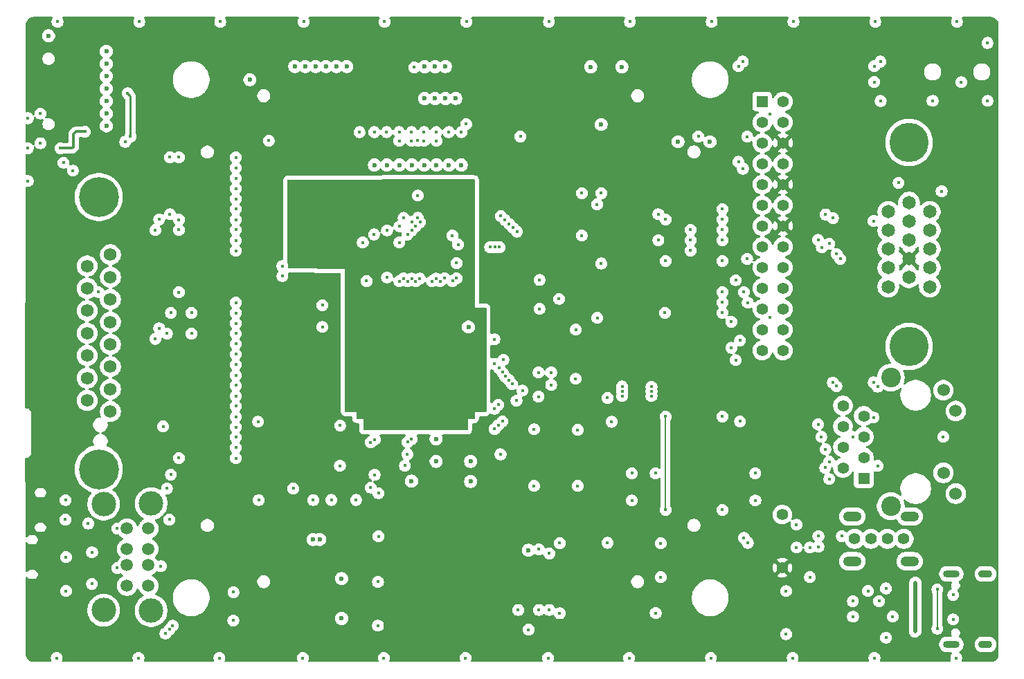
<source format=gbr>
%TF.GenerationSoftware,KiCad,Pcbnew,9.0.0*%
%TF.CreationDate,2025-05-16T22:45:05-04:00*%
%TF.ProjectId,REV.C,5245562e-432e-46b6-9963-61645f706362,0.1*%
%TF.SameCoordinates,Original*%
%TF.FileFunction,Copper,L3,Inr*%
%TF.FilePolarity,Positive*%
%FSLAX46Y46*%
G04 Gerber Fmt 4.6, Leading zero omitted, Abs format (unit mm)*
G04 Created by KiCad (PCBNEW 9.0.0) date 2025-05-16 22:45:05*
%MOMM*%
%LPD*%
G01*
G04 APERTURE LIST*
%TA.AperFunction,ComponentPad*%
%ADD10C,1.500000*%
%TD*%
%TA.AperFunction,ComponentPad*%
%ADD11C,3.000000*%
%TD*%
%TA.AperFunction,ComponentPad*%
%ADD12C,1.562000*%
%TD*%
%TA.AperFunction,ComponentPad*%
%ADD13C,4.877000*%
%TD*%
%TA.AperFunction,ComponentPad*%
%ADD14C,1.397000*%
%TD*%
%TA.AperFunction,ComponentPad*%
%ADD15R,1.397000X1.397000*%
%TD*%
%TA.AperFunction,ComponentPad*%
%ADD16R,1.408000X1.408000*%
%TD*%
%TA.AperFunction,ComponentPad*%
%ADD17C,1.408000*%
%TD*%
%TA.AperFunction,ComponentPad*%
%ADD18C,1.530000*%
%TD*%
%TA.AperFunction,ComponentPad*%
%ADD19C,2.400000*%
%TD*%
%TA.AperFunction,ComponentPad*%
%ADD20C,1.650000*%
%TD*%
%TA.AperFunction,ComponentPad*%
%ADD21C,4.800000*%
%TD*%
%TA.AperFunction,ComponentPad*%
%ADD22C,1.420000*%
%TD*%
%TA.AperFunction,ComponentPad*%
%ADD23O,2.250000X1.250000*%
%TD*%
%TA.AperFunction,ComponentPad*%
%ADD24O,2.000000X0.900000*%
%TD*%
%TA.AperFunction,ComponentPad*%
%ADD25O,1.700000X0.900000*%
%TD*%
%TA.AperFunction,ViaPad*%
%ADD26C,0.450000*%
%TD*%
%TA.AperFunction,ViaPad*%
%ADD27C,0.600000*%
%TD*%
%TA.AperFunction,Conductor*%
%ADD28C,0.200000*%
%TD*%
%TA.AperFunction,Conductor*%
%ADD29C,0.250000*%
%TD*%
%TA.AperFunction,Conductor*%
%ADD30C,0.300000*%
%TD*%
%TA.AperFunction,Conductor*%
%ADD31C,0.500000*%
%TD*%
G04 APERTURE END LIST*
D10*
%TO.N,Net-(J3-VBUS1)*%
%TO.C,J3*%
X111200000Y-121950000D03*
%TO.N,Net-(J3-D1-)*%
X111200000Y-124450000D03*
%TO.N,Net-(J3-D1+)*%
X111200000Y-126450000D03*
%TO.N,GND*%
X111200000Y-128950000D03*
%TO.N,Net-(J3-VBUS2)*%
X108600000Y-121950000D03*
%TO.N,Net-(J3-D2-)*%
X108600000Y-124450000D03*
%TO.N,Net-(J3-D2+)*%
X108600000Y-126450000D03*
%TO.N,GND*%
X108600000Y-128950000D03*
D11*
X111550000Y-118900000D03*
X105750000Y-118950000D03*
X105750000Y-131950000D03*
X111550000Y-132000000D03*
%TD*%
D12*
%TO.N,+5VFILT*%
%TO.C,J2*%
X106572000Y-107631000D03*
%TO.N,/JAB1*%
X106572000Y-104888000D03*
%TO.N,Net-(J2-Pad3)*%
X106572000Y-102145000D03*
%TO.N,GND*%
X106572000Y-99401000D03*
X106572000Y-96658000D03*
%TO.N,Net-(J2-Pad6)*%
X106572000Y-93915000D03*
%TO.N,/JAB2*%
X106572000Y-91172000D03*
%TO.N,+5VFILT*%
X106572000Y-88429000D03*
X103727000Y-106259000D03*
%TO.N,/JBB1*%
X103727000Y-103516000D03*
%TO.N,Net-(J2-Pad11)*%
X103727000Y-100773000D03*
%TO.N,/MIDOUT*%
X103727000Y-98030000D03*
%TO.N,Net-(J2-Pad13)*%
X103727000Y-95287000D03*
%TO.N,/JBB2*%
X103727000Y-92543000D03*
%TO.N,/MIDIN*%
X103727000Y-89800000D03*
D13*
%TO.N,GND*%
X105150000Y-81367000D03*
X105150000Y-114692000D03*
%TD*%
D14*
%TO.N,VCC*%
%TO.C,SP1*%
X188730000Y-126751200D03*
%TO.N,Net-(D3-A)*%
X188730000Y-120248800D03*
%TD*%
D15*
%TO.N,GND*%
%TO.C,J9*%
X186280000Y-69670000D03*
D14*
%TO.N,unconnected-(J9-NC-Pad2)*%
X188820000Y-69670000D03*
%TO.N,GND*%
X186280000Y-72210000D03*
%TO.N,/MIDOUT*%
X188820000Y-72210000D03*
%TO.N,GND*%
X186280000Y-74750000D03*
%TO.N,VCC*%
X188820000Y-74750000D03*
%TO.N,GND*%
X186280000Y-77290000D03*
%TO.N,unconnected-(J9-NC-Pad8)*%
X188820000Y-77290000D03*
%TO.N,GND*%
X186280000Y-79830000D03*
%TO.N,VCC*%
X188820000Y-79830000D03*
%TO.N,GND*%
X186280000Y-82370000D03*
%TO.N,unconnected-(J9-NC-Pad12)*%
X188820000Y-82370000D03*
%TO.N,unconnected-(J9-NC-Pad13)*%
X186280000Y-84910000D03*
%TO.N,VCC*%
X188820000Y-84910000D03*
%TO.N,AGND*%
X186280000Y-87450000D03*
%TO.N,unconnected-(J9-NC-Pad16)*%
X188820000Y-87450000D03*
%TO.N,AGND*%
X186280000Y-89990000D03*
%TO.N,unconnected-(J9-+12V-Pad18)*%
X188820000Y-89990000D03*
%TO.N,AGND*%
X186280000Y-92530000D03*
%TO.N,/CS_WT_IN_R*%
X188820000Y-92530000D03*
%TO.N,AGND*%
X186280000Y-95070000D03*
%TO.N,unconnected-(J9--12V-Pad22)*%
X188820000Y-95070000D03*
%TO.N,AGND*%
X186280000Y-97610000D03*
%TO.N,/CS_WT_IN_L*%
X188820000Y-97610000D03*
%TO.N,AGND*%
X186280000Y-100150000D03*
%TO.N,/~{WT_RESET}*%
X188820000Y-100150000D03*
%TD*%
D16*
%TO.N,/LANTX-*%
%TO.C,J7*%
X198700000Y-115790000D03*
D17*
%TO.N,/LANTX+*%
X196160000Y-114520000D03*
%TO.N,/LANRX+*%
X198700000Y-113250000D03*
%TO.N,+3.3V*%
X196160000Y-111980000D03*
X198700000Y-110710000D03*
%TO.N,/LANRX-*%
X196160000Y-109440000D03*
%TO.N,unconnected-(J7-NC-Pad7)*%
X198700000Y-108170000D03*
%TO.N,GND*%
X196160000Y-106900000D03*
D18*
%TO.N,+3.3V*%
X209950000Y-117670000D03*
%TO.N,Net-(J7-D2)*%
X208430000Y-115130000D03*
%TO.N,Net-(J7-D4)*%
X209950000Y-107560000D03*
%TO.N,+3.3V*%
X208430000Y-105020000D03*
D19*
%TO.N,GND*%
X202000000Y-119220000D03*
X202000000Y-103470000D03*
%TD*%
D20*
%TO.N,/ROUT*%
%TO.C,J4*%
X201690000Y-83172000D03*
%TO.N,/GOUT*%
X201690000Y-85462000D03*
%TO.N,/BOUT*%
X201690000Y-87752000D03*
%TO.N,unconnected-(J4-Pad4)*%
X201690000Y-90042000D03*
%TO.N,GND*%
X201690000Y-92332000D03*
X204230000Y-82027000D03*
X204230000Y-84317000D03*
X204230000Y-86607000D03*
%TO.N,VCC*%
X204230000Y-88897000D03*
%TO.N,GND*%
X204230000Y-91187000D03*
%TO.N,unconnected-(J4-Pad11)*%
X206770000Y-83172000D03*
%TO.N,/DDCDAT*%
X206770000Y-85462000D03*
%TO.N,/HSYNC*%
X206770000Y-87752000D03*
%TO.N,/VSYNC*%
X206770000Y-90042000D03*
%TO.N,/DDCCLK*%
X206770000Y-92332000D03*
D21*
%TO.N,GND*%
X204230000Y-74685000D03*
X204230000Y-99674000D03*
%TD*%
D22*
%TO.N,Net-(C25-Pad1)*%
%TO.C,J1*%
X197578000Y-123222500D03*
%TO.N,Net-(J1-Pad2)*%
X199578000Y-123222500D03*
%TO.N,Net-(J1-Pad3)*%
X201578000Y-123222500D03*
%TO.N,GND*%
X203578000Y-123222500D03*
D23*
X197308000Y-120487500D03*
X204308000Y-120487500D03*
X197308000Y-125957500D03*
X204308000Y-125957500D03*
%TD*%
D24*
%TO.N,GND*%
%TO.C,J8*%
X209410000Y-136150000D03*
D25*
X213590000Y-136150000D03*
D24*
X209410000Y-127500000D03*
D25*
X213590000Y-127500000D03*
%TD*%
D26*
%TO.N,/PWR_SW*%
X113010000Y-109444999D03*
D27*
%TO.N,GND*%
X99000000Y-61620000D03*
D26*
X143730000Y-65490000D03*
X156438600Y-131920000D03*
D27*
X106070000Y-68090000D03*
D26*
X181410000Y-89180000D03*
X181410000Y-119663600D03*
X172735000Y-105155003D03*
D27*
X134850000Y-132970000D03*
D26*
X180000000Y-137800000D03*
D27*
X123625000Y-67003600D03*
D26*
X210000000Y-137800000D03*
X153580000Y-87505000D03*
X130100000Y-137800000D03*
D27*
X175988600Y-74590000D03*
D26*
X172735000Y-104580000D03*
X119900000Y-137800000D03*
X160100000Y-137800000D03*
X181410000Y-82833600D03*
X200000000Y-137800000D03*
X132500000Y-94600000D03*
X110000000Y-137800000D03*
D27*
X165318600Y-65410000D03*
D26*
X120000000Y-59900000D03*
X190000000Y-137800000D03*
X150000000Y-137800000D03*
X130200000Y-59900000D03*
X100000000Y-137800000D03*
X190100000Y-59900000D03*
X180100000Y-59900000D03*
X125940000Y-74450000D03*
X96475000Y-79400000D03*
X100825000Y-77150000D03*
X160200000Y-59900000D03*
X150100000Y-59900000D03*
X132500000Y-97262500D03*
D27*
X179888600Y-74590000D03*
D26*
X153004997Y-87505000D03*
X174460000Y-108230000D03*
X181410000Y-108233600D03*
D27*
X169128600Y-65410000D03*
D26*
X170100000Y-59900000D03*
X154155003Y-87505000D03*
X140000000Y-137800000D03*
X200100000Y-59900000D03*
D27*
X157708600Y-124610000D03*
D26*
X140100000Y-59900000D03*
X114950000Y-93010000D03*
X210100000Y-59900000D03*
X174460000Y-89180000D03*
X174460000Y-84100000D03*
X136610000Y-118450000D03*
X114950000Y-113320000D03*
D27*
X134848600Y-128070000D03*
D26*
X100100000Y-59900000D03*
X174460000Y-119660000D03*
X156960000Y-105065000D03*
X150080000Y-72420000D03*
X110100000Y-59900000D03*
X174380000Y-95540000D03*
X181410000Y-95540000D03*
D27*
X166588600Y-72480000D03*
D26*
X170000000Y-137800000D03*
X172735000Y-105730006D03*
X133590000Y-118450000D03*
%TO.N,Net-(U3-REFFLT)*%
X159040000Y-95045000D03*
X159040000Y-91520000D03*
%TO.N,Net-(U3-XTALI)*%
X158380000Y-109800000D03*
X153530000Y-107287500D03*
X153530000Y-109770000D03*
X158380000Y-116730000D03*
%TO.N,Net-(U3-XTALO)*%
X154000000Y-106787500D03*
X163720000Y-109870000D03*
X163720000Y-116730000D03*
X154005000Y-109295000D03*
%TO.N,Net-(U3-ROUT)*%
X164210000Y-86070000D03*
X164220000Y-80885000D03*
X148400000Y-91650000D03*
X148390000Y-86070000D03*
%TO.N,Net-(U3-LOUT)*%
X166600000Y-80885000D03*
X166590000Y-89500000D03*
X148900000Y-89450000D03*
X148897664Y-91314839D03*
%TO.N,Net-(U3-MIN)*%
X160470000Y-104360000D03*
X160470000Y-102850000D03*
X154630000Y-101287500D03*
%TO.N,Net-(C38-Pad2)*%
X183385000Y-77050000D03*
X199980000Y-65340000D03*
X183385000Y-65340000D03*
X199980000Y-67270000D03*
X210620000Y-67300000D03*
%TO.N,Net-(C39-Pad2)*%
X183910000Y-64775000D03*
X200750000Y-64775000D03*
X207120000Y-69590000D03*
X200760000Y-69600000D03*
X183920000Y-77890000D03*
%TO.N,/MIDOUT*%
X144158753Y-74450000D03*
X142400000Y-91323735D03*
X187230000Y-71210000D03*
X142430000Y-83910000D03*
X144158753Y-83910000D03*
X166080000Y-82260000D03*
X166100000Y-96150000D03*
X187245000Y-96086500D03*
X144158753Y-81180000D03*
%TO.N,/JACY*%
X141920000Y-84940000D03*
D27*
X141890000Y-77435000D03*
D26*
X143900000Y-84940000D03*
X143900000Y-91682263D03*
D27*
%TO.N,/JACX*%
X146450000Y-77435000D03*
D26*
X146408136Y-91340938D03*
%TO.N,/JBCX*%
X145900000Y-91660000D03*
D27*
X144930000Y-77435000D03*
%TO.N,/JBCY*%
X143410000Y-77435000D03*
D26*
X144440000Y-84440000D03*
X144405991Y-91359809D03*
X143410000Y-84410000D03*
%TO.N,/DRQ1*%
X127605000Y-91040000D03*
X137900000Y-91650000D03*
%TO.N,/JBB2*%
X140350000Y-73410000D03*
X143410000Y-85460000D03*
X143405365Y-91336566D03*
D27*
X140370000Y-77435000D03*
D26*
X140400000Y-85440000D03*
%TO.N,/RSTDRV*%
X113850000Y-76493600D03*
X114950000Y-76493600D03*
X113850000Y-83470000D03*
X154321695Y-83695000D03*
X154090000Y-102300000D03*
%TO.N,/JAB1*%
X147430000Y-91290000D03*
D27*
X149490000Y-77435000D03*
D26*
X149490000Y-73410000D03*
%TO.N,/AEN*%
X121910000Y-87930000D03*
%TO.N,/JBB1*%
X147940355Y-73410000D03*
D27*
X147970000Y-77435000D03*
D26*
X146901798Y-91681967D03*
%TO.N,/JAB2*%
X142900000Y-91660000D03*
X138850000Y-73410000D03*
D27*
X138850000Y-77435000D03*
D26*
X138810000Y-85940000D03*
X142910000Y-85940000D03*
%TO.N,/IOCHRDY*%
X121910000Y-86660000D03*
%TO.N,/VBATT*%
X185440000Y-118520000D03*
X185430000Y-115190000D03*
X173240000Y-115190000D03*
X173250000Y-132300000D03*
X170340000Y-118520000D03*
X170340000Y-115190000D03*
X161518600Y-132330000D03*
D27*
%TO.N,+5VFILT*%
X139400000Y-95475000D03*
D26*
X105090000Y-92980000D03*
D27*
X149680000Y-106660000D03*
D26*
X142585000Y-114255023D03*
X134640000Y-114260000D03*
D27*
X141900000Y-107175000D03*
D26*
X124630000Y-108869999D03*
X134660000Y-109340000D03*
X156230000Y-106287500D03*
X137990000Y-79770000D03*
D27*
X144900000Y-95500000D03*
D26*
X150330000Y-79760000D03*
D27*
%TO.N,VCC*%
X150550000Y-117912500D03*
D26*
X132060000Y-116200000D03*
D27*
X208290000Y-123400000D03*
X158220000Y-96430000D03*
D26*
X153400000Y-75740000D03*
X124750000Y-119770000D03*
X103370000Y-131890000D03*
D27*
X209190000Y-124440000D03*
D26*
X202950000Y-93880000D03*
X130940000Y-97780000D03*
X149710000Y-119810000D03*
D27*
X191420000Y-134690000D03*
X192220000Y-134690000D03*
D26*
X174460000Y-120933600D03*
X174460000Y-122203555D03*
D27*
X193000000Y-134690000D03*
D26*
X153400000Y-75164997D03*
X132060000Y-111600000D03*
D27*
X146025000Y-117887500D03*
D26*
X130950000Y-94640000D03*
X153400000Y-76315003D03*
X98010000Y-80300000D03*
D27*
X208290000Y-125440000D03*
D26*
%TO.N,+3.3V*%
X156700000Y-73950000D03*
X108670000Y-68660000D03*
X208420000Y-110710000D03*
X96470000Y-75390000D03*
X109024496Y-73950000D03*
X103450000Y-73350000D03*
X184430000Y-88940000D03*
X178460000Y-73950000D03*
X96470000Y-71710000D03*
X184435000Y-73975000D03*
X100450000Y-75390000D03*
X195820000Y-88930000D03*
%TO.N,/VBUS*%
X197370000Y-130850000D03*
X201420000Y-129290000D03*
X205020000Y-128580000D03*
X200570000Y-130850000D03*
X204960000Y-134560000D03*
%TO.N,Net-(F1-Pad2)*%
X207690000Y-129415000D03*
X207690000Y-134215000D03*
%TO.N,Net-(J1-Pad2)*%
X196020000Y-122880000D03*
%TO.N,/KBCLK*%
X158970000Y-124495000D03*
D27*
X131344524Y-123304524D03*
D26*
%TO.N,/MSCLK*%
X158978600Y-131920000D03*
%TO.N,/MSDATA*%
X160248600Y-131920000D03*
%TO.N,/KBDATA*%
X160248600Y-125000000D03*
D27*
X132169265Y-123280735D03*
%TO.N,/DDCDAT*%
X147538600Y-69300000D03*
%TO.N,/HSYNC*%
X145000000Y-69300000D03*
D26*
X208220000Y-80650000D03*
%TO.N,/BOUT*%
X202950000Y-79620000D03*
D27*
X144998600Y-65400000D03*
%TO.N,/DDCCLK*%
X148808600Y-69290000D03*
%TO.N,/ROUT*%
X146268600Y-65400000D03*
%TO.N,/GOUT*%
X147538600Y-65380000D03*
%TO.N,/VSYNC*%
X146268600Y-69300000D03*
D26*
X199890000Y-84300000D03*
D27*
%TO.N,Net-(J5-CLK)*%
X106070000Y-69610000D03*
%TO.N,Net-(J5-DAT0)*%
X106070000Y-71130000D03*
%TO.N,Net-(J5-DAT3{slash}CD)*%
X106070000Y-65050000D03*
%TO.N,Net-(J5-DAT1)*%
X106070000Y-72650000D03*
%TO.N,Net-(J5-DAT2)*%
X106070000Y-63530000D03*
%TO.N,Net-(J5-CMD)*%
X106070000Y-66570000D03*
D26*
%TO.N,/LANRX-*%
X193120000Y-86610000D03*
X193120000Y-109200000D03*
X181410000Y-85370000D03*
%TO.N,/LANTX+*%
X177510000Y-86640000D03*
X194010000Y-112240000D03*
X194020000Y-83490000D03*
X173580000Y-83470000D03*
X193980000Y-114510000D03*
X173580000Y-86640000D03*
%TO.N,/LANRX+*%
X181410000Y-86640000D03*
X193570000Y-87510000D03*
X193500000Y-110720000D03*
X197360000Y-110740000D03*
%TO.N,/LANTX-*%
X194480000Y-115890000D03*
X194460000Y-113760000D03*
X194470000Y-87060000D03*
X177510000Y-85380000D03*
%TO.N,Net-(J8-CC2)*%
X209640000Y-130080000D03*
%TO.N,Net-(J8-CC1)*%
X209640000Y-133080000D03*
%TO.N,/USBD0+*%
X184520000Y-123701000D03*
X193150000Y-124170000D03*
X181410000Y-94270000D03*
X184510000Y-94300000D03*
%TO.N,/USBD0-*%
X184035000Y-123090000D03*
X181410000Y-92990000D03*
X184035000Y-92990000D03*
X193150000Y-122870000D03*
%TO.N,Net-(Q1-G)*%
X202235000Y-132735000D03*
X197380000Y-132750000D03*
X201420000Y-135310000D03*
D27*
%TO.N,/CS_SDA*%
X150625000Y-113725000D03*
X146400000Y-111001853D03*
X150625000Y-116187500D03*
X146400000Y-113725000D03*
%TO.N,/CS_SCL*%
X143400000Y-116150000D03*
D26*
X143400000Y-111001853D03*
D27*
%TO.N,/IDED0*%
X135473779Y-65375613D03*
D26*
%TO.N,/SPEAKER*%
X167360000Y-105960000D03*
X192115000Y-124280000D03*
X173875000Y-127910000D03*
X173875000Y-123750000D03*
X192120000Y-127910000D03*
X167360000Y-123700000D03*
X161518600Y-123741400D03*
D27*
%TO.N,/IDED1*%
X134203872Y-65375525D03*
%TO.N,/IDED2*%
X132933901Y-65375497D03*
%TO.N,/IDED3*%
X131663998Y-65375404D03*
%TO.N,/IDED4*%
X130393300Y-65375497D03*
D26*
X101975000Y-78130000D03*
X108374748Y-74599748D03*
D27*
%TO.N,/IDED5*%
X129123599Y-65375782D03*
D26*
%TO.N,/IRQ5*%
X128930000Y-117050000D03*
X138400000Y-116940000D03*
X138407006Y-111385952D03*
X116481890Y-98083600D03*
X113485000Y-98070000D03*
X113485000Y-117040000D03*
%TO.N,/IRQ7*%
X116481890Y-95543600D03*
X138877684Y-115362902D03*
X113960000Y-115350000D03*
X138900000Y-111043959D03*
X113960000Y-95543600D03*
%TO.N,/MIDIN*%
X137030000Y-73410000D03*
X141910000Y-91670000D03*
X137430000Y-86930000D03*
X141910000Y-86930000D03*
%TO.N,Net-(J2-Pad3)*%
X146440000Y-74470000D03*
X146410000Y-73410000D03*
%TO.N,Net-(J2-Pad13)*%
X143400000Y-74470000D03*
X143400000Y-73410000D03*
%TO.N,Net-(J2-Pad11)*%
X144920000Y-73410000D03*
X144920000Y-74470000D03*
%TO.N,Net-(J2-Pad6)*%
X141890000Y-74470000D03*
X141880000Y-73410000D03*
%TO.N,/PWR_SW*%
X189190000Y-129610000D03*
X189190000Y-134880000D03*
X113300000Y-134800000D03*
X199210000Y-129590000D03*
%TO.N,/RESET*%
X113775000Y-134325000D03*
X157710000Y-134330000D03*
%TO.N,/~{LINKACT}*%
X194920000Y-104070000D03*
X199910000Y-108360000D03*
X181410000Y-84100000D03*
X199900000Y-104060000D03*
X194930000Y-83940000D03*
%TO.N,/HID_VCC*%
X131380000Y-118460000D03*
X104325000Y-124870000D03*
X103860000Y-121335000D03*
X104315000Y-128730000D03*
X124700000Y-118460000D03*
X139350000Y-122900000D03*
X139340000Y-117625000D03*
%TO.N,Net-(J3-D1-)*%
X112740000Y-126570000D03*
%TO.N,/~{DUPLEX}*%
X200385000Y-104580000D03*
X200385000Y-114280000D03*
X195349471Y-104510000D03*
X195370000Y-88330000D03*
X177510000Y-87920000D03*
%TO.N,Net-(U3-LMIC)*%
X153527500Y-98787500D03*
X153500000Y-101787500D03*
X158930000Y-102850000D03*
%TO.N,AGND*%
X158930000Y-105795000D03*
X169145000Y-104564997D03*
X169145000Y-105140000D03*
X163480000Y-97600000D03*
D27*
X150350000Y-97275000D03*
D26*
X161425000Y-93830000D03*
X213820000Y-69590000D03*
X149090000Y-87170000D03*
X213820000Y-62490000D03*
X163460000Y-103620000D03*
X169145000Y-105715003D03*
%TO.N,Net-(J3-VBUS2)*%
X107400000Y-126790000D03*
X107400000Y-121950000D03*
%TO.N,Net-(U6-XO{slash}P4.7)*%
X121600000Y-133220000D03*
X121610000Y-129740000D03*
%TO.N,/CS_WT_IN_R*%
X183035000Y-101330000D03*
X183035000Y-91540000D03*
%TO.N,/~{WT_RESET}*%
X183560000Y-98930000D03*
X142890000Y-112860000D03*
X142900000Y-111360847D03*
X154280000Y-112860000D03*
X154510697Y-108815000D03*
X167860000Y-108880000D03*
X183560000Y-108830000D03*
%TO.N,/CS_WT_IN_L*%
X182510000Y-96635000D03*
X182510000Y-99820000D03*
%TO.N,/A1*%
X121910000Y-112050000D03*
%TO.N,/A10*%
X121910000Y-100620000D03*
%TO.N,/A2*%
X121910000Y-110780000D03*
%TO.N,/D1*%
X121910000Y-84120000D03*
%TO.N,/~{DACK1}*%
X127605000Y-89830000D03*
X140400000Y-91200000D03*
%TO.N,/A14*%
X121910000Y-95550000D03*
X154837661Y-103312500D03*
X155335000Y-84645000D03*
%TO.N,/A7*%
X121910000Y-104433600D03*
%TO.N,/A6*%
X121900000Y-105720000D03*
%TO.N,/A12*%
X155696002Y-104253998D03*
X156285000Y-85595000D03*
X121910000Y-98080000D03*
%TO.N,/D4*%
X121910000Y-80310000D03*
%TO.N,/D6*%
X121910000Y-77770000D03*
%TO.N,/D5*%
X121910000Y-79040000D03*
%TO.N,/A11*%
X121910000Y-99350000D03*
%TO.N,/A13*%
X155810000Y-85120000D03*
X155311002Y-103778998D03*
X121910000Y-96820000D03*
%TO.N,/A4*%
X121910000Y-108260000D03*
%TO.N,/A15*%
X154518395Y-102804491D03*
X121910000Y-94280000D03*
X154828214Y-84170000D03*
%TO.N,/D0*%
X121910000Y-85380000D03*
%TO.N,/A3*%
X121910000Y-109520000D03*
%TO.N,/A5*%
X121910000Y-106970000D03*
%TO.N,/~{IOW}*%
X114950000Y-84120000D03*
X112530000Y-84110000D03*
X112535000Y-97450000D03*
%TO.N,/D2*%
X121910000Y-82840000D03*
%TO.N,/~{IOR}*%
X112060000Y-98720000D03*
X114950000Y-85383600D03*
X112060000Y-85400000D03*
%TO.N,/D3*%
X121910000Y-81580000D03*
%TO.N,/A8*%
X121910000Y-103170000D03*
%TO.N,/A9*%
X121910000Y-101890000D03*
%TO.N,/D7*%
X121910000Y-76500000D03*
%TO.N,/A0*%
X121910000Y-113330000D03*
%TO.N,Net-(Q2-B)*%
X190465000Y-124280000D03*
X190460000Y-121480000D03*
%TO.N,Net-(R19-Pad2)*%
X98010000Y-74770000D03*
X98010000Y-71140000D03*
%TO.N,Net-(R42-Pad2)*%
X101140000Y-129590000D03*
X101140000Y-125450000D03*
%TO.N,Net-(U6-P3.4)*%
X139293599Y-128480000D03*
X101080000Y-118470000D03*
X114185807Y-133850000D03*
X101070000Y-120860000D03*
X139290000Y-133850000D03*
X113775000Y-120860000D03*
%TD*%
D28*
%TO.N,GND*%
X174460000Y-119660000D02*
X174460000Y-108230000D01*
D29*
%TO.N,+3.3V*%
X109024496Y-69014496D02*
X108670000Y-68660000D01*
D30*
X101900000Y-75390000D02*
X102060000Y-75230000D01*
X100450000Y-75390000D02*
X101900000Y-75390000D01*
X102060000Y-75230000D02*
X102060000Y-73700000D01*
D29*
X109024496Y-73950000D02*
X109024496Y-69014496D01*
D30*
X102410000Y-73350000D02*
X103450000Y-73350000D01*
X102060000Y-73700000D02*
X102410000Y-73350000D01*
D31*
%TO.N,/VBUS*%
X205020000Y-128580000D02*
X205020000Y-134500000D01*
D28*
%TO.N,Net-(F1-Pad2)*%
X207690000Y-129415000D02*
X207690000Y-134215000D01*
%TD*%
%TA.AperFunction,Conductor*%
%TO.N,+5VFILT*%
G36*
X151092673Y-79209759D02*
G01*
X151138497Y-79262503D01*
X151149770Y-79314391D01*
X151130000Y-90020027D01*
X151149999Y-94889999D01*
X151150000Y-94890000D01*
X152426000Y-94890000D01*
X152493039Y-94909685D01*
X152538794Y-94962489D01*
X152550000Y-95014000D01*
X152550000Y-107566000D01*
X152530315Y-107633039D01*
X152477511Y-107678794D01*
X152426000Y-107690000D01*
X151150000Y-107690000D01*
X151150000Y-108416000D01*
X151130315Y-108483039D01*
X151077511Y-108528794D01*
X151026000Y-108540000D01*
X150290000Y-108540000D01*
X150299108Y-109815114D01*
X150279903Y-109882293D01*
X150227427Y-109928424D01*
X150175111Y-109940000D01*
X137624000Y-109940000D01*
X137556961Y-109920315D01*
X137511206Y-109867511D01*
X137500000Y-109816000D01*
X137500000Y-108540000D01*
X136774000Y-108540000D01*
X136706961Y-108520315D01*
X136661206Y-108467511D01*
X136650000Y-108416000D01*
X136650000Y-107690000D01*
X135374000Y-107690000D01*
X135306961Y-107670315D01*
X135261206Y-107617511D01*
X135250000Y-107566000D01*
X135250000Y-97196153D01*
X149549500Y-97196153D01*
X149549500Y-97353846D01*
X149580261Y-97508489D01*
X149580264Y-97508501D01*
X149640602Y-97654172D01*
X149640609Y-97654185D01*
X149728210Y-97785288D01*
X149728213Y-97785292D01*
X149839707Y-97896786D01*
X149839711Y-97896789D01*
X149970814Y-97984390D01*
X149970827Y-97984397D01*
X150116498Y-98044735D01*
X150116503Y-98044737D01*
X150271153Y-98075499D01*
X150271156Y-98075500D01*
X150271158Y-98075500D01*
X150428844Y-98075500D01*
X150428845Y-98075499D01*
X150583497Y-98044737D01*
X150729179Y-97984394D01*
X150860289Y-97896789D01*
X150971789Y-97785289D01*
X151059394Y-97654179D01*
X151119737Y-97508497D01*
X151150500Y-97353842D01*
X151150500Y-97196158D01*
X151150500Y-97196155D01*
X151150499Y-97196153D01*
X151119738Y-97041510D01*
X151119737Y-97041503D01*
X151068932Y-96918847D01*
X151059397Y-96895827D01*
X151059390Y-96895814D01*
X150971789Y-96764711D01*
X150971786Y-96764707D01*
X150860292Y-96653213D01*
X150860288Y-96653210D01*
X150729185Y-96565609D01*
X150729172Y-96565602D01*
X150583501Y-96505264D01*
X150583489Y-96505261D01*
X150428845Y-96474500D01*
X150428842Y-96474500D01*
X150271158Y-96474500D01*
X150271155Y-96474500D01*
X150116510Y-96505261D01*
X150116498Y-96505264D01*
X149970827Y-96565602D01*
X149970814Y-96565609D01*
X149839711Y-96653210D01*
X149839707Y-96653213D01*
X149728213Y-96764707D01*
X149728210Y-96764711D01*
X149640609Y-96895814D01*
X149640602Y-96895827D01*
X149580264Y-97041498D01*
X149580261Y-97041510D01*
X149549500Y-97196153D01*
X135250000Y-97196153D01*
X135250000Y-91721457D01*
X137174499Y-91721457D01*
X137202379Y-91861614D01*
X137202381Y-91861620D01*
X137257069Y-91993650D01*
X137257074Y-91993659D01*
X137336467Y-92112478D01*
X137336470Y-92112482D01*
X137437517Y-92213529D01*
X137437521Y-92213532D01*
X137556340Y-92292925D01*
X137556346Y-92292928D01*
X137556347Y-92292929D01*
X137688380Y-92347619D01*
X137688384Y-92347619D01*
X137688385Y-92347620D01*
X137828542Y-92375500D01*
X137828545Y-92375500D01*
X137971457Y-92375500D01*
X138065751Y-92356742D01*
X138111620Y-92347619D01*
X138243653Y-92292929D01*
X138362479Y-92213532D01*
X138463532Y-92112479D01*
X138542929Y-91993653D01*
X138597619Y-91861620D01*
X138611745Y-91790605D01*
X138625500Y-91721457D01*
X138625500Y-91578542D01*
X138597620Y-91438385D01*
X138597619Y-91438384D01*
X138597619Y-91438380D01*
X138542929Y-91306347D01*
X138542928Y-91306346D01*
X138542925Y-91306340D01*
X138519617Y-91271457D01*
X139674499Y-91271457D01*
X139702379Y-91411614D01*
X139702381Y-91411620D01*
X139757069Y-91543650D01*
X139757074Y-91543659D01*
X139836467Y-91662478D01*
X139836470Y-91662482D01*
X139937517Y-91763529D01*
X139937521Y-91763532D01*
X140056340Y-91842925D01*
X140056346Y-91842928D01*
X140056347Y-91842929D01*
X140188380Y-91897619D01*
X140188384Y-91897619D01*
X140188385Y-91897620D01*
X140328542Y-91925500D01*
X140328545Y-91925500D01*
X140471457Y-91925500D01*
X140565751Y-91906742D01*
X140611620Y-91897619D01*
X140743653Y-91842929D01*
X140862479Y-91763532D01*
X140963532Y-91662479D01*
X140963535Y-91662474D01*
X140964640Y-91661129D01*
X140965402Y-91660609D01*
X140967840Y-91658172D01*
X140968302Y-91658634D01*
X141022382Y-91621789D01*
X141092227Y-91619913D01*
X141151998Y-91656095D01*
X141182720Y-91718848D01*
X141184500Y-91739785D01*
X141184500Y-91741455D01*
X141184500Y-91741457D01*
X141184499Y-91741457D01*
X141212379Y-91881614D01*
X141212381Y-91881620D01*
X141267069Y-92013650D01*
X141267074Y-92013659D01*
X141346467Y-92132478D01*
X141346470Y-92132482D01*
X141447517Y-92233529D01*
X141447521Y-92233532D01*
X141566340Y-92312925D01*
X141566346Y-92312928D01*
X141566347Y-92312929D01*
X141698380Y-92367619D01*
X141698384Y-92367619D01*
X141698385Y-92367620D01*
X141838542Y-92395500D01*
X141838545Y-92395500D01*
X141981457Y-92395500D01*
X142082000Y-92375500D01*
X142121620Y-92367619D01*
X142253653Y-92312929D01*
X142343591Y-92252833D01*
X142410268Y-92231956D01*
X142477648Y-92250440D01*
X142481372Y-92252834D01*
X142556335Y-92302922D01*
X142556345Y-92302928D01*
X142556347Y-92302929D01*
X142688380Y-92357619D01*
X142688384Y-92357619D01*
X142688385Y-92357620D01*
X142828542Y-92385500D01*
X142828545Y-92385500D01*
X142971457Y-92385500D01*
X143065751Y-92366742D01*
X143111620Y-92357619D01*
X143243653Y-92302929D01*
X143243658Y-92302925D01*
X143243661Y-92302924D01*
X143314448Y-92255625D01*
X143381125Y-92234746D01*
X143448506Y-92253230D01*
X143452231Y-92255624D01*
X143556340Y-92325188D01*
X143556346Y-92325191D01*
X143556347Y-92325192D01*
X143688380Y-92379882D01*
X143688384Y-92379882D01*
X143688385Y-92379883D01*
X143828542Y-92407763D01*
X143828545Y-92407763D01*
X143971457Y-92407763D01*
X144065751Y-92389005D01*
X144111620Y-92379882D01*
X144243653Y-92325192D01*
X144244095Y-92324897D01*
X144291944Y-92292925D01*
X144362479Y-92245795D01*
X144463532Y-92144742D01*
X144478663Y-92122096D01*
X144532272Y-92077291D01*
X144557566Y-92069371D01*
X144617611Y-92057428D01*
X144749644Y-92002738D01*
X144868470Y-91923341D01*
X144969523Y-91822288D01*
X144975082Y-91813967D01*
X145028693Y-91769162D01*
X145098017Y-91760452D01*
X145161046Y-91790605D01*
X145197767Y-91850047D01*
X145199803Y-91858661D01*
X145202380Y-91871618D01*
X145202381Y-91871620D01*
X145257069Y-92003650D01*
X145257074Y-92003659D01*
X145336467Y-92122478D01*
X145336470Y-92122482D01*
X145437517Y-92223529D01*
X145437521Y-92223532D01*
X145556340Y-92302925D01*
X145556346Y-92302928D01*
X145556347Y-92302929D01*
X145688380Y-92357619D01*
X145688384Y-92357619D01*
X145688385Y-92357620D01*
X145828542Y-92385500D01*
X145828545Y-92385500D01*
X145971457Y-92385500D01*
X146065751Y-92366742D01*
X146111620Y-92357619D01*
X146243653Y-92302929D01*
X146243658Y-92302925D01*
X146243661Y-92302924D01*
X146315569Y-92254876D01*
X146382246Y-92233997D01*
X146449627Y-92252481D01*
X146453305Y-92254844D01*
X146558144Y-92324895D01*
X146558147Y-92324897D01*
X146558862Y-92325193D01*
X146690178Y-92379586D01*
X146690182Y-92379586D01*
X146690183Y-92379587D01*
X146830340Y-92407467D01*
X146830343Y-92407467D01*
X146973255Y-92407467D01*
X147067549Y-92388709D01*
X147113418Y-92379586D01*
X147245451Y-92324896D01*
X147364277Y-92245499D01*
X147465330Y-92144446D01*
X147530624Y-92046726D01*
X147553178Y-92027876D01*
X147573892Y-92007008D01*
X147581446Y-92004250D01*
X147584232Y-92001923D01*
X147606914Y-91994551D01*
X147608194Y-91994267D01*
X147641620Y-91987619D01*
X147645528Y-91986000D01*
X147655441Y-91983805D01*
X147685734Y-91985858D01*
X147716110Y-91985584D01*
X147720260Y-91988198D01*
X147725151Y-91988530D01*
X147749528Y-92006637D01*
X147775227Y-92022827D01*
X147780438Y-92029596D01*
X147781240Y-92030192D01*
X147781569Y-92031066D01*
X147785353Y-92035981D01*
X147836467Y-92112478D01*
X147836470Y-92112482D01*
X147937517Y-92213529D01*
X147937521Y-92213532D01*
X148056340Y-92292925D01*
X148056346Y-92292928D01*
X148056347Y-92292929D01*
X148188380Y-92347619D01*
X148188384Y-92347619D01*
X148188385Y-92347620D01*
X148328542Y-92375500D01*
X148328545Y-92375500D01*
X148471457Y-92375500D01*
X148565751Y-92356742D01*
X148611620Y-92347619D01*
X148743653Y-92292929D01*
X148862479Y-92213532D01*
X148963532Y-92112479D01*
X148989731Y-92073267D01*
X149043342Y-92028464D01*
X149068636Y-92020542D01*
X149109284Y-92012458D01*
X149241317Y-91957768D01*
X149360143Y-91878371D01*
X149461196Y-91777318D01*
X149540593Y-91658492D01*
X149595283Y-91526459D01*
X149612803Y-91438380D01*
X149623164Y-91386296D01*
X149623164Y-91243381D01*
X149595284Y-91103224D01*
X149595283Y-91103223D01*
X149595283Y-91103219D01*
X149540593Y-90971186D01*
X149540592Y-90971185D01*
X149540589Y-90971179D01*
X149461196Y-90852360D01*
X149461193Y-90852356D01*
X149360146Y-90751309D01*
X149360142Y-90751306D01*
X149241323Y-90671913D01*
X149241314Y-90671908D01*
X149109284Y-90617220D01*
X149109278Y-90617218D01*
X148969121Y-90589339D01*
X148969119Y-90589339D01*
X148826209Y-90589339D01*
X148826207Y-90589339D01*
X148686049Y-90617218D01*
X148686043Y-90617220D01*
X148554013Y-90671908D01*
X148554004Y-90671913D01*
X148435185Y-90751306D01*
X148435181Y-90751309D01*
X148334134Y-90852356D01*
X148334131Y-90852360D01*
X148307932Y-90891570D01*
X148285230Y-90910541D01*
X148264313Y-90931481D01*
X148256995Y-90934138D01*
X148254319Y-90936375D01*
X148231250Y-90943832D01*
X148230135Y-90944075D01*
X148188380Y-90952381D01*
X148184302Y-90954069D01*
X148174168Y-90956280D01*
X148144059Y-90954142D01*
X148113878Y-90954412D01*
X148109561Y-90951692D01*
X148104474Y-90951331D01*
X148080302Y-90933255D01*
X148054765Y-90917164D01*
X148049314Y-90910082D01*
X148048519Y-90909488D01*
X148048200Y-90908636D01*
X148044646Y-90904018D01*
X147993532Y-90827521D01*
X147993529Y-90827517D01*
X147892482Y-90726470D01*
X147892478Y-90726467D01*
X147773659Y-90647074D01*
X147773650Y-90647069D01*
X147641620Y-90592381D01*
X147641614Y-90592379D01*
X147501457Y-90564500D01*
X147501455Y-90564500D01*
X147358545Y-90564500D01*
X147358543Y-90564500D01*
X147218385Y-90592379D01*
X147218379Y-90592381D01*
X147086349Y-90647069D01*
X147086340Y-90647074D01*
X146967521Y-90726467D01*
X146962811Y-90730333D01*
X146961411Y-90728627D01*
X146908769Y-90757352D01*
X146839079Y-90752347D01*
X146813556Y-90739280D01*
X146751795Y-90698012D01*
X146751786Y-90698007D01*
X146619756Y-90643319D01*
X146619750Y-90643317D01*
X146479593Y-90615438D01*
X146479591Y-90615438D01*
X146336681Y-90615438D01*
X146336679Y-90615438D01*
X146196521Y-90643317D01*
X146196515Y-90643319D01*
X146064485Y-90698007D01*
X146064476Y-90698012D01*
X145945657Y-90777405D01*
X145945653Y-90777408D01*
X145844606Y-90878455D01*
X145844601Y-90878461D01*
X145832414Y-90896701D01*
X145778802Y-90941505D01*
X145753505Y-90949426D01*
X145688385Y-90962379D01*
X145688379Y-90962381D01*
X145556349Y-91017069D01*
X145556340Y-91017074D01*
X145437521Y-91096467D01*
X145437517Y-91096470D01*
X145336470Y-91197517D01*
X145336465Y-91197523D01*
X145330902Y-91205849D01*
X145277288Y-91250651D01*
X145207962Y-91259354D01*
X145144936Y-91229196D01*
X145108220Y-91169751D01*
X145106189Y-91161156D01*
X145103610Y-91148189D01*
X145061309Y-91046067D01*
X145048921Y-91016158D01*
X145048916Y-91016149D01*
X144969523Y-90897330D01*
X144969520Y-90897326D01*
X144868473Y-90796279D01*
X144868469Y-90796276D01*
X144749650Y-90716883D01*
X144749641Y-90716878D01*
X144617611Y-90662190D01*
X144617605Y-90662188D01*
X144477448Y-90634309D01*
X144477446Y-90634309D01*
X144334536Y-90634309D01*
X144334534Y-90634309D01*
X144194376Y-90662188D01*
X144194370Y-90662190D01*
X144062340Y-90716878D01*
X144062331Y-90716883D01*
X143991962Y-90763903D01*
X143925284Y-90784781D01*
X143857904Y-90766296D01*
X143854181Y-90763903D01*
X143749029Y-90693643D01*
X143749015Y-90693635D01*
X143616985Y-90638947D01*
X143616979Y-90638945D01*
X143476822Y-90611066D01*
X143476820Y-90611066D01*
X143333910Y-90611066D01*
X143333908Y-90611066D01*
X143193750Y-90638945D01*
X143193744Y-90638947D01*
X143061714Y-90693635D01*
X143061707Y-90693639D01*
X142981173Y-90747450D01*
X142914495Y-90768327D01*
X142847115Y-90749842D01*
X142843392Y-90747449D01*
X142743659Y-90680809D01*
X142743650Y-90680804D01*
X142611620Y-90626116D01*
X142611614Y-90626114D01*
X142471457Y-90598235D01*
X142471455Y-90598235D01*
X142328545Y-90598235D01*
X142328543Y-90598235D01*
X142188385Y-90626114D01*
X142188379Y-90626116D01*
X142056349Y-90680804D01*
X142056340Y-90680809D01*
X141937521Y-90760202D01*
X141937517Y-90760205D01*
X141836474Y-90861249D01*
X141836471Y-90861252D01*
X141800535Y-90915032D01*
X141746921Y-90959836D01*
X141721628Y-90967756D01*
X141698382Y-90972380D01*
X141698381Y-90972380D01*
X141566349Y-91027069D01*
X141566340Y-91027074D01*
X141447521Y-91106467D01*
X141447517Y-91106470D01*
X141346470Y-91207517D01*
X141345354Y-91208878D01*
X141344588Y-91209399D01*
X141342160Y-91211828D01*
X141341699Y-91211367D01*
X141287608Y-91248213D01*
X141217764Y-91250084D01*
X141157995Y-91213897D01*
X141127279Y-91151141D01*
X141125500Y-91130214D01*
X141125500Y-91128542D01*
X141097620Y-90988385D01*
X141097619Y-90988384D01*
X141097619Y-90988380D01*
X141052088Y-90878459D01*
X141042930Y-90856349D01*
X141042925Y-90856340D01*
X140963532Y-90737521D01*
X140963529Y-90737517D01*
X140862482Y-90636470D01*
X140862478Y-90636467D01*
X140743659Y-90557074D01*
X140743650Y-90557069D01*
X140611620Y-90502381D01*
X140611614Y-90502379D01*
X140471457Y-90474500D01*
X140471455Y-90474500D01*
X140328545Y-90474500D01*
X140328543Y-90474500D01*
X140188385Y-90502379D01*
X140188379Y-90502381D01*
X140056349Y-90557069D01*
X140056340Y-90557074D01*
X139937521Y-90636467D01*
X139937517Y-90636470D01*
X139836470Y-90737517D01*
X139836467Y-90737521D01*
X139757074Y-90856340D01*
X139757069Y-90856349D01*
X139702381Y-90988379D01*
X139702379Y-90988385D01*
X139674500Y-91128542D01*
X139674500Y-91128545D01*
X139674500Y-91271455D01*
X139674500Y-91271457D01*
X139674499Y-91271457D01*
X138519617Y-91271457D01*
X138466087Y-91191344D01*
X138463531Y-91187519D01*
X138362482Y-91086470D01*
X138362478Y-91086467D01*
X138243659Y-91007074D01*
X138243650Y-91007069D01*
X138111620Y-90952381D01*
X138111614Y-90952379D01*
X137971457Y-90924500D01*
X137971455Y-90924500D01*
X137828545Y-90924500D01*
X137828543Y-90924500D01*
X137688385Y-90952379D01*
X137688379Y-90952381D01*
X137556349Y-91007069D01*
X137556340Y-91007074D01*
X137437521Y-91086467D01*
X137437517Y-91086470D01*
X137336470Y-91187517D01*
X137336467Y-91187521D01*
X137257074Y-91306340D01*
X137257069Y-91306349D01*
X137202381Y-91438379D01*
X137202379Y-91438385D01*
X137174500Y-91578542D01*
X137174500Y-91578545D01*
X137174500Y-91721455D01*
X137174500Y-91721457D01*
X137174499Y-91721457D01*
X135250000Y-91721457D01*
X135250000Y-90140001D01*
X135250000Y-90140000D01*
X135233199Y-90139952D01*
X128437637Y-90120673D01*
X128370654Y-90100798D01*
X128325049Y-90047864D01*
X128315302Y-89978678D01*
X128316372Y-89972481D01*
X128330500Y-89901457D01*
X128330500Y-89758542D01*
X128302620Y-89618385D01*
X128302619Y-89618384D01*
X128302619Y-89618380D01*
X128262472Y-89521457D01*
X148174499Y-89521457D01*
X148202379Y-89661614D01*
X148202381Y-89661620D01*
X148257069Y-89793650D01*
X148257074Y-89793659D01*
X148336467Y-89912478D01*
X148336470Y-89912482D01*
X148437517Y-90013529D01*
X148437521Y-90013532D01*
X148556340Y-90092925D01*
X148556346Y-90092928D01*
X148556347Y-90092929D01*
X148688380Y-90147619D01*
X148688384Y-90147619D01*
X148688385Y-90147620D01*
X148828542Y-90175500D01*
X148828545Y-90175500D01*
X148971457Y-90175500D01*
X149065751Y-90156742D01*
X149111620Y-90147619D01*
X149243653Y-90092929D01*
X149362479Y-90013532D01*
X149463532Y-89912479D01*
X149542929Y-89793653D01*
X149597619Y-89661620D01*
X149625500Y-89521455D01*
X149625500Y-89378545D01*
X149625500Y-89378542D01*
X149597620Y-89238385D01*
X149597619Y-89238384D01*
X149597619Y-89238380D01*
X149542929Y-89106347D01*
X149542928Y-89106346D01*
X149542925Y-89106340D01*
X149463532Y-88987521D01*
X149463529Y-88987517D01*
X149362482Y-88886470D01*
X149362478Y-88886467D01*
X149243659Y-88807074D01*
X149243650Y-88807069D01*
X149111620Y-88752381D01*
X149111614Y-88752379D01*
X148971457Y-88724500D01*
X148971455Y-88724500D01*
X148828545Y-88724500D01*
X148828543Y-88724500D01*
X148688385Y-88752379D01*
X148688379Y-88752381D01*
X148556349Y-88807069D01*
X148556340Y-88807074D01*
X148437521Y-88886467D01*
X148437517Y-88886470D01*
X148336470Y-88987517D01*
X148336467Y-88987521D01*
X148257074Y-89106340D01*
X148257069Y-89106349D01*
X148202381Y-89238379D01*
X148202379Y-89238385D01*
X148174500Y-89378542D01*
X148174500Y-89378545D01*
X148174500Y-89521455D01*
X148174500Y-89521457D01*
X148174499Y-89521457D01*
X128262472Y-89521457D01*
X128247929Y-89486347D01*
X128247928Y-89486346D01*
X128247924Y-89486338D01*
X128221579Y-89446911D01*
X128215911Y-89428811D01*
X128215398Y-89428011D01*
X128211891Y-89423964D01*
X128211424Y-89421816D01*
X128205672Y-89412847D01*
X128201274Y-89382068D01*
X128200700Y-89380234D01*
X128200680Y-89377993D01*
X128202860Y-87001457D01*
X136704499Y-87001457D01*
X136732379Y-87141614D01*
X136732381Y-87141620D01*
X136787069Y-87273650D01*
X136787074Y-87273659D01*
X136866467Y-87392478D01*
X136866470Y-87392482D01*
X136967517Y-87493529D01*
X136967521Y-87493532D01*
X137086340Y-87572925D01*
X137086346Y-87572928D01*
X137086347Y-87572929D01*
X137218380Y-87627619D01*
X137218384Y-87627619D01*
X137218385Y-87627620D01*
X137358542Y-87655500D01*
X137358545Y-87655500D01*
X137501457Y-87655500D01*
X137617172Y-87632482D01*
X137641620Y-87627619D01*
X137773653Y-87572929D01*
X137892479Y-87493532D01*
X137993532Y-87392479D01*
X138072929Y-87273653D01*
X138127619Y-87141620D01*
X138136742Y-87095751D01*
X138155500Y-87001457D01*
X138155500Y-86858542D01*
X138127620Y-86718385D01*
X138127619Y-86718384D01*
X138127619Y-86718380D01*
X138072929Y-86586347D01*
X138072928Y-86586346D01*
X138072925Y-86586340D01*
X138053122Y-86556703D01*
X138053103Y-86556675D01*
X137993532Y-86467521D01*
X137988433Y-86462422D01*
X137988431Y-86462419D01*
X137892482Y-86366470D01*
X137892478Y-86366467D01*
X137773659Y-86287074D01*
X137773650Y-86287069D01*
X137641620Y-86232381D01*
X137641614Y-86232379D01*
X137501457Y-86204500D01*
X137501455Y-86204500D01*
X137358545Y-86204500D01*
X137358543Y-86204500D01*
X137218385Y-86232379D01*
X137218379Y-86232381D01*
X137086349Y-86287069D01*
X137086340Y-86287074D01*
X136967521Y-86366467D01*
X136967517Y-86366470D01*
X136866470Y-86467517D01*
X136866467Y-86467521D01*
X136787074Y-86586340D01*
X136787069Y-86586349D01*
X136732381Y-86718379D01*
X136732379Y-86718385D01*
X136704500Y-86858542D01*
X136704500Y-86858545D01*
X136704500Y-87001455D01*
X136704500Y-87001457D01*
X136704499Y-87001457D01*
X128202860Y-87001457D01*
X128203768Y-86011457D01*
X138084499Y-86011457D01*
X138112379Y-86151614D01*
X138112381Y-86151620D01*
X138167069Y-86283650D01*
X138167077Y-86283664D01*
X138186851Y-86313258D01*
X138186905Y-86313337D01*
X138246468Y-86402479D01*
X138251564Y-86407575D01*
X138251567Y-86407579D01*
X138347517Y-86503529D01*
X138347521Y-86503532D01*
X138466340Y-86582925D01*
X138466349Y-86582930D01*
X138496258Y-86595318D01*
X138598380Y-86637619D01*
X138598384Y-86637619D01*
X138598385Y-86637620D01*
X138738542Y-86665500D01*
X138738545Y-86665500D01*
X138881457Y-86665500D01*
X138975751Y-86646742D01*
X139021620Y-86637619D01*
X139153653Y-86582929D01*
X139272479Y-86503532D01*
X139373532Y-86402479D01*
X139452929Y-86283653D01*
X139507619Y-86151620D01*
X139533098Y-86023532D01*
X139535500Y-86011457D01*
X139535500Y-85862453D01*
X139537858Y-85862453D01*
X139548910Y-85804082D01*
X139596959Y-85753357D01*
X139664805Y-85736662D01*
X139730907Y-85759297D01*
X139762413Y-85791649D01*
X139836467Y-85902478D01*
X139836470Y-85902482D01*
X139937517Y-86003529D01*
X139937521Y-86003532D01*
X140056340Y-86082925D01*
X140056346Y-86082928D01*
X140056347Y-86082929D01*
X140188380Y-86137619D01*
X140188384Y-86137619D01*
X140188385Y-86137620D01*
X140328542Y-86165500D01*
X140328545Y-86165500D01*
X140471457Y-86165500D01*
X140592335Y-86141455D01*
X140611620Y-86137619D01*
X140743653Y-86082929D01*
X140862479Y-86003532D01*
X140963532Y-85902479D01*
X141042929Y-85783653D01*
X141097619Y-85651620D01*
X141114256Y-85567980D01*
X141125500Y-85511457D01*
X141125500Y-85465584D01*
X141145185Y-85398545D01*
X141197989Y-85352790D01*
X141267147Y-85342846D01*
X141330703Y-85371871D01*
X141352604Y-85396696D01*
X141356468Y-85402480D01*
X141457517Y-85503529D01*
X141457521Y-85503532D01*
X141576340Y-85582925D01*
X141576346Y-85582928D01*
X141576347Y-85582929D01*
X141708380Y-85637619D01*
X141708384Y-85637619D01*
X141708385Y-85637620D01*
X141848542Y-85665500D01*
X141848545Y-85665500D01*
X141991456Y-85665500D01*
X142021186Y-85659586D01*
X142052490Y-85653359D01*
X142122081Y-85659586D01*
X142177259Y-85702448D01*
X142200504Y-85768337D01*
X142198300Y-85799167D01*
X142184500Y-85868546D01*
X142184500Y-86011459D01*
X142196640Y-86072491D01*
X142190413Y-86142083D01*
X142147550Y-86197260D01*
X142081660Y-86220504D01*
X142050832Y-86218299D01*
X141981459Y-86204500D01*
X141981455Y-86204500D01*
X141838545Y-86204500D01*
X141838543Y-86204500D01*
X141698385Y-86232379D01*
X141698379Y-86232381D01*
X141566349Y-86287069D01*
X141566340Y-86287074D01*
X141447521Y-86366467D01*
X141447517Y-86366470D01*
X141346470Y-86467517D01*
X141346467Y-86467521D01*
X141267074Y-86586340D01*
X141267069Y-86586349D01*
X141212381Y-86718379D01*
X141212379Y-86718385D01*
X141184500Y-86858542D01*
X141184500Y-86858545D01*
X141184500Y-87001455D01*
X141184500Y-87001457D01*
X141184499Y-87001457D01*
X141212379Y-87141614D01*
X141212381Y-87141620D01*
X141267069Y-87273650D01*
X141267074Y-87273659D01*
X141346467Y-87392478D01*
X141346470Y-87392482D01*
X141447517Y-87493529D01*
X141447521Y-87493532D01*
X141566340Y-87572925D01*
X141566346Y-87572928D01*
X141566347Y-87572929D01*
X141698380Y-87627619D01*
X141698384Y-87627619D01*
X141698385Y-87627620D01*
X141838542Y-87655500D01*
X141838545Y-87655500D01*
X141981457Y-87655500D01*
X142097172Y-87632482D01*
X142121620Y-87627619D01*
X142253653Y-87572929D01*
X142372479Y-87493532D01*
X142473532Y-87392479D01*
X142552929Y-87273653D01*
X142607619Y-87141620D01*
X142616742Y-87095751D01*
X142635500Y-87001457D01*
X142635500Y-86858542D01*
X142623359Y-86797509D01*
X142629586Y-86727918D01*
X142672448Y-86672740D01*
X142738338Y-86649495D01*
X142769168Y-86651700D01*
X142838542Y-86665500D01*
X142838545Y-86665500D01*
X142981457Y-86665500D01*
X143075751Y-86646742D01*
X143121620Y-86637619D01*
X143253653Y-86582929D01*
X143372479Y-86503532D01*
X143473532Y-86402479D01*
X143552929Y-86283653D01*
X143582063Y-86213313D01*
X143625903Y-86158912D01*
X143649167Y-86146208D01*
X143660637Y-86141457D01*
X147664499Y-86141457D01*
X147692379Y-86281614D01*
X147692381Y-86281620D01*
X147747069Y-86413650D01*
X147747074Y-86413659D01*
X147826467Y-86532478D01*
X147826470Y-86532482D01*
X147927517Y-86633529D01*
X147927521Y-86633532D01*
X148046340Y-86712925D01*
X148046346Y-86712928D01*
X148046347Y-86712929D01*
X148178380Y-86767619D01*
X148300900Y-86791990D01*
X148362811Y-86824375D01*
X148397385Y-86885090D01*
X148393775Y-86952439D01*
X148394149Y-86952553D01*
X148393688Y-86954071D01*
X148393646Y-86954860D01*
X148392699Y-86957329D01*
X148392379Y-86958385D01*
X148364500Y-87098542D01*
X148364500Y-87098545D01*
X148364500Y-87241455D01*
X148364500Y-87241457D01*
X148364499Y-87241457D01*
X148392379Y-87381614D01*
X148392381Y-87381620D01*
X148447069Y-87513650D01*
X148447074Y-87513659D01*
X148526467Y-87632478D01*
X148526470Y-87632482D01*
X148627517Y-87733529D01*
X148627521Y-87733532D01*
X148746340Y-87812925D01*
X148746346Y-87812928D01*
X148746347Y-87812929D01*
X148878380Y-87867619D01*
X148878384Y-87867619D01*
X148878385Y-87867620D01*
X149018542Y-87895500D01*
X149018545Y-87895500D01*
X149161457Y-87895500D01*
X149255751Y-87876742D01*
X149301620Y-87867619D01*
X149433653Y-87812929D01*
X149552479Y-87733532D01*
X149653532Y-87632479D01*
X149732929Y-87513653D01*
X149787619Y-87381620D01*
X149809094Y-87273659D01*
X149815500Y-87241457D01*
X149815500Y-87098542D01*
X149787620Y-86958385D01*
X149787619Y-86958384D01*
X149787619Y-86958380D01*
X149732929Y-86826347D01*
X149732928Y-86826346D01*
X149732925Y-86826340D01*
X149653532Y-86707521D01*
X149653529Y-86707517D01*
X149552482Y-86606470D01*
X149552478Y-86606467D01*
X149433659Y-86527074D01*
X149433650Y-86527069D01*
X149301620Y-86472381D01*
X149301614Y-86472379D01*
X149179098Y-86448009D01*
X149117187Y-86415624D01*
X149082613Y-86354908D01*
X149086223Y-86287559D01*
X149085851Y-86287447D01*
X149086310Y-86285932D01*
X149086353Y-86285139D01*
X149087303Y-86282658D01*
X149087615Y-86281627D01*
X149087619Y-86281620D01*
X149101206Y-86213316D01*
X149115500Y-86141457D01*
X149115500Y-85998542D01*
X149087620Y-85858385D01*
X149087619Y-85858384D01*
X149087619Y-85858380D01*
X149032929Y-85726347D01*
X149032928Y-85726346D01*
X149032925Y-85726340D01*
X148953532Y-85607521D01*
X148953529Y-85607517D01*
X148852482Y-85506470D01*
X148852478Y-85506467D01*
X148733659Y-85427074D01*
X148733650Y-85427069D01*
X148601620Y-85372381D01*
X148601614Y-85372379D01*
X148461457Y-85344500D01*
X148461455Y-85344500D01*
X148318545Y-85344500D01*
X148318543Y-85344500D01*
X148178385Y-85372379D01*
X148178379Y-85372381D01*
X148046349Y-85427069D01*
X148046340Y-85427074D01*
X147927521Y-85506467D01*
X147927517Y-85506470D01*
X147826470Y-85607517D01*
X147826467Y-85607521D01*
X147747074Y-85726340D01*
X147747069Y-85726349D01*
X147692381Y-85858379D01*
X147692379Y-85858385D01*
X147664500Y-85998542D01*
X147664500Y-85998545D01*
X147664500Y-86141455D01*
X147664500Y-86141457D01*
X147664499Y-86141457D01*
X143660637Y-86141457D01*
X143703543Y-86123684D01*
X143753647Y-86102932D01*
X143753650Y-86102930D01*
X143753653Y-86102929D01*
X143872479Y-86023532D01*
X143973532Y-85922479D01*
X144052929Y-85803653D01*
X144104135Y-85680030D01*
X144147976Y-85625627D01*
X144171244Y-85612922D01*
X144243646Y-85582932D01*
X144243646Y-85582931D01*
X144243653Y-85582929D01*
X144362479Y-85503532D01*
X144463532Y-85402479D01*
X144542929Y-85283653D01*
X144574048Y-85208524D01*
X144617888Y-85154121D01*
X144646190Y-85140428D01*
X144645992Y-85139950D01*
X144651620Y-85137619D01*
X144783653Y-85082929D01*
X144902479Y-85003532D01*
X145003532Y-84902479D01*
X145082929Y-84783653D01*
X145137619Y-84651620D01*
X145165500Y-84511455D01*
X145165500Y-84368545D01*
X145165500Y-84368542D01*
X145137620Y-84228385D01*
X145137619Y-84228384D01*
X145137619Y-84228380D01*
X145082929Y-84096347D01*
X145082928Y-84096346D01*
X145082925Y-84096340D01*
X145003533Y-83977522D01*
X145003532Y-83977521D01*
X144915740Y-83889729D01*
X144882257Y-83828409D01*
X144881806Y-83826242D01*
X144856373Y-83698385D01*
X144856372Y-83698384D01*
X144856372Y-83698380D01*
X144801682Y-83566347D01*
X144801680Y-83566344D01*
X144801678Y-83566340D01*
X144722285Y-83447521D01*
X144722282Y-83447517D01*
X144621235Y-83346470D01*
X144621231Y-83346467D01*
X144502412Y-83267074D01*
X144502403Y-83267069D01*
X144370373Y-83212381D01*
X144370367Y-83212379D01*
X144230210Y-83184500D01*
X144230208Y-83184500D01*
X144087298Y-83184500D01*
X144087296Y-83184500D01*
X143947138Y-83212379D01*
X143947132Y-83212381D01*
X143815102Y-83267069D01*
X143815093Y-83267074D01*
X143696274Y-83346467D01*
X143696270Y-83346470D01*
X143595223Y-83447517D01*
X143595220Y-83447521D01*
X143515827Y-83566340D01*
X143515822Y-83566350D01*
X143498590Y-83607953D01*
X143491049Y-83617309D01*
X143487524Y-83628800D01*
X143469530Y-83644013D01*
X143454749Y-83662356D01*
X143442014Y-83667277D01*
X143434169Y-83673911D01*
X143413622Y-83678250D01*
X143400186Y-83683443D01*
X143392143Y-83684500D01*
X143338545Y-83684500D01*
X143234182Y-83705259D01*
X143230137Y-83705791D01*
X143199481Y-83701003D01*
X143168580Y-83698238D01*
X143165258Y-83695657D01*
X143161104Y-83695009D01*
X143137907Y-83674411D01*
X143113402Y-83655375D01*
X143110392Y-83649978D01*
X143108859Y-83648617D01*
X143108075Y-83645824D01*
X143099422Y-83630308D01*
X143072929Y-83566347D01*
X143072927Y-83566344D01*
X143072925Y-83566340D01*
X142993532Y-83447521D01*
X142993529Y-83447517D01*
X142892482Y-83346470D01*
X142892478Y-83346467D01*
X142773659Y-83267074D01*
X142773650Y-83267069D01*
X142641620Y-83212381D01*
X142641614Y-83212379D01*
X142501457Y-83184500D01*
X142501455Y-83184500D01*
X142358545Y-83184500D01*
X142358543Y-83184500D01*
X142218385Y-83212379D01*
X142218379Y-83212381D01*
X142086349Y-83267069D01*
X142086340Y-83267074D01*
X141967521Y-83346467D01*
X141967517Y-83346470D01*
X141866470Y-83447517D01*
X141866467Y-83447521D01*
X141787074Y-83566340D01*
X141787069Y-83566349D01*
X141732381Y-83698379D01*
X141732379Y-83698385D01*
X141704500Y-83838542D01*
X141704500Y-83981459D01*
X141732892Y-84124195D01*
X141726665Y-84193786D01*
X141683802Y-84248964D01*
X141658728Y-84262947D01*
X141576350Y-84297069D01*
X141576340Y-84297074D01*
X141457521Y-84376467D01*
X141457517Y-84376470D01*
X141356470Y-84477517D01*
X141356467Y-84477521D01*
X141277074Y-84596340D01*
X141277069Y-84596349D01*
X141222381Y-84728379D01*
X141222379Y-84728385D01*
X141194500Y-84868542D01*
X141194500Y-84914415D01*
X141174815Y-84981454D01*
X141122011Y-85027209D01*
X141052853Y-85037153D01*
X140989297Y-85008128D01*
X140967399Y-84983307D01*
X140963534Y-84977524D01*
X140963529Y-84977517D01*
X140862482Y-84876470D01*
X140862478Y-84876467D01*
X140743659Y-84797074D01*
X140743650Y-84797069D01*
X140611620Y-84742381D01*
X140611614Y-84742379D01*
X140471457Y-84714500D01*
X140471455Y-84714500D01*
X140328545Y-84714500D01*
X140328543Y-84714500D01*
X140188385Y-84742379D01*
X140188379Y-84742381D01*
X140056349Y-84797069D01*
X140056340Y-84797074D01*
X139937521Y-84876467D01*
X139937517Y-84876470D01*
X139836470Y-84977517D01*
X139836467Y-84977521D01*
X139757074Y-85096340D01*
X139757069Y-85096349D01*
X139702381Y-85228379D01*
X139702379Y-85228385D01*
X139674500Y-85368542D01*
X139674500Y-85517547D01*
X139672153Y-85517547D01*
X139661063Y-85575969D01*
X139612990Y-85626671D01*
X139545136Y-85643335D01*
X139479045Y-85620668D01*
X139447586Y-85588350D01*
X139373532Y-85477521D01*
X139373529Y-85477517D01*
X139272482Y-85376470D01*
X139272478Y-85376467D01*
X139153659Y-85297074D01*
X139153650Y-85297069D01*
X139021620Y-85242381D01*
X139021614Y-85242379D01*
X138881457Y-85214500D01*
X138881455Y-85214500D01*
X138738545Y-85214500D01*
X138738543Y-85214500D01*
X138598385Y-85242379D01*
X138598379Y-85242381D01*
X138466349Y-85297069D01*
X138466340Y-85297074D01*
X138347521Y-85376467D01*
X138347517Y-85376470D01*
X138246470Y-85477517D01*
X138246467Y-85477521D01*
X138167074Y-85596340D01*
X138167069Y-85596349D01*
X138112381Y-85728379D01*
X138112379Y-85728385D01*
X138084500Y-85868542D01*
X138084500Y-85868545D01*
X138084500Y-86011455D01*
X138084500Y-86011457D01*
X138084499Y-86011457D01*
X128203768Y-86011457D01*
X128208136Y-81251457D01*
X143433252Y-81251457D01*
X143461132Y-81391614D01*
X143461134Y-81391620D01*
X143515822Y-81523650D01*
X143515827Y-81523659D01*
X143595220Y-81642478D01*
X143595223Y-81642482D01*
X143696270Y-81743529D01*
X143696274Y-81743532D01*
X143815093Y-81822925D01*
X143815099Y-81822928D01*
X143815100Y-81822929D01*
X143947133Y-81877619D01*
X143947137Y-81877619D01*
X143947138Y-81877620D01*
X144087295Y-81905500D01*
X144087298Y-81905500D01*
X144230210Y-81905500D01*
X144324504Y-81886742D01*
X144370373Y-81877619D01*
X144502406Y-81822929D01*
X144621232Y-81743532D01*
X144722285Y-81642479D01*
X144801682Y-81523653D01*
X144856372Y-81391620D01*
X144884253Y-81251455D01*
X144884253Y-81108545D01*
X144884253Y-81108542D01*
X144856373Y-80968385D01*
X144856372Y-80968384D01*
X144856372Y-80968380D01*
X144801682Y-80836347D01*
X144801681Y-80836346D01*
X144801678Y-80836340D01*
X144722285Y-80717521D01*
X144722282Y-80717517D01*
X144621235Y-80616470D01*
X144621231Y-80616467D01*
X144502412Y-80537074D01*
X144502403Y-80537069D01*
X144370373Y-80482381D01*
X144370367Y-80482379D01*
X144230210Y-80454500D01*
X144230208Y-80454500D01*
X144087298Y-80454500D01*
X144087296Y-80454500D01*
X143947138Y-80482379D01*
X143947132Y-80482381D01*
X143815102Y-80537069D01*
X143815093Y-80537074D01*
X143696274Y-80616467D01*
X143696270Y-80616470D01*
X143595223Y-80717517D01*
X143595220Y-80717521D01*
X143515827Y-80836340D01*
X143515822Y-80836349D01*
X143461134Y-80968379D01*
X143461132Y-80968385D01*
X143433253Y-81108542D01*
X143433253Y-81108545D01*
X143433253Y-81251455D01*
X143433253Y-81251457D01*
X143433252Y-81251457D01*
X128208136Y-81251457D01*
X128209886Y-79343722D01*
X128229632Y-79276703D01*
X128282478Y-79230996D01*
X128333723Y-79219838D01*
X151025610Y-79190162D01*
X151092673Y-79209759D01*
G37*
%TD.AperFunction*%
%TD*%
%TA.AperFunction,Conductor*%
%TO.N,VCC*%
G36*
X188346619Y-85106081D02*
G01*
X188413498Y-85221920D01*
X188508080Y-85316502D01*
X188623919Y-85383381D01*
X188684057Y-85399494D01*
X188166743Y-85916808D01*
X188166743Y-85916809D01*
X188191844Y-85935046D01*
X188359935Y-86020694D01*
X188359938Y-86020695D01*
X188486466Y-86061806D01*
X188544141Y-86101243D01*
X188571340Y-86165602D01*
X188559426Y-86234448D01*
X188512182Y-86285924D01*
X188486468Y-86297667D01*
X188472202Y-86302303D01*
X188359739Y-86338844D01*
X188191586Y-86424523D01*
X188104475Y-86487813D01*
X188038904Y-86535454D01*
X188038902Y-86535456D01*
X188038901Y-86535456D01*
X187905456Y-86668901D01*
X187905456Y-86668902D01*
X187905454Y-86668904D01*
X187873471Y-86712925D01*
X187794523Y-86821586D01*
X187708844Y-86989741D01*
X187708843Y-86989743D01*
X187708843Y-86989744D01*
X187686898Y-87057285D01*
X187667931Y-87115658D01*
X187628493Y-87173334D01*
X187564135Y-87200532D01*
X187495288Y-87188617D01*
X187443813Y-87141373D01*
X187432069Y-87115658D01*
X187427787Y-87102479D01*
X187391157Y-86989744D01*
X187305477Y-86821587D01*
X187194546Y-86668904D01*
X187061096Y-86535454D01*
X186908413Y-86424523D01*
X186740256Y-86338843D01*
X186614339Y-86297929D01*
X186556665Y-86258494D01*
X186529467Y-86194135D01*
X186541382Y-86125289D01*
X186588626Y-86073813D01*
X186614336Y-86062071D01*
X186740256Y-86021157D01*
X186908413Y-85935477D01*
X187061096Y-85824546D01*
X187194546Y-85691096D01*
X187305477Y-85538413D01*
X187391157Y-85370256D01*
X187432333Y-85243529D01*
X187471768Y-85185858D01*
X187536127Y-85158659D01*
X187604973Y-85170573D01*
X187656449Y-85217817D01*
X187668193Y-85243533D01*
X187709304Y-85370061D01*
X187709305Y-85370063D01*
X187794952Y-85538153D01*
X187813189Y-85563255D01*
X187813190Y-85563255D01*
X188330504Y-85045941D01*
X188346619Y-85106081D01*
G37*
%TD.AperFunction*%
%TA.AperFunction,Conductor*%
G36*
X187604711Y-82631382D02*
G01*
X187656187Y-82678626D01*
X187667928Y-82704336D01*
X187708843Y-82830256D01*
X187794523Y-82998413D01*
X187905454Y-83151096D01*
X188038904Y-83284546D01*
X188191587Y-83395477D01*
X188359744Y-83481157D01*
X188486468Y-83522332D01*
X188544141Y-83561768D01*
X188571340Y-83626127D01*
X188559425Y-83694973D01*
X188512181Y-83746449D01*
X188486467Y-83758193D01*
X188359935Y-83799306D01*
X188191844Y-83884953D01*
X188191839Y-83884957D01*
X188166743Y-83903188D01*
X188166743Y-83903191D01*
X188684058Y-84420504D01*
X188623919Y-84436619D01*
X188508080Y-84503498D01*
X188413498Y-84598080D01*
X188346619Y-84713919D01*
X188330505Y-84774057D01*
X187813191Y-84256743D01*
X187813188Y-84256743D01*
X187794957Y-84281839D01*
X187794953Y-84281844D01*
X187709306Y-84449935D01*
X187668193Y-84576467D01*
X187628755Y-84634142D01*
X187564396Y-84661340D01*
X187495550Y-84649425D01*
X187444074Y-84602181D01*
X187432333Y-84576472D01*
X187391157Y-84449744D01*
X187305477Y-84281587D01*
X187194546Y-84128904D01*
X187061096Y-83995454D01*
X186908413Y-83884523D01*
X186740256Y-83798843D01*
X186614339Y-83757929D01*
X186556665Y-83718494D01*
X186529467Y-83654135D01*
X186541382Y-83585289D01*
X186588626Y-83533813D01*
X186614336Y-83522071D01*
X186740256Y-83481157D01*
X186908413Y-83395477D01*
X187061096Y-83284546D01*
X187194546Y-83151096D01*
X187305477Y-82998413D01*
X187391157Y-82830256D01*
X187432070Y-82704339D01*
X187471506Y-82646665D01*
X187535865Y-82619467D01*
X187604711Y-82631382D01*
G37*
%TD.AperFunction*%
%TA.AperFunction,Conductor*%
G36*
X188346619Y-80026081D02*
G01*
X188413498Y-80141920D01*
X188508080Y-80236502D01*
X188623919Y-80303381D01*
X188684057Y-80319494D01*
X188166743Y-80836808D01*
X188166743Y-80836809D01*
X188191844Y-80855046D01*
X188359935Y-80940694D01*
X188359938Y-80940695D01*
X188486466Y-80981806D01*
X188544141Y-81021243D01*
X188571340Y-81085602D01*
X188559426Y-81154448D01*
X188512182Y-81205924D01*
X188486468Y-81217667D01*
X188462770Y-81225367D01*
X188359739Y-81258844D01*
X188191586Y-81344523D01*
X188104475Y-81407813D01*
X188038904Y-81455454D01*
X188038902Y-81455456D01*
X188038901Y-81455456D01*
X187905456Y-81588901D01*
X187905456Y-81588902D01*
X187905454Y-81588904D01*
X187860008Y-81651455D01*
X187794523Y-81741586D01*
X187708844Y-81909741D01*
X187708843Y-81909743D01*
X187708843Y-81909744D01*
X187704640Y-81922681D01*
X187667931Y-82035658D01*
X187628493Y-82093334D01*
X187564135Y-82120532D01*
X187495288Y-82108617D01*
X187443813Y-82061373D01*
X187432069Y-82035658D01*
X187402161Y-81943612D01*
X187391157Y-81909744D01*
X187305477Y-81741587D01*
X187194546Y-81588904D01*
X187061096Y-81455454D01*
X186908413Y-81344523D01*
X186884396Y-81332286D01*
X186740258Y-81258844D01*
X186740257Y-81258843D01*
X186740256Y-81258843D01*
X186614339Y-81217929D01*
X186556665Y-81178494D01*
X186529467Y-81114135D01*
X186541382Y-81045289D01*
X186588626Y-80993813D01*
X186614336Y-80982071D01*
X186740256Y-80941157D01*
X186908413Y-80855477D01*
X187061096Y-80744546D01*
X187194546Y-80611096D01*
X187305477Y-80458413D01*
X187391157Y-80290256D01*
X187432333Y-80163529D01*
X187471768Y-80105858D01*
X187536127Y-80078659D01*
X187604973Y-80090573D01*
X187656449Y-80137817D01*
X187668193Y-80163533D01*
X187709304Y-80290061D01*
X187709305Y-80290063D01*
X187794952Y-80458153D01*
X187813189Y-80483255D01*
X187813190Y-80483255D01*
X188330504Y-79965941D01*
X188346619Y-80026081D01*
G37*
%TD.AperFunction*%
%TA.AperFunction,Conductor*%
G36*
X187604711Y-77551382D02*
G01*
X187656187Y-77598626D01*
X187667928Y-77624336D01*
X187708843Y-77750256D01*
X187794523Y-77918413D01*
X187905454Y-78071096D01*
X188038904Y-78204546D01*
X188191587Y-78315477D01*
X188359744Y-78401157D01*
X188486468Y-78442332D01*
X188544141Y-78481768D01*
X188571340Y-78546127D01*
X188559425Y-78614973D01*
X188512181Y-78666449D01*
X188486467Y-78678193D01*
X188359935Y-78719306D01*
X188191844Y-78804953D01*
X188191839Y-78804957D01*
X188166743Y-78823188D01*
X188166743Y-78823191D01*
X188684058Y-79340504D01*
X188623919Y-79356619D01*
X188508080Y-79423498D01*
X188413498Y-79518080D01*
X188346619Y-79633919D01*
X188330505Y-79694057D01*
X187813191Y-79176743D01*
X187813188Y-79176743D01*
X187794957Y-79201839D01*
X187794953Y-79201844D01*
X187709306Y-79369935D01*
X187668193Y-79496467D01*
X187628755Y-79554142D01*
X187564396Y-79581340D01*
X187495550Y-79569425D01*
X187444074Y-79522181D01*
X187432333Y-79496472D01*
X187391157Y-79369744D01*
X187305477Y-79201587D01*
X187194546Y-79048904D01*
X187061096Y-78915454D01*
X186908413Y-78804523D01*
X186740256Y-78718843D01*
X186614339Y-78677929D01*
X186556665Y-78638494D01*
X186529467Y-78574135D01*
X186541382Y-78505289D01*
X186588626Y-78453813D01*
X186614336Y-78442071D01*
X186740256Y-78401157D01*
X186908413Y-78315477D01*
X187061096Y-78204546D01*
X187194546Y-78071096D01*
X187305477Y-77918413D01*
X187391157Y-77750256D01*
X187432070Y-77624339D01*
X187471506Y-77566665D01*
X187535865Y-77539467D01*
X187604711Y-77551382D01*
G37*
%TD.AperFunction*%
%TA.AperFunction,Conductor*%
G36*
X188346619Y-74946081D02*
G01*
X188413498Y-75061920D01*
X188508080Y-75156502D01*
X188623919Y-75223381D01*
X188684057Y-75239494D01*
X188166743Y-75756808D01*
X188166743Y-75756809D01*
X188191844Y-75775046D01*
X188359935Y-75860694D01*
X188359938Y-75860695D01*
X188486466Y-75901806D01*
X188544141Y-75941243D01*
X188571340Y-76005602D01*
X188559426Y-76074448D01*
X188512182Y-76125924D01*
X188486468Y-76137667D01*
X188462770Y-76145367D01*
X188359739Y-76178844D01*
X188191586Y-76264523D01*
X188109036Y-76324500D01*
X188038904Y-76375454D01*
X188038902Y-76375456D01*
X188038901Y-76375456D01*
X187905456Y-76508901D01*
X187905456Y-76508902D01*
X187905454Y-76508904D01*
X187862629Y-76567847D01*
X187794523Y-76661586D01*
X187708844Y-76829741D01*
X187708843Y-76829743D01*
X187708843Y-76829744D01*
X187677988Y-76924707D01*
X187667931Y-76955658D01*
X187628493Y-77013334D01*
X187564135Y-77040532D01*
X187495288Y-77028617D01*
X187443813Y-76981373D01*
X187432069Y-76955658D01*
X187426455Y-76938379D01*
X187391157Y-76829744D01*
X187305477Y-76661587D01*
X187194546Y-76508904D01*
X187061096Y-76375454D01*
X186908413Y-76264523D01*
X186855617Y-76237622D01*
X186740258Y-76178844D01*
X186740257Y-76178843D01*
X186740256Y-76178843D01*
X186614339Y-76137929D01*
X186556665Y-76098494D01*
X186529467Y-76034135D01*
X186541382Y-75965289D01*
X186588626Y-75913813D01*
X186614336Y-75902071D01*
X186740256Y-75861157D01*
X186908413Y-75775477D01*
X187061096Y-75664546D01*
X187194546Y-75531096D01*
X187305477Y-75378413D01*
X187391157Y-75210256D01*
X187432333Y-75083529D01*
X187471768Y-75025858D01*
X187536127Y-74998659D01*
X187604973Y-75010573D01*
X187656449Y-75057817D01*
X187668193Y-75083533D01*
X187709304Y-75210061D01*
X187709305Y-75210063D01*
X187794952Y-75378153D01*
X187813189Y-75403255D01*
X187813190Y-75403255D01*
X188330504Y-74885941D01*
X188346619Y-74946081D01*
G37*
%TD.AperFunction*%
%TA.AperFunction,Conductor*%
G36*
X187604711Y-72471382D02*
G01*
X187656187Y-72518626D01*
X187667928Y-72544336D01*
X187703035Y-72652381D01*
X187708844Y-72670258D01*
X187727600Y-72707069D01*
X187794523Y-72838413D01*
X187905454Y-72991096D01*
X188038904Y-73124546D01*
X188191587Y-73235477D01*
X188359744Y-73321157D01*
X188486468Y-73362332D01*
X188544141Y-73401768D01*
X188571340Y-73466127D01*
X188559425Y-73534973D01*
X188512181Y-73586449D01*
X188486467Y-73598193D01*
X188359935Y-73639306D01*
X188191844Y-73724953D01*
X188191839Y-73724957D01*
X188166743Y-73743188D01*
X188166743Y-73743191D01*
X188684058Y-74260504D01*
X188623919Y-74276619D01*
X188508080Y-74343498D01*
X188413498Y-74438080D01*
X188346619Y-74553919D01*
X188330505Y-74614057D01*
X187813191Y-74096743D01*
X187813188Y-74096743D01*
X187794957Y-74121839D01*
X187794953Y-74121844D01*
X187709306Y-74289935D01*
X187668193Y-74416467D01*
X187628755Y-74474142D01*
X187564396Y-74501340D01*
X187495550Y-74489425D01*
X187444074Y-74442181D01*
X187432333Y-74416472D01*
X187391157Y-74289744D01*
X187305477Y-74121587D01*
X187194546Y-73968904D01*
X187061096Y-73835454D01*
X186908413Y-73724523D01*
X186794929Y-73666700D01*
X186740258Y-73638844D01*
X186740257Y-73638843D01*
X186740256Y-73638843D01*
X186614339Y-73597929D01*
X186556665Y-73558494D01*
X186529467Y-73494135D01*
X186541382Y-73425289D01*
X186588626Y-73373813D01*
X186614336Y-73362071D01*
X186740256Y-73321157D01*
X186908413Y-73235477D01*
X187061096Y-73124546D01*
X187194546Y-72991096D01*
X187305477Y-72838413D01*
X187391157Y-72670256D01*
X187432070Y-72544339D01*
X187471506Y-72486665D01*
X187535865Y-72459467D01*
X187604711Y-72471382D01*
G37*
%TD.AperFunction*%
%TA.AperFunction,Conductor*%
G36*
X205327370Y-89640817D02*
G01*
X205336780Y-89640077D01*
X205405158Y-89654441D01*
X205454915Y-89703492D01*
X205470254Y-89771657D01*
X205468983Y-89783093D01*
X205444500Y-89937675D01*
X205444500Y-90146325D01*
X205456491Y-90222037D01*
X205447536Y-90291330D01*
X205402540Y-90344782D01*
X205335788Y-90365421D01*
X205268474Y-90346696D01*
X205244957Y-90326462D01*
X205244480Y-90326940D01*
X205093506Y-90175966D01*
X205093505Y-90175965D01*
X205022952Y-90124704D01*
X204980288Y-90069375D01*
X204972221Y-90014659D01*
X204973817Y-89994370D01*
X204400234Y-89420787D01*
X204442292Y-89409518D01*
X204567708Y-89337110D01*
X204670110Y-89234708D01*
X204742518Y-89109292D01*
X204753787Y-89067234D01*
X205327370Y-89640817D01*
G37*
%TD.AperFunction*%
%TA.AperFunction,Conductor*%
G36*
X203717482Y-89109292D02*
G01*
X203789890Y-89234708D01*
X203892292Y-89337110D01*
X204017708Y-89409518D01*
X204059765Y-89420787D01*
X203486179Y-89994371D01*
X203487776Y-90014661D01*
X203473411Y-90083038D01*
X203437045Y-90124706D01*
X203366495Y-90175964D01*
X203366492Y-90175967D01*
X203215520Y-90326940D01*
X203214388Y-90325808D01*
X203161753Y-90360162D01*
X203091885Y-90360654D01*
X203032842Y-90323294D01*
X203003370Y-90259945D01*
X203003508Y-90222035D01*
X203015500Y-90146323D01*
X203015500Y-89937675D01*
X202991016Y-89783094D01*
X202999970Y-89713801D01*
X203044966Y-89660349D01*
X203111718Y-89639709D01*
X203123219Y-89640078D01*
X203132628Y-89640818D01*
X203706212Y-89067234D01*
X203717482Y-89109292D01*
G37*
%TD.AperFunction*%
%TA.AperFunction,Conductor*%
G36*
X203191524Y-87447303D02*
G01*
X203215042Y-87467537D01*
X203215520Y-87467060D01*
X203218965Y-87470505D01*
X203366495Y-87618035D01*
X203407297Y-87647680D01*
X203437044Y-87669292D01*
X203479710Y-87724622D01*
X203487777Y-87779339D01*
X203486180Y-87799627D01*
X204059766Y-88373212D01*
X204017708Y-88384482D01*
X203892292Y-88456890D01*
X203789890Y-88559292D01*
X203717482Y-88684708D01*
X203706212Y-88726765D01*
X203132626Y-88153179D01*
X203123217Y-88153920D01*
X203054840Y-88139555D01*
X203005083Y-88090504D01*
X202989745Y-88022338D01*
X202991016Y-88010904D01*
X203006957Y-87910258D01*
X203015500Y-87856323D01*
X203015500Y-87647675D01*
X203003508Y-87571963D01*
X203012462Y-87502670D01*
X203057458Y-87449218D01*
X203124210Y-87428578D01*
X203191524Y-87447303D01*
G37*
%TD.AperFunction*%
%TA.AperFunction,Conductor*%
G36*
X205427117Y-87470659D02*
G01*
X205456619Y-87533994D01*
X205456492Y-87571962D01*
X205444500Y-87647680D01*
X205444500Y-87856324D01*
X205468983Y-88010904D01*
X205460028Y-88080198D01*
X205415032Y-88133650D01*
X205348281Y-88154289D01*
X205336782Y-88153920D01*
X205327371Y-88153179D01*
X204753787Y-88726764D01*
X204742518Y-88684708D01*
X204670110Y-88559292D01*
X204567708Y-88456890D01*
X204442292Y-88384482D01*
X204400233Y-88373212D01*
X204973818Y-87799628D01*
X204972222Y-87779340D01*
X204986586Y-87710963D01*
X205022952Y-87669295D01*
X205093505Y-87618035D01*
X205241035Y-87470505D01*
X205241035Y-87470504D01*
X205244480Y-87467060D01*
X205245620Y-87468200D01*
X205298188Y-87433854D01*
X205368056Y-87433328D01*
X205427117Y-87470659D01*
G37*
%TD.AperFunction*%
%TA.AperFunction,Conductor*%
G36*
X99396028Y-59300512D02*
G01*
X99463066Y-59320197D01*
X99508821Y-59373001D01*
X99518764Y-59442160D01*
X99499128Y-59493403D01*
X99457074Y-59556340D01*
X99457069Y-59556349D01*
X99402381Y-59688379D01*
X99402379Y-59688385D01*
X99374500Y-59828542D01*
X99374500Y-59828545D01*
X99374500Y-59971455D01*
X99374500Y-59971457D01*
X99374499Y-59971457D01*
X99402379Y-60111614D01*
X99402381Y-60111620D01*
X99457069Y-60243650D01*
X99457074Y-60243659D01*
X99536467Y-60362478D01*
X99536470Y-60362482D01*
X99637517Y-60463529D01*
X99637521Y-60463532D01*
X99756340Y-60542925D01*
X99756346Y-60542928D01*
X99756347Y-60542929D01*
X99888380Y-60597619D01*
X99888384Y-60597619D01*
X99888385Y-60597620D01*
X100028542Y-60625500D01*
X100028545Y-60625500D01*
X100171457Y-60625500D01*
X100265751Y-60606742D01*
X100311620Y-60597619D01*
X100443653Y-60542929D01*
X100562479Y-60463532D01*
X100663532Y-60362479D01*
X100742929Y-60243653D01*
X100797619Y-60111620D01*
X100825500Y-59971455D01*
X100825500Y-59828545D01*
X100825500Y-59828542D01*
X100797620Y-59688385D01*
X100797619Y-59688384D01*
X100797619Y-59688380D01*
X100742929Y-59556347D01*
X100742926Y-59556342D01*
X100742925Y-59556340D01*
X100700877Y-59493411D01*
X100679999Y-59426734D01*
X100698483Y-59359353D01*
X100750462Y-59312663D01*
X100803977Y-59300520D01*
X109395990Y-59300568D01*
X109463028Y-59320253D01*
X109508783Y-59373057D01*
X109518726Y-59442216D01*
X109499091Y-59493458D01*
X109457073Y-59556342D01*
X109457069Y-59556349D01*
X109402381Y-59688379D01*
X109402379Y-59688385D01*
X109374500Y-59828542D01*
X109374500Y-59828545D01*
X109374500Y-59971455D01*
X109374500Y-59971457D01*
X109374499Y-59971457D01*
X109402379Y-60111614D01*
X109402381Y-60111620D01*
X109457069Y-60243650D01*
X109457074Y-60243659D01*
X109536467Y-60362478D01*
X109536470Y-60362482D01*
X109637517Y-60463529D01*
X109637521Y-60463532D01*
X109756340Y-60542925D01*
X109756346Y-60542928D01*
X109756347Y-60542929D01*
X109888380Y-60597619D01*
X109888384Y-60597619D01*
X109888385Y-60597620D01*
X110028542Y-60625500D01*
X110028545Y-60625500D01*
X110171457Y-60625500D01*
X110265751Y-60606742D01*
X110311620Y-60597619D01*
X110443653Y-60542929D01*
X110562479Y-60463532D01*
X110663532Y-60362479D01*
X110742929Y-60243653D01*
X110797619Y-60111620D01*
X110825500Y-59971455D01*
X110825500Y-59828545D01*
X110825500Y-59828542D01*
X110797620Y-59688385D01*
X110797619Y-59688384D01*
X110797619Y-59688380D01*
X110742929Y-59556347D01*
X110724068Y-59528119D01*
X110700914Y-59493467D01*
X110680036Y-59426790D01*
X110698520Y-59359410D01*
X110750499Y-59312719D01*
X110804014Y-59300576D01*
X119295953Y-59300624D01*
X119362991Y-59320309D01*
X119408746Y-59373113D01*
X119418689Y-59442272D01*
X119399053Y-59493514D01*
X119357077Y-59556335D01*
X119357069Y-59556349D01*
X119302381Y-59688379D01*
X119302379Y-59688385D01*
X119274500Y-59828542D01*
X119274500Y-59828545D01*
X119274500Y-59971455D01*
X119274500Y-59971457D01*
X119274499Y-59971457D01*
X119302379Y-60111614D01*
X119302381Y-60111620D01*
X119357069Y-60243650D01*
X119357074Y-60243659D01*
X119436467Y-60362478D01*
X119436470Y-60362482D01*
X119537517Y-60463529D01*
X119537521Y-60463532D01*
X119656340Y-60542925D01*
X119656346Y-60542928D01*
X119656347Y-60542929D01*
X119788380Y-60597619D01*
X119788384Y-60597619D01*
X119788385Y-60597620D01*
X119928542Y-60625500D01*
X119928545Y-60625500D01*
X120071457Y-60625500D01*
X120165751Y-60606742D01*
X120211620Y-60597619D01*
X120343653Y-60542929D01*
X120462479Y-60463532D01*
X120563532Y-60362479D01*
X120642929Y-60243653D01*
X120697619Y-60111620D01*
X120725500Y-59971455D01*
X120725500Y-59828545D01*
X120725500Y-59828542D01*
X120697620Y-59688385D01*
X120697619Y-59688384D01*
X120697619Y-59688380D01*
X120642929Y-59556347D01*
X120642926Y-59556342D01*
X120642925Y-59556340D01*
X120600952Y-59493523D01*
X120580074Y-59426845D01*
X120598559Y-59359465D01*
X120650537Y-59312775D01*
X120704052Y-59300632D01*
X129495914Y-59300682D01*
X129562952Y-59320367D01*
X129608707Y-59373171D01*
X129618650Y-59442330D01*
X129599015Y-59493572D01*
X129557073Y-59556342D01*
X129557069Y-59556349D01*
X129502381Y-59688379D01*
X129502379Y-59688385D01*
X129474500Y-59828542D01*
X129474500Y-59828545D01*
X129474500Y-59971455D01*
X129474500Y-59971457D01*
X129474499Y-59971457D01*
X129502379Y-60111614D01*
X129502381Y-60111620D01*
X129557069Y-60243650D01*
X129557074Y-60243659D01*
X129636467Y-60362478D01*
X129636470Y-60362482D01*
X129737517Y-60463529D01*
X129737521Y-60463532D01*
X129856340Y-60542925D01*
X129856346Y-60542928D01*
X129856347Y-60542929D01*
X129988380Y-60597619D01*
X129988384Y-60597619D01*
X129988385Y-60597620D01*
X130128542Y-60625500D01*
X130128545Y-60625500D01*
X130271457Y-60625500D01*
X130365751Y-60606742D01*
X130411620Y-60597619D01*
X130543653Y-60542929D01*
X130662479Y-60463532D01*
X130763532Y-60362479D01*
X130842929Y-60243653D01*
X130897619Y-60111620D01*
X130925500Y-59971455D01*
X130925500Y-59828545D01*
X130925500Y-59828542D01*
X130897620Y-59688385D01*
X130897619Y-59688384D01*
X130897619Y-59688380D01*
X130842929Y-59556347D01*
X130842926Y-59556342D01*
X130842925Y-59556340D01*
X130800990Y-59493580D01*
X130780112Y-59426902D01*
X130798597Y-59359522D01*
X130850575Y-59312832D01*
X130904090Y-59300689D01*
X139395877Y-59300737D01*
X139462915Y-59320422D01*
X139508670Y-59373226D01*
X139518613Y-59442385D01*
X139498978Y-59493627D01*
X139457073Y-59556342D01*
X139457069Y-59556349D01*
X139402381Y-59688379D01*
X139402379Y-59688385D01*
X139374500Y-59828542D01*
X139374500Y-59828545D01*
X139374500Y-59971455D01*
X139374500Y-59971457D01*
X139374499Y-59971457D01*
X139402379Y-60111614D01*
X139402381Y-60111620D01*
X139457069Y-60243650D01*
X139457074Y-60243659D01*
X139536467Y-60362478D01*
X139536470Y-60362482D01*
X139637517Y-60463529D01*
X139637521Y-60463532D01*
X139756340Y-60542925D01*
X139756346Y-60542928D01*
X139756347Y-60542929D01*
X139888380Y-60597619D01*
X139888384Y-60597619D01*
X139888385Y-60597620D01*
X140028542Y-60625500D01*
X140028545Y-60625500D01*
X140171457Y-60625500D01*
X140265751Y-60606742D01*
X140311620Y-60597619D01*
X140443653Y-60542929D01*
X140562479Y-60463532D01*
X140663532Y-60362479D01*
X140742929Y-60243653D01*
X140797619Y-60111620D01*
X140825500Y-59971455D01*
X140825500Y-59828545D01*
X140825500Y-59828542D01*
X140797620Y-59688385D01*
X140797619Y-59688384D01*
X140797619Y-59688380D01*
X140742929Y-59556347D01*
X140724068Y-59528119D01*
X140701027Y-59493636D01*
X140680149Y-59426959D01*
X140698633Y-59359579D01*
X140750612Y-59312888D01*
X140804127Y-59300745D01*
X149395839Y-59300794D01*
X149462877Y-59320479D01*
X149508632Y-59373283D01*
X149518575Y-59442442D01*
X149498940Y-59493684D01*
X149457073Y-59556342D01*
X149457069Y-59556349D01*
X149402381Y-59688379D01*
X149402379Y-59688385D01*
X149374500Y-59828542D01*
X149374500Y-59828545D01*
X149374500Y-59971455D01*
X149374500Y-59971457D01*
X149374499Y-59971457D01*
X149402379Y-60111614D01*
X149402381Y-60111620D01*
X149457069Y-60243650D01*
X149457074Y-60243659D01*
X149536467Y-60362478D01*
X149536470Y-60362482D01*
X149637517Y-60463529D01*
X149637521Y-60463532D01*
X149756340Y-60542925D01*
X149756346Y-60542928D01*
X149756347Y-60542929D01*
X149888380Y-60597619D01*
X149888384Y-60597619D01*
X149888385Y-60597620D01*
X150028542Y-60625500D01*
X150028545Y-60625500D01*
X150171457Y-60625500D01*
X150265751Y-60606742D01*
X150311620Y-60597619D01*
X150443653Y-60542929D01*
X150562479Y-60463532D01*
X150663532Y-60362479D01*
X150742929Y-60243653D01*
X150797619Y-60111620D01*
X150825500Y-59971455D01*
X150825500Y-59828545D01*
X150825500Y-59828542D01*
X150797620Y-59688385D01*
X150797619Y-59688384D01*
X150797619Y-59688380D01*
X150742929Y-59556347D01*
X150742926Y-59556342D01*
X150742925Y-59556340D01*
X150701065Y-59493692D01*
X150680187Y-59427014D01*
X150698672Y-59359634D01*
X150750651Y-59312944D01*
X150804164Y-59300801D01*
X159495801Y-59300851D01*
X159562839Y-59320536D01*
X159608594Y-59373340D01*
X159618537Y-59442499D01*
X159598902Y-59493741D01*
X159557073Y-59556342D01*
X159557069Y-59556349D01*
X159502381Y-59688379D01*
X159502379Y-59688385D01*
X159474500Y-59828542D01*
X159474500Y-59828545D01*
X159474500Y-59971455D01*
X159474500Y-59971457D01*
X159474499Y-59971457D01*
X159502379Y-60111614D01*
X159502381Y-60111620D01*
X159557069Y-60243650D01*
X159557074Y-60243659D01*
X159636467Y-60362478D01*
X159636470Y-60362482D01*
X159737517Y-60463529D01*
X159737521Y-60463532D01*
X159856340Y-60542925D01*
X159856346Y-60542928D01*
X159856347Y-60542929D01*
X159988380Y-60597619D01*
X159988384Y-60597619D01*
X159988385Y-60597620D01*
X160128542Y-60625500D01*
X160128545Y-60625500D01*
X160271457Y-60625500D01*
X160365751Y-60606742D01*
X160411620Y-60597619D01*
X160543653Y-60542929D01*
X160662479Y-60463532D01*
X160763532Y-60362479D01*
X160842929Y-60243653D01*
X160897619Y-60111620D01*
X160925500Y-59971455D01*
X160925500Y-59828545D01*
X160925500Y-59828542D01*
X160897620Y-59688385D01*
X160897619Y-59688384D01*
X160897619Y-59688380D01*
X160842929Y-59556347D01*
X160842926Y-59556342D01*
X160842925Y-59556340D01*
X160801103Y-59493749D01*
X160780225Y-59427071D01*
X160798710Y-59359691D01*
X160850688Y-59313001D01*
X160904203Y-59300858D01*
X169395764Y-59300906D01*
X169462802Y-59320591D01*
X169508557Y-59373395D01*
X169518500Y-59442554D01*
X169498865Y-59493796D01*
X169457073Y-59556342D01*
X169457069Y-59556349D01*
X169402381Y-59688379D01*
X169402379Y-59688385D01*
X169374500Y-59828542D01*
X169374500Y-59828545D01*
X169374500Y-59971455D01*
X169374500Y-59971457D01*
X169374499Y-59971457D01*
X169402379Y-60111614D01*
X169402381Y-60111620D01*
X169457069Y-60243650D01*
X169457074Y-60243659D01*
X169536467Y-60362478D01*
X169536470Y-60362482D01*
X169637517Y-60463529D01*
X169637521Y-60463532D01*
X169756340Y-60542925D01*
X169756346Y-60542928D01*
X169756347Y-60542929D01*
X169888380Y-60597619D01*
X169888384Y-60597619D01*
X169888385Y-60597620D01*
X170028542Y-60625500D01*
X170028545Y-60625500D01*
X170171457Y-60625500D01*
X170265751Y-60606742D01*
X170311620Y-60597619D01*
X170443653Y-60542929D01*
X170562479Y-60463532D01*
X170663532Y-60362479D01*
X170742929Y-60243653D01*
X170797619Y-60111620D01*
X170825500Y-59971455D01*
X170825500Y-59828545D01*
X170825500Y-59828542D01*
X170797620Y-59688385D01*
X170797619Y-59688384D01*
X170797619Y-59688380D01*
X170742929Y-59556347D01*
X170742926Y-59556342D01*
X170742925Y-59556340D01*
X170701140Y-59493805D01*
X170680262Y-59427128D01*
X170698746Y-59359748D01*
X170750725Y-59313057D01*
X170804240Y-59300914D01*
X179395726Y-59300963D01*
X179462764Y-59320648D01*
X179508519Y-59373452D01*
X179518462Y-59442611D01*
X179498827Y-59493853D01*
X179457073Y-59556342D01*
X179457069Y-59556349D01*
X179402381Y-59688379D01*
X179402379Y-59688385D01*
X179374500Y-59828542D01*
X179374500Y-59828545D01*
X179374500Y-59971455D01*
X179374500Y-59971457D01*
X179374499Y-59971457D01*
X179402379Y-60111614D01*
X179402381Y-60111620D01*
X179457069Y-60243650D01*
X179457074Y-60243659D01*
X179536467Y-60362478D01*
X179536470Y-60362482D01*
X179637517Y-60463529D01*
X179637521Y-60463532D01*
X179756340Y-60542925D01*
X179756346Y-60542928D01*
X179756347Y-60542929D01*
X179888380Y-60597619D01*
X179888384Y-60597619D01*
X179888385Y-60597620D01*
X180028542Y-60625500D01*
X180028545Y-60625500D01*
X180171457Y-60625500D01*
X180265751Y-60606742D01*
X180311620Y-60597619D01*
X180443653Y-60542929D01*
X180562479Y-60463532D01*
X180663532Y-60362479D01*
X180742929Y-60243653D01*
X180797619Y-60111620D01*
X180825500Y-59971455D01*
X180825500Y-59828545D01*
X180825500Y-59828542D01*
X180797620Y-59688385D01*
X180797619Y-59688384D01*
X180797619Y-59688380D01*
X180742929Y-59556347D01*
X180742926Y-59556342D01*
X180742925Y-59556340D01*
X180701178Y-59493861D01*
X180680300Y-59427183D01*
X180698785Y-59359803D01*
X180750764Y-59313113D01*
X180804278Y-59300970D01*
X189395689Y-59301019D01*
X189462727Y-59320704D01*
X189508482Y-59373508D01*
X189518425Y-59442667D01*
X189498790Y-59493909D01*
X189457073Y-59556342D01*
X189457069Y-59556349D01*
X189402381Y-59688379D01*
X189402379Y-59688385D01*
X189374500Y-59828542D01*
X189374500Y-59828545D01*
X189374500Y-59971455D01*
X189374500Y-59971457D01*
X189374499Y-59971457D01*
X189402379Y-60111614D01*
X189402381Y-60111620D01*
X189457069Y-60243650D01*
X189457074Y-60243659D01*
X189536467Y-60362478D01*
X189536470Y-60362482D01*
X189637517Y-60463529D01*
X189637521Y-60463532D01*
X189756340Y-60542925D01*
X189756346Y-60542928D01*
X189756347Y-60542929D01*
X189888380Y-60597619D01*
X189888384Y-60597619D01*
X189888385Y-60597620D01*
X190028542Y-60625500D01*
X190028545Y-60625500D01*
X190171457Y-60625500D01*
X190265751Y-60606742D01*
X190311620Y-60597619D01*
X190443653Y-60542929D01*
X190562479Y-60463532D01*
X190663532Y-60362479D01*
X190742929Y-60243653D01*
X190797619Y-60111620D01*
X190825500Y-59971455D01*
X190825500Y-59828545D01*
X190825500Y-59828542D01*
X190797620Y-59688385D01*
X190797619Y-59688384D01*
X190797619Y-59688380D01*
X190742929Y-59556347D01*
X190742926Y-59556342D01*
X190742925Y-59556340D01*
X190701216Y-59493918D01*
X190680338Y-59427240D01*
X190698823Y-59359860D01*
X190750802Y-59313170D01*
X190804316Y-59301027D01*
X199395651Y-59301075D01*
X199462689Y-59320760D01*
X199508444Y-59373564D01*
X199518387Y-59442723D01*
X199498752Y-59493965D01*
X199457073Y-59556342D01*
X199457069Y-59556349D01*
X199402381Y-59688379D01*
X199402379Y-59688385D01*
X199374500Y-59828542D01*
X199374500Y-59828545D01*
X199374500Y-59971455D01*
X199374500Y-59971457D01*
X199374499Y-59971457D01*
X199402379Y-60111614D01*
X199402381Y-60111620D01*
X199457069Y-60243650D01*
X199457074Y-60243659D01*
X199536467Y-60362478D01*
X199536470Y-60362482D01*
X199637517Y-60463529D01*
X199637521Y-60463532D01*
X199756340Y-60542925D01*
X199756346Y-60542928D01*
X199756347Y-60542929D01*
X199888380Y-60597619D01*
X199888384Y-60597619D01*
X199888385Y-60597620D01*
X200028542Y-60625500D01*
X200028545Y-60625500D01*
X200171457Y-60625500D01*
X200265751Y-60606742D01*
X200311620Y-60597619D01*
X200443653Y-60542929D01*
X200562479Y-60463532D01*
X200663532Y-60362479D01*
X200742929Y-60243653D01*
X200797619Y-60111620D01*
X200825500Y-59971455D01*
X200825500Y-59828545D01*
X200825500Y-59828542D01*
X200797620Y-59688385D01*
X200797619Y-59688384D01*
X200797619Y-59688380D01*
X200742929Y-59556347D01*
X200742926Y-59556342D01*
X200742925Y-59556340D01*
X200701253Y-59493974D01*
X200680375Y-59427297D01*
X200698859Y-59359917D01*
X200750838Y-59313226D01*
X200804353Y-59301083D01*
X209395613Y-59301132D01*
X209462651Y-59320817D01*
X209508406Y-59373621D01*
X209518349Y-59442780D01*
X209498714Y-59494022D01*
X209457073Y-59556342D01*
X209457069Y-59556349D01*
X209402381Y-59688379D01*
X209402379Y-59688385D01*
X209374500Y-59828542D01*
X209374500Y-59828545D01*
X209374500Y-59971455D01*
X209374500Y-59971457D01*
X209374499Y-59971457D01*
X209402379Y-60111614D01*
X209402381Y-60111620D01*
X209457069Y-60243650D01*
X209457074Y-60243659D01*
X209536467Y-60362478D01*
X209536470Y-60362482D01*
X209637517Y-60463529D01*
X209637521Y-60463532D01*
X209756340Y-60542925D01*
X209756346Y-60542928D01*
X209756347Y-60542929D01*
X209888380Y-60597619D01*
X209888384Y-60597619D01*
X209888385Y-60597620D01*
X210028542Y-60625500D01*
X210028545Y-60625500D01*
X210171457Y-60625500D01*
X210265751Y-60606742D01*
X210311620Y-60597619D01*
X210443653Y-60542929D01*
X210562479Y-60463532D01*
X210663532Y-60362479D01*
X210742929Y-60243653D01*
X210797619Y-60111620D01*
X210825500Y-59971455D01*
X210825500Y-59828545D01*
X210825500Y-59828542D01*
X210797620Y-59688385D01*
X210797619Y-59688384D01*
X210797619Y-59688380D01*
X210742929Y-59556347D01*
X210742925Y-59556341D01*
X210742922Y-59556335D01*
X210701291Y-59494029D01*
X210680413Y-59427352D01*
X210698898Y-59359972D01*
X210750877Y-59313282D01*
X210804390Y-59301139D01*
X214184303Y-59301159D01*
X214193935Y-59301159D01*
X214204701Y-59301630D01*
X214362088Y-59315403D01*
X214383365Y-59319156D01*
X214530696Y-59358636D01*
X214551004Y-59366028D01*
X214652384Y-59413303D01*
X214681909Y-59427071D01*
X214689246Y-59430492D01*
X214707961Y-59441297D01*
X214831953Y-59528119D01*
X214832910Y-59528789D01*
X214849466Y-59542682D01*
X214957317Y-59650533D01*
X214971210Y-59667089D01*
X215058699Y-59792033D01*
X215069507Y-59810753D01*
X215133971Y-59948995D01*
X215141363Y-59969304D01*
X215180842Y-60116630D01*
X215184596Y-60137916D01*
X215198367Y-60295274D01*
X215198839Y-60306083D01*
X215199498Y-137220318D01*
X215198841Y-137230350D01*
X215198840Y-137293912D01*
X215198368Y-137304719D01*
X215184596Y-137462084D01*
X215180842Y-137483369D01*
X215141363Y-137630695D01*
X215133971Y-137651004D01*
X215069507Y-137789246D01*
X215058699Y-137807966D01*
X214971210Y-137932910D01*
X214957317Y-137949466D01*
X214849466Y-138057317D01*
X214832910Y-138071210D01*
X214707966Y-138158699D01*
X214689246Y-138169507D01*
X214551004Y-138233971D01*
X214530695Y-138241363D01*
X214383369Y-138280842D01*
X214362084Y-138284596D01*
X214216534Y-138297334D01*
X214204719Y-138298368D01*
X214193910Y-138298840D01*
X210764228Y-138298840D01*
X210697189Y-138279155D01*
X210651434Y-138226351D01*
X210641490Y-138157193D01*
X210649667Y-138127388D01*
X210697617Y-138011624D01*
X210697619Y-138011620D01*
X210711117Y-137943762D01*
X210725500Y-137871457D01*
X210725500Y-137728542D01*
X210697620Y-137588385D01*
X210697619Y-137588384D01*
X210697619Y-137588380D01*
X210642929Y-137456347D01*
X210642928Y-137456346D01*
X210642925Y-137456340D01*
X210563532Y-137337521D01*
X210563529Y-137337517D01*
X210462482Y-137236470D01*
X210462478Y-137236467D01*
X210407963Y-137200041D01*
X210363158Y-137146429D01*
X210354451Y-137077104D01*
X210384606Y-137014076D01*
X210407964Y-136993837D01*
X210473169Y-136950268D01*
X210565908Y-136888302D01*
X210698302Y-136755908D01*
X210802322Y-136600231D01*
X210873973Y-136427251D01*
X210910500Y-136243616D01*
X210910500Y-136056384D01*
X210910499Y-136056379D01*
X212239500Y-136056379D01*
X212239500Y-136243620D01*
X212276025Y-136427243D01*
X212276027Y-136427251D01*
X212347676Y-136600228D01*
X212347681Y-136600237D01*
X212451697Y-136755907D01*
X212451700Y-136755911D01*
X212584088Y-136888299D01*
X212584092Y-136888302D01*
X212739762Y-136992318D01*
X212739771Y-136992323D01*
X212778956Y-137008554D01*
X212912749Y-137063973D01*
X213022105Y-137085725D01*
X213096379Y-137100499D01*
X213096383Y-137100500D01*
X213096384Y-137100500D01*
X214083617Y-137100500D01*
X214083618Y-137100499D01*
X214267251Y-137063973D01*
X214440231Y-136992322D01*
X214595908Y-136888302D01*
X214728302Y-136755908D01*
X214832322Y-136600231D01*
X214903973Y-136427251D01*
X214940500Y-136243616D01*
X214940500Y-136056384D01*
X214903973Y-135872749D01*
X214832322Y-135699769D01*
X214832321Y-135699768D01*
X214832318Y-135699762D01*
X214728302Y-135544092D01*
X214728299Y-135544088D01*
X214595911Y-135411700D01*
X214595907Y-135411697D01*
X214440237Y-135307681D01*
X214440228Y-135307676D01*
X214267251Y-135236027D01*
X214267243Y-135236025D01*
X214083620Y-135199500D01*
X214083616Y-135199500D01*
X213096384Y-135199500D01*
X213096379Y-135199500D01*
X212912756Y-135236025D01*
X212912748Y-135236027D01*
X212739771Y-135307676D01*
X212739762Y-135307681D01*
X212584092Y-135411697D01*
X212584088Y-135411700D01*
X212451700Y-135544088D01*
X212451697Y-135544092D01*
X212347681Y-135699762D01*
X212347676Y-135699771D01*
X212276027Y-135872748D01*
X212276025Y-135872756D01*
X212239500Y-136056379D01*
X210910499Y-136056379D01*
X210873973Y-135872749D01*
X210802322Y-135699769D01*
X210802321Y-135699768D01*
X210802318Y-135699762D01*
X210698302Y-135544092D01*
X210698299Y-135544088D01*
X210565911Y-135411700D01*
X210565907Y-135411697D01*
X210410237Y-135307681D01*
X210410227Y-135307676D01*
X210359379Y-135286614D01*
X210304976Y-135242773D01*
X210282911Y-135176478D01*
X210300190Y-135108779D01*
X210319148Y-135084375D01*
X210350509Y-135053015D01*
X210422984Y-134927485D01*
X210460500Y-134787475D01*
X210460500Y-134642525D01*
X210422984Y-134502515D01*
X210418455Y-134494671D01*
X210350511Y-134376988D01*
X210350506Y-134376982D01*
X210248017Y-134274493D01*
X210248011Y-134274488D01*
X210122488Y-134202017D01*
X210122489Y-134202017D01*
X210111006Y-134198940D01*
X209982475Y-134164500D01*
X209837525Y-134164500D01*
X209708993Y-134198940D01*
X209697511Y-134202017D01*
X209571988Y-134274488D01*
X209571982Y-134274493D01*
X209469493Y-134376982D01*
X209469488Y-134376988D01*
X209397017Y-134502511D01*
X209397016Y-134502515D01*
X209359500Y-134642525D01*
X209359500Y-134787475D01*
X209397016Y-134927485D01*
X209446677Y-135013500D01*
X209463150Y-135081399D01*
X209440298Y-135147426D01*
X209385377Y-135190617D01*
X209339290Y-135199500D01*
X208766379Y-135199500D01*
X208582756Y-135236025D01*
X208582748Y-135236027D01*
X208409771Y-135307676D01*
X208409762Y-135307681D01*
X208254092Y-135411697D01*
X208254088Y-135411700D01*
X208121700Y-135544088D01*
X208121697Y-135544092D01*
X208017681Y-135699762D01*
X208017676Y-135699771D01*
X207946027Y-135872748D01*
X207946025Y-135872756D01*
X207909500Y-136056379D01*
X207909500Y-136243620D01*
X207946025Y-136427243D01*
X207946027Y-136427251D01*
X208017676Y-136600228D01*
X208017681Y-136600237D01*
X208121697Y-136755907D01*
X208121700Y-136755911D01*
X208254088Y-136888299D01*
X208254092Y-136888302D01*
X208409762Y-136992318D01*
X208409771Y-136992323D01*
X208448956Y-137008554D01*
X208582749Y-137063973D01*
X208692105Y-137085725D01*
X208766379Y-137100499D01*
X208766383Y-137100500D01*
X208766384Y-137100500D01*
X209374126Y-137100500D01*
X209441165Y-137120185D01*
X209486920Y-137172989D01*
X209496864Y-137242147D01*
X209467839Y-137305703D01*
X209461807Y-137312181D01*
X209436470Y-137337517D01*
X209436467Y-137337521D01*
X209357074Y-137456340D01*
X209357069Y-137456349D01*
X209302381Y-137588379D01*
X209302379Y-137588385D01*
X209274500Y-137728542D01*
X209274500Y-137728545D01*
X209274500Y-137871455D01*
X209274500Y-137871457D01*
X209274499Y-137871457D01*
X209302379Y-138011614D01*
X209302382Y-138011624D01*
X209350333Y-138127388D01*
X209357802Y-138196857D01*
X209326527Y-138259336D01*
X209266438Y-138294988D01*
X209235772Y-138298840D01*
X200764228Y-138298840D01*
X200697189Y-138279155D01*
X200651434Y-138226351D01*
X200641490Y-138157193D01*
X200649667Y-138127388D01*
X200697617Y-138011624D01*
X200697619Y-138011620D01*
X200711117Y-137943762D01*
X200725500Y-137871457D01*
X200725500Y-137728542D01*
X200697620Y-137588385D01*
X200697619Y-137588384D01*
X200697619Y-137588380D01*
X200642929Y-137456347D01*
X200642928Y-137456346D01*
X200642925Y-137456340D01*
X200563532Y-137337521D01*
X200563529Y-137337517D01*
X200462482Y-137236470D01*
X200462478Y-137236467D01*
X200343659Y-137157074D01*
X200343650Y-137157069D01*
X200211620Y-137102381D01*
X200211614Y-137102379D01*
X200071457Y-137074500D01*
X200071455Y-137074500D01*
X199928545Y-137074500D01*
X199928543Y-137074500D01*
X199788385Y-137102379D01*
X199788379Y-137102381D01*
X199656349Y-137157069D01*
X199656340Y-137157074D01*
X199537521Y-137236467D01*
X199537517Y-137236470D01*
X199436470Y-137337517D01*
X199436467Y-137337521D01*
X199357074Y-137456340D01*
X199357069Y-137456349D01*
X199302381Y-137588379D01*
X199302379Y-137588385D01*
X199274500Y-137728542D01*
X199274500Y-137728545D01*
X199274500Y-137871455D01*
X199274500Y-137871457D01*
X199274499Y-137871457D01*
X199302379Y-138011614D01*
X199302382Y-138011624D01*
X199350333Y-138127388D01*
X199357802Y-138196857D01*
X199326527Y-138259336D01*
X199266438Y-138294988D01*
X199235772Y-138298840D01*
X190764228Y-138298840D01*
X190697189Y-138279155D01*
X190651434Y-138226351D01*
X190641490Y-138157193D01*
X190649667Y-138127388D01*
X190697617Y-138011624D01*
X190697619Y-138011620D01*
X190711117Y-137943762D01*
X190725500Y-137871457D01*
X190725500Y-137728542D01*
X190697620Y-137588385D01*
X190697619Y-137588384D01*
X190697619Y-137588380D01*
X190642929Y-137456347D01*
X190642928Y-137456346D01*
X190642925Y-137456340D01*
X190563532Y-137337521D01*
X190563529Y-137337517D01*
X190462482Y-137236470D01*
X190462478Y-137236467D01*
X190343659Y-137157074D01*
X190343650Y-137157069D01*
X190211620Y-137102381D01*
X190211614Y-137102379D01*
X190071457Y-137074500D01*
X190071455Y-137074500D01*
X189928545Y-137074500D01*
X189928543Y-137074500D01*
X189788385Y-137102379D01*
X189788379Y-137102381D01*
X189656349Y-137157069D01*
X189656340Y-137157074D01*
X189537521Y-137236467D01*
X189537517Y-137236470D01*
X189436470Y-137337517D01*
X189436467Y-137337521D01*
X189357074Y-137456340D01*
X189357069Y-137456349D01*
X189302381Y-137588379D01*
X189302379Y-137588385D01*
X189274500Y-137728542D01*
X189274500Y-137728545D01*
X189274500Y-137871455D01*
X189274500Y-137871457D01*
X189274499Y-137871457D01*
X189302379Y-138011614D01*
X189302382Y-138011624D01*
X189350333Y-138127388D01*
X189357802Y-138196857D01*
X189326527Y-138259336D01*
X189266438Y-138294988D01*
X189235772Y-138298840D01*
X180764228Y-138298840D01*
X180697189Y-138279155D01*
X180651434Y-138226351D01*
X180641490Y-138157193D01*
X180649667Y-138127388D01*
X180697617Y-138011624D01*
X180697619Y-138011620D01*
X180711117Y-137943762D01*
X180725500Y-137871457D01*
X180725500Y-137728542D01*
X180697620Y-137588385D01*
X180697619Y-137588384D01*
X180697619Y-137588380D01*
X180642929Y-137456347D01*
X180642928Y-137456346D01*
X180642925Y-137456340D01*
X180563532Y-137337521D01*
X180563529Y-137337517D01*
X180462482Y-137236470D01*
X180462478Y-137236467D01*
X180343659Y-137157074D01*
X180343650Y-137157069D01*
X180211620Y-137102381D01*
X180211614Y-137102379D01*
X180071457Y-137074500D01*
X180071455Y-137074500D01*
X179928545Y-137074500D01*
X179928543Y-137074500D01*
X179788385Y-137102379D01*
X179788379Y-137102381D01*
X179656349Y-137157069D01*
X179656340Y-137157074D01*
X179537521Y-137236467D01*
X179537517Y-137236470D01*
X179436470Y-137337517D01*
X179436467Y-137337521D01*
X179357074Y-137456340D01*
X179357069Y-137456349D01*
X179302381Y-137588379D01*
X179302379Y-137588385D01*
X179274500Y-137728542D01*
X179274500Y-137728545D01*
X179274500Y-137871455D01*
X179274500Y-137871457D01*
X179274499Y-137871457D01*
X179302379Y-138011614D01*
X179302382Y-138011624D01*
X179350333Y-138127388D01*
X179357802Y-138196857D01*
X179326527Y-138259336D01*
X179266438Y-138294988D01*
X179235772Y-138298840D01*
X170764228Y-138298840D01*
X170697189Y-138279155D01*
X170651434Y-138226351D01*
X170641490Y-138157193D01*
X170649667Y-138127388D01*
X170697617Y-138011624D01*
X170697619Y-138011620D01*
X170711117Y-137943762D01*
X170725500Y-137871457D01*
X170725500Y-137728542D01*
X170697620Y-137588385D01*
X170697619Y-137588384D01*
X170697619Y-137588380D01*
X170642929Y-137456347D01*
X170642928Y-137456346D01*
X170642925Y-137456340D01*
X170563532Y-137337521D01*
X170563529Y-137337517D01*
X170462482Y-137236470D01*
X170462478Y-137236467D01*
X170343659Y-137157074D01*
X170343650Y-137157069D01*
X170211620Y-137102381D01*
X170211614Y-137102379D01*
X170071457Y-137074500D01*
X170071455Y-137074500D01*
X169928545Y-137074500D01*
X169928543Y-137074500D01*
X169788385Y-137102379D01*
X169788379Y-137102381D01*
X169656349Y-137157069D01*
X169656340Y-137157074D01*
X169537521Y-137236467D01*
X169537517Y-137236470D01*
X169436470Y-137337517D01*
X169436467Y-137337521D01*
X169357074Y-137456340D01*
X169357069Y-137456349D01*
X169302381Y-137588379D01*
X169302379Y-137588385D01*
X169274500Y-137728542D01*
X169274500Y-137728545D01*
X169274500Y-137871455D01*
X169274500Y-137871457D01*
X169274499Y-137871457D01*
X169302379Y-138011614D01*
X169302382Y-138011624D01*
X169350333Y-138127388D01*
X169357802Y-138196857D01*
X169326527Y-138259336D01*
X169266438Y-138294988D01*
X169235772Y-138298840D01*
X160864228Y-138298840D01*
X160797189Y-138279155D01*
X160751434Y-138226351D01*
X160741490Y-138157193D01*
X160749667Y-138127388D01*
X160797617Y-138011624D01*
X160797619Y-138011620D01*
X160811117Y-137943762D01*
X160825500Y-137871457D01*
X160825500Y-137728542D01*
X160797620Y-137588385D01*
X160797619Y-137588384D01*
X160797619Y-137588380D01*
X160742929Y-137456347D01*
X160742928Y-137456346D01*
X160742925Y-137456340D01*
X160663532Y-137337521D01*
X160663529Y-137337517D01*
X160562482Y-137236470D01*
X160562478Y-137236467D01*
X160443659Y-137157074D01*
X160443650Y-137157069D01*
X160311620Y-137102381D01*
X160311614Y-137102379D01*
X160171457Y-137074500D01*
X160171455Y-137074500D01*
X160028545Y-137074500D01*
X160028543Y-137074500D01*
X159888385Y-137102379D01*
X159888379Y-137102381D01*
X159756349Y-137157069D01*
X159756340Y-137157074D01*
X159637521Y-137236467D01*
X159637517Y-137236470D01*
X159536470Y-137337517D01*
X159536467Y-137337521D01*
X159457074Y-137456340D01*
X159457069Y-137456349D01*
X159402381Y-137588379D01*
X159402379Y-137588385D01*
X159374500Y-137728542D01*
X159374500Y-137728545D01*
X159374500Y-137871455D01*
X159374500Y-137871457D01*
X159374499Y-137871457D01*
X159402379Y-138011614D01*
X159402382Y-138011624D01*
X159450333Y-138127388D01*
X159457802Y-138196857D01*
X159426527Y-138259336D01*
X159366438Y-138294988D01*
X159335772Y-138298840D01*
X150764228Y-138298840D01*
X150697189Y-138279155D01*
X150651434Y-138226351D01*
X150641490Y-138157193D01*
X150649667Y-138127388D01*
X150697617Y-138011624D01*
X150697619Y-138011620D01*
X150711117Y-137943762D01*
X150725500Y-137871457D01*
X150725500Y-137728542D01*
X150697620Y-137588385D01*
X150697619Y-137588384D01*
X150697619Y-137588380D01*
X150642929Y-137456347D01*
X150642928Y-137456346D01*
X150642925Y-137456340D01*
X150563532Y-137337521D01*
X150563529Y-137337517D01*
X150462482Y-137236470D01*
X150462478Y-137236467D01*
X150343659Y-137157074D01*
X150343650Y-137157069D01*
X150211620Y-137102381D01*
X150211614Y-137102379D01*
X150071457Y-137074500D01*
X150071455Y-137074500D01*
X149928545Y-137074500D01*
X149928543Y-137074500D01*
X149788385Y-137102379D01*
X149788379Y-137102381D01*
X149656349Y-137157069D01*
X149656340Y-137157074D01*
X149537521Y-137236467D01*
X149537517Y-137236470D01*
X149436470Y-137337517D01*
X149436467Y-137337521D01*
X149357074Y-137456340D01*
X149357069Y-137456349D01*
X149302381Y-137588379D01*
X149302379Y-137588385D01*
X149274500Y-137728542D01*
X149274500Y-137728545D01*
X149274500Y-137871455D01*
X149274500Y-137871457D01*
X149274499Y-137871457D01*
X149302379Y-138011614D01*
X149302382Y-138011624D01*
X149350333Y-138127388D01*
X149357802Y-138196857D01*
X149326527Y-138259336D01*
X149266438Y-138294988D01*
X149235772Y-138298840D01*
X140764228Y-138298840D01*
X140697189Y-138279155D01*
X140651434Y-138226351D01*
X140641490Y-138157193D01*
X140649667Y-138127388D01*
X140697617Y-138011624D01*
X140697619Y-138011620D01*
X140711117Y-137943762D01*
X140725500Y-137871457D01*
X140725500Y-137728542D01*
X140697620Y-137588385D01*
X140697619Y-137588384D01*
X140697619Y-137588380D01*
X140642929Y-137456347D01*
X140642928Y-137456346D01*
X140642925Y-137456340D01*
X140563532Y-137337521D01*
X140563529Y-137337517D01*
X140462482Y-137236470D01*
X140462478Y-137236467D01*
X140343659Y-137157074D01*
X140343650Y-137157069D01*
X140211620Y-137102381D01*
X140211614Y-137102379D01*
X140071457Y-137074500D01*
X140071455Y-137074500D01*
X139928545Y-137074500D01*
X139928543Y-137074500D01*
X139788385Y-137102379D01*
X139788379Y-137102381D01*
X139656349Y-137157069D01*
X139656340Y-137157074D01*
X139537521Y-137236467D01*
X139537517Y-137236470D01*
X139436470Y-137337517D01*
X139436467Y-137337521D01*
X139357074Y-137456340D01*
X139357069Y-137456349D01*
X139302381Y-137588379D01*
X139302379Y-137588385D01*
X139274500Y-137728542D01*
X139274500Y-137728545D01*
X139274500Y-137871455D01*
X139274500Y-137871457D01*
X139274499Y-137871457D01*
X139302379Y-138011614D01*
X139302382Y-138011624D01*
X139350333Y-138127388D01*
X139357802Y-138196857D01*
X139326527Y-138259336D01*
X139266438Y-138294988D01*
X139235772Y-138298840D01*
X130864228Y-138298840D01*
X130797189Y-138279155D01*
X130751434Y-138226351D01*
X130741490Y-138157193D01*
X130749667Y-138127388D01*
X130797617Y-138011624D01*
X130797619Y-138011620D01*
X130811117Y-137943762D01*
X130825500Y-137871457D01*
X130825500Y-137728542D01*
X130797620Y-137588385D01*
X130797619Y-137588384D01*
X130797619Y-137588380D01*
X130742929Y-137456347D01*
X130742928Y-137456346D01*
X130742925Y-137456340D01*
X130663532Y-137337521D01*
X130663529Y-137337517D01*
X130562482Y-137236470D01*
X130562478Y-137236467D01*
X130443659Y-137157074D01*
X130443650Y-137157069D01*
X130311620Y-137102381D01*
X130311614Y-137102379D01*
X130171457Y-137074500D01*
X130171455Y-137074500D01*
X130028545Y-137074500D01*
X130028543Y-137074500D01*
X129888385Y-137102379D01*
X129888379Y-137102381D01*
X129756349Y-137157069D01*
X129756340Y-137157074D01*
X129637521Y-137236467D01*
X129637517Y-137236470D01*
X129536470Y-137337517D01*
X129536467Y-137337521D01*
X129457074Y-137456340D01*
X129457069Y-137456349D01*
X129402381Y-137588379D01*
X129402379Y-137588385D01*
X129374500Y-137728542D01*
X129374500Y-137728545D01*
X129374500Y-137871455D01*
X129374500Y-137871457D01*
X129374499Y-137871457D01*
X129402379Y-138011614D01*
X129402382Y-138011624D01*
X129450333Y-138127388D01*
X129457802Y-138196857D01*
X129426527Y-138259336D01*
X129366438Y-138294988D01*
X129335772Y-138298840D01*
X120664228Y-138298840D01*
X120597189Y-138279155D01*
X120551434Y-138226351D01*
X120541490Y-138157193D01*
X120549667Y-138127388D01*
X120597617Y-138011624D01*
X120597619Y-138011620D01*
X120611117Y-137943762D01*
X120625500Y-137871457D01*
X120625500Y-137728542D01*
X120597620Y-137588385D01*
X120597619Y-137588384D01*
X120597619Y-137588380D01*
X120542929Y-137456347D01*
X120542928Y-137456346D01*
X120542925Y-137456340D01*
X120463532Y-137337521D01*
X120463529Y-137337517D01*
X120362482Y-137236470D01*
X120362478Y-137236467D01*
X120243659Y-137157074D01*
X120243650Y-137157069D01*
X120111620Y-137102381D01*
X120111614Y-137102379D01*
X119971457Y-137074500D01*
X119971455Y-137074500D01*
X119828545Y-137074500D01*
X119828543Y-137074500D01*
X119688385Y-137102379D01*
X119688379Y-137102381D01*
X119556349Y-137157069D01*
X119556340Y-137157074D01*
X119437521Y-137236467D01*
X119437517Y-137236470D01*
X119336470Y-137337517D01*
X119336467Y-137337521D01*
X119257074Y-137456340D01*
X119257069Y-137456349D01*
X119202381Y-137588379D01*
X119202379Y-137588385D01*
X119174500Y-137728542D01*
X119174500Y-137728545D01*
X119174500Y-137871455D01*
X119174500Y-137871457D01*
X119174499Y-137871457D01*
X119202379Y-138011614D01*
X119202382Y-138011624D01*
X119250333Y-138127388D01*
X119257802Y-138196857D01*
X119226527Y-138259336D01*
X119166438Y-138294988D01*
X119135772Y-138298840D01*
X110764228Y-138298840D01*
X110697189Y-138279155D01*
X110651434Y-138226351D01*
X110641490Y-138157193D01*
X110649667Y-138127388D01*
X110697617Y-138011624D01*
X110697619Y-138011620D01*
X110711117Y-137943762D01*
X110725500Y-137871457D01*
X110725500Y-137728542D01*
X110697620Y-137588385D01*
X110697619Y-137588384D01*
X110697619Y-137588380D01*
X110642929Y-137456347D01*
X110642928Y-137456346D01*
X110642925Y-137456340D01*
X110563532Y-137337521D01*
X110563529Y-137337517D01*
X110462482Y-137236470D01*
X110462478Y-137236467D01*
X110343659Y-137157074D01*
X110343650Y-137157069D01*
X110211620Y-137102381D01*
X110211614Y-137102379D01*
X110071457Y-137074500D01*
X110071455Y-137074500D01*
X109928545Y-137074500D01*
X109928543Y-137074500D01*
X109788385Y-137102379D01*
X109788379Y-137102381D01*
X109656349Y-137157069D01*
X109656340Y-137157074D01*
X109537521Y-137236467D01*
X109537517Y-137236470D01*
X109436470Y-137337517D01*
X109436467Y-137337521D01*
X109357074Y-137456340D01*
X109357069Y-137456349D01*
X109302381Y-137588379D01*
X109302379Y-137588385D01*
X109274500Y-137728542D01*
X109274500Y-137728545D01*
X109274500Y-137871455D01*
X109274500Y-137871457D01*
X109274499Y-137871457D01*
X109302379Y-138011614D01*
X109302382Y-138011624D01*
X109350333Y-138127388D01*
X109357802Y-138196857D01*
X109326527Y-138259336D01*
X109266438Y-138294988D01*
X109235772Y-138298840D01*
X100764228Y-138298840D01*
X100697189Y-138279155D01*
X100651434Y-138226351D01*
X100641490Y-138157193D01*
X100649667Y-138127388D01*
X100697617Y-138011624D01*
X100697619Y-138011620D01*
X100711117Y-137943762D01*
X100725500Y-137871457D01*
X100725500Y-137728542D01*
X100697620Y-137588385D01*
X100697619Y-137588384D01*
X100697619Y-137588380D01*
X100642929Y-137456347D01*
X100642928Y-137456346D01*
X100642925Y-137456340D01*
X100563532Y-137337521D01*
X100563529Y-137337517D01*
X100462482Y-137236470D01*
X100462478Y-137236467D01*
X100343659Y-137157074D01*
X100343650Y-137157069D01*
X100211620Y-137102381D01*
X100211614Y-137102379D01*
X100071457Y-137074500D01*
X100071455Y-137074500D01*
X99928545Y-137074500D01*
X99928543Y-137074500D01*
X99788385Y-137102379D01*
X99788379Y-137102381D01*
X99656349Y-137157069D01*
X99656340Y-137157074D01*
X99537521Y-137236467D01*
X99537517Y-137236470D01*
X99436470Y-137337517D01*
X99436467Y-137337521D01*
X99357074Y-137456340D01*
X99357069Y-137456349D01*
X99302381Y-137588379D01*
X99302379Y-137588385D01*
X99274500Y-137728542D01*
X99274500Y-137728545D01*
X99274500Y-137871455D01*
X99274500Y-137871457D01*
X99274499Y-137871457D01*
X99302379Y-138011614D01*
X99302382Y-138011624D01*
X99350333Y-138127388D01*
X99357802Y-138196857D01*
X99326527Y-138259336D01*
X99266438Y-138294988D01*
X99235772Y-138298840D01*
X97206090Y-138298840D01*
X97195280Y-138298368D01*
X97181558Y-138297167D01*
X97037915Y-138284596D01*
X97016630Y-138280842D01*
X96869304Y-138241363D01*
X96848995Y-138233971D01*
X96710753Y-138169507D01*
X96692033Y-138158699D01*
X96689882Y-138157193D01*
X96567089Y-138071210D01*
X96550533Y-138057317D01*
X96442682Y-137949466D01*
X96428789Y-137932910D01*
X96385757Y-137871455D01*
X96341297Y-137807961D01*
X96330492Y-137789246D01*
X96266028Y-137651004D01*
X96258636Y-137630695D01*
X96219157Y-137483369D01*
X96215403Y-137462084D01*
X96201629Y-137304687D01*
X96201158Y-137294189D01*
X96201158Y-137233435D01*
X96201024Y-137232937D01*
X96201006Y-137224424D01*
X96201006Y-137224410D01*
X96200754Y-137102379D01*
X96196148Y-134871457D01*
X112574499Y-134871457D01*
X112602379Y-135011614D01*
X112602381Y-135011620D01*
X112657069Y-135143650D01*
X112657074Y-135143659D01*
X112736467Y-135262478D01*
X112736470Y-135262482D01*
X112837517Y-135363529D01*
X112837521Y-135363532D01*
X112956340Y-135442925D01*
X112956349Y-135442930D01*
X112986258Y-135455318D01*
X113088380Y-135497619D01*
X113088384Y-135497619D01*
X113088385Y-135497620D01*
X113228542Y-135525500D01*
X113228545Y-135525500D01*
X113371457Y-135525500D01*
X113465751Y-135506742D01*
X113511620Y-135497619D01*
X113643653Y-135442929D01*
X113762479Y-135363532D01*
X113863532Y-135262479D01*
X113942929Y-135143653D01*
X113974743Y-135066846D01*
X114018581Y-135012447D01*
X114041838Y-134999746D01*
X114118653Y-134967929D01*
X114237479Y-134888532D01*
X114338532Y-134787479D01*
X114417929Y-134668653D01*
X114417930Y-134668650D01*
X114417932Y-134668647D01*
X114441238Y-134612381D01*
X114463037Y-134559752D01*
X114506876Y-134505350D01*
X114524152Y-134495917D01*
X114524089Y-134495799D01*
X114529448Y-134492933D01*
X114529460Y-134492929D01*
X114648286Y-134413532D01*
X114749339Y-134312479D01*
X114828736Y-134193653D01*
X114883426Y-134061620D01*
X114902393Y-133966269D01*
X114911307Y-133921457D01*
X114911307Y-133778542D01*
X114883427Y-133638385D01*
X114883426Y-133638384D01*
X114883426Y-133638380D01*
X114828736Y-133506347D01*
X114828735Y-133506346D01*
X114828732Y-133506340D01*
X114749339Y-133387521D01*
X114749336Y-133387517D01*
X114653276Y-133291457D01*
X120874499Y-133291457D01*
X120902379Y-133431614D01*
X120902381Y-133431620D01*
X120957069Y-133563650D01*
X120957074Y-133563659D01*
X121036467Y-133682478D01*
X121036470Y-133682482D01*
X121137517Y-133783529D01*
X121137521Y-133783532D01*
X121256340Y-133862925D01*
X121256346Y-133862928D01*
X121256347Y-133862929D01*
X121388380Y-133917619D01*
X121388384Y-133917619D01*
X121388385Y-133917620D01*
X121528542Y-133945500D01*
X121528545Y-133945500D01*
X121671457Y-133945500D01*
X121792325Y-133921457D01*
X138564499Y-133921457D01*
X138592379Y-134061614D01*
X138592381Y-134061620D01*
X138647069Y-134193650D01*
X138647074Y-134193659D01*
X138726467Y-134312478D01*
X138726470Y-134312482D01*
X138827517Y-134413529D01*
X138827521Y-134413532D01*
X138946340Y-134492925D01*
X138946349Y-134492930D01*
X138976258Y-134505318D01*
X139078380Y-134547619D01*
X139078384Y-134547619D01*
X139078385Y-134547620D01*
X139218542Y-134575500D01*
X139218545Y-134575500D01*
X139361457Y-134575500D01*
X139455751Y-134556742D01*
X139501620Y-134547619D01*
X139633653Y-134492929D01*
X139752479Y-134413532D01*
X139764554Y-134401457D01*
X156984499Y-134401457D01*
X157012379Y-134541614D01*
X157012381Y-134541620D01*
X157067069Y-134673650D01*
X157067074Y-134673659D01*
X157146467Y-134792478D01*
X157146470Y-134792482D01*
X157247517Y-134893529D01*
X157247521Y-134893532D01*
X157366340Y-134972925D01*
X157366346Y-134972928D01*
X157366347Y-134972929D01*
X157498380Y-135027619D01*
X157498384Y-135027619D01*
X157498385Y-135027620D01*
X157638542Y-135055500D01*
X157638545Y-135055500D01*
X157781457Y-135055500D01*
X157875751Y-135036742D01*
X157921620Y-135027619D01*
X158053653Y-134972929D01*
X158085788Y-134951457D01*
X188464499Y-134951457D01*
X188492379Y-135091614D01*
X188492381Y-135091620D01*
X188547069Y-135223650D01*
X188547074Y-135223659D01*
X188626467Y-135342478D01*
X188626470Y-135342482D01*
X188727517Y-135443529D01*
X188727521Y-135443532D01*
X188846340Y-135522925D01*
X188846346Y-135522928D01*
X188846347Y-135522929D01*
X188978380Y-135577619D01*
X188978384Y-135577619D01*
X188978385Y-135577620D01*
X189118542Y-135605500D01*
X189118545Y-135605500D01*
X189261457Y-135605500D01*
X189355751Y-135586742D01*
X189401620Y-135577619D01*
X189533653Y-135522929D01*
X189652479Y-135443532D01*
X189714554Y-135381457D01*
X200694499Y-135381457D01*
X200722379Y-135521614D01*
X200722381Y-135521620D01*
X200777069Y-135653650D01*
X200777074Y-135653659D01*
X200856467Y-135772478D01*
X200856470Y-135772482D01*
X200957517Y-135873529D01*
X200957521Y-135873532D01*
X201076340Y-135952925D01*
X201076346Y-135952928D01*
X201076347Y-135952929D01*
X201208380Y-136007619D01*
X201208384Y-136007619D01*
X201208385Y-136007620D01*
X201348542Y-136035500D01*
X201348545Y-136035500D01*
X201491457Y-136035500D01*
X201585751Y-136016742D01*
X201631620Y-136007619D01*
X201763653Y-135952929D01*
X201882479Y-135873532D01*
X201983532Y-135772479D01*
X202062929Y-135653653D01*
X202117619Y-135521620D01*
X202139484Y-135411698D01*
X202145500Y-135381457D01*
X202145500Y-135238542D01*
X202117620Y-135098385D01*
X202117619Y-135098384D01*
X202117619Y-135098380D01*
X202075318Y-134996258D01*
X202062930Y-134966349D01*
X202062925Y-134966340D01*
X201983532Y-134847521D01*
X201983529Y-134847517D01*
X201882482Y-134746470D01*
X201882478Y-134746467D01*
X201763659Y-134667074D01*
X201763650Y-134667069D01*
X201677674Y-134631457D01*
X204234499Y-134631457D01*
X204262379Y-134771614D01*
X204262381Y-134771620D01*
X204317069Y-134903650D01*
X204317074Y-134903659D01*
X204396467Y-135022478D01*
X204396470Y-135022482D01*
X204497517Y-135123529D01*
X204497521Y-135123532D01*
X204616340Y-135202925D01*
X204616346Y-135202928D01*
X204616347Y-135202929D01*
X204748380Y-135257619D01*
X204748384Y-135257619D01*
X204748385Y-135257620D01*
X204888542Y-135285500D01*
X204888545Y-135285500D01*
X205031457Y-135285500D01*
X205147172Y-135262482D01*
X205171620Y-135257619D01*
X205303653Y-135202929D01*
X205325344Y-135188434D01*
X205346777Y-135176978D01*
X205375495Y-135165084D01*
X205498416Y-135082951D01*
X205602951Y-134978416D01*
X205685084Y-134855495D01*
X205741658Y-134718913D01*
X205751971Y-134667069D01*
X205770500Y-134573920D01*
X205770500Y-129486457D01*
X206964499Y-129486457D01*
X206992379Y-129626614D01*
X206992381Y-129626620D01*
X207044513Y-129752479D01*
X207047071Y-129758653D01*
X207051075Y-129764646D01*
X207068601Y-129790874D01*
X207089480Y-129857551D01*
X207089500Y-129859766D01*
X207089500Y-133770232D01*
X207069815Y-133837271D01*
X207068603Y-133839122D01*
X207047070Y-133871348D01*
X206992381Y-134003379D01*
X206992379Y-134003385D01*
X206964500Y-134143542D01*
X206964500Y-134143545D01*
X206964500Y-134286455D01*
X206964500Y-134286457D01*
X206964499Y-134286457D01*
X206992379Y-134426614D01*
X206992381Y-134426620D01*
X207047069Y-134558650D01*
X207047074Y-134558659D01*
X207126467Y-134677478D01*
X207126470Y-134677482D01*
X207227517Y-134778529D01*
X207227521Y-134778532D01*
X207346340Y-134857925D01*
X207346346Y-134857928D01*
X207346347Y-134857929D01*
X207478380Y-134912619D01*
X207478384Y-134912619D01*
X207478385Y-134912620D01*
X207618542Y-134940500D01*
X207618545Y-134940500D01*
X207761457Y-134940500D01*
X207855751Y-134921742D01*
X207901620Y-134912619D01*
X208033653Y-134857929D01*
X208152479Y-134778532D01*
X208253532Y-134677479D01*
X208332929Y-134558653D01*
X208387619Y-134426620D01*
X208409530Y-134316467D01*
X208415500Y-134286457D01*
X208415500Y-134143542D01*
X208387620Y-134003385D01*
X208387619Y-134003384D01*
X208387619Y-134003380D01*
X208332929Y-133871347D01*
X208311396Y-133839121D01*
X208290520Y-133772444D01*
X208290500Y-133770232D01*
X208290500Y-133151457D01*
X208914499Y-133151457D01*
X208942379Y-133291614D01*
X208942381Y-133291620D01*
X208997069Y-133423650D01*
X208997074Y-133423659D01*
X209076467Y-133542478D01*
X209076470Y-133542482D01*
X209177517Y-133643529D01*
X209177521Y-133643532D01*
X209296340Y-133722925D01*
X209296346Y-133722928D01*
X209296347Y-133722929D01*
X209428380Y-133777619D01*
X209428384Y-133777619D01*
X209428385Y-133777620D01*
X209568542Y-133805500D01*
X209568545Y-133805500D01*
X209711457Y-133805500D01*
X209805751Y-133786742D01*
X209851620Y-133777619D01*
X209983653Y-133722929D01*
X210102479Y-133643532D01*
X210203532Y-133542479D01*
X210282929Y-133423653D01*
X210337619Y-133291620D01*
X210353361Y-133212482D01*
X210365500Y-133151457D01*
X210365500Y-133008542D01*
X210337620Y-132868385D01*
X210337619Y-132868384D01*
X210337619Y-132868380D01*
X210295318Y-132766258D01*
X210282930Y-132736349D01*
X210282925Y-132736340D01*
X210203532Y-132617521D01*
X210203529Y-132617517D01*
X210102482Y-132516470D01*
X210102478Y-132516467D01*
X209983659Y-132437074D01*
X209983650Y-132437069D01*
X209851620Y-132382381D01*
X209851614Y-132382379D01*
X209711457Y-132354500D01*
X209711455Y-132354500D01*
X209568545Y-132354500D01*
X209568543Y-132354500D01*
X209428385Y-132382379D01*
X209428379Y-132382381D01*
X209296349Y-132437069D01*
X209296340Y-132437074D01*
X209177521Y-132516467D01*
X209177517Y-132516470D01*
X209076470Y-132617517D01*
X209076467Y-132617521D01*
X208997074Y-132736340D01*
X208997069Y-132736349D01*
X208942381Y-132868379D01*
X208942379Y-132868385D01*
X208914500Y-133008542D01*
X208914500Y-133008545D01*
X208914500Y-133151455D01*
X208914500Y-133151457D01*
X208914499Y-133151457D01*
X208290500Y-133151457D01*
X208290500Y-129859766D01*
X208310185Y-129792727D01*
X208311399Y-129790874D01*
X208332929Y-129758653D01*
X208387619Y-129626620D01*
X208396911Y-129579905D01*
X208415500Y-129486457D01*
X208415500Y-129343542D01*
X208387620Y-129203385D01*
X208387619Y-129203384D01*
X208387619Y-129203380D01*
X208345318Y-129101258D01*
X208332930Y-129071349D01*
X208332925Y-129071340D01*
X208253532Y-128952521D01*
X208253529Y-128952517D01*
X208152482Y-128851470D01*
X208152478Y-128851467D01*
X208033659Y-128772074D01*
X208033650Y-128772069D01*
X207901620Y-128717381D01*
X207901614Y-128717379D01*
X207761457Y-128689500D01*
X207761455Y-128689500D01*
X207618545Y-128689500D01*
X207618543Y-128689500D01*
X207478385Y-128717379D01*
X207478379Y-128717381D01*
X207346349Y-128772069D01*
X207346340Y-128772074D01*
X207227521Y-128851467D01*
X207227517Y-128851470D01*
X207126470Y-128952517D01*
X207126467Y-128952521D01*
X207047074Y-129071340D01*
X207047069Y-129071349D01*
X206992381Y-129203379D01*
X206992379Y-129203385D01*
X206964500Y-129343542D01*
X206964500Y-129343545D01*
X206964500Y-129486455D01*
X206964500Y-129486457D01*
X206964499Y-129486457D01*
X205770500Y-129486457D01*
X205770500Y-128506079D01*
X205741659Y-128361092D01*
X205741658Y-128361091D01*
X205741658Y-128361087D01*
X205717805Y-128303501D01*
X205685087Y-128224511D01*
X205685080Y-128224498D01*
X205602951Y-128101584D01*
X205602948Y-128101580D01*
X205498419Y-127997051D01*
X205498415Y-127997048D01*
X205375501Y-127914919D01*
X205375488Y-127914912D01*
X205238917Y-127858343D01*
X205238907Y-127858340D01*
X205093920Y-127829500D01*
X205093918Y-127829500D01*
X204946082Y-127829500D01*
X204946080Y-127829500D01*
X204801092Y-127858340D01*
X204801082Y-127858343D01*
X204664511Y-127914912D01*
X204664498Y-127914919D01*
X204541584Y-127997048D01*
X204541580Y-127997051D01*
X204437051Y-128101580D01*
X204437048Y-128101584D01*
X204354919Y-128224498D01*
X204354912Y-128224511D01*
X204298343Y-128361082D01*
X204298340Y-128361092D01*
X204269500Y-128506079D01*
X204269500Y-134306529D01*
X204268005Y-134314158D01*
X204267117Y-134330725D01*
X204264735Y-134342695D01*
X204262381Y-134348380D01*
X204234500Y-134488545D01*
X204234500Y-134631455D01*
X204234500Y-134631457D01*
X204234499Y-134631457D01*
X201677674Y-134631457D01*
X201631620Y-134612381D01*
X201631614Y-134612379D01*
X201589840Y-134604070D01*
X201491457Y-134584500D01*
X201491455Y-134584500D01*
X201348545Y-134584500D01*
X201348543Y-134584500D01*
X201208385Y-134612379D01*
X201208379Y-134612381D01*
X201076349Y-134667069D01*
X201076340Y-134667074D01*
X200957521Y-134746467D01*
X200957517Y-134746470D01*
X200856470Y-134847517D01*
X200856467Y-134847521D01*
X200777074Y-134966340D01*
X200777069Y-134966349D01*
X200722381Y-135098379D01*
X200722379Y-135098385D01*
X200694500Y-135238542D01*
X200694500Y-135238545D01*
X200694500Y-135381455D01*
X200694500Y-135381457D01*
X200694499Y-135381457D01*
X189714554Y-135381457D01*
X189753532Y-135342479D01*
X189832929Y-135223653D01*
X189887619Y-135091620D01*
X189901372Y-135022479D01*
X189915500Y-134951457D01*
X189915500Y-134808542D01*
X189887620Y-134668385D01*
X189887619Y-134668384D01*
X189887619Y-134668380D01*
X189842171Y-134558659D01*
X189832930Y-134536349D01*
X189832925Y-134536340D01*
X189753532Y-134417521D01*
X189753529Y-134417517D01*
X189652482Y-134316470D01*
X189652478Y-134316467D01*
X189533659Y-134237074D01*
X189533650Y-134237069D01*
X189401620Y-134182381D01*
X189401614Y-134182379D01*
X189261457Y-134154500D01*
X189261455Y-134154500D01*
X189118545Y-134154500D01*
X189118543Y-134154500D01*
X188978385Y-134182379D01*
X188978379Y-134182381D01*
X188846349Y-134237069D01*
X188846340Y-134237074D01*
X188727521Y-134316467D01*
X188727517Y-134316470D01*
X188626470Y-134417517D01*
X188626467Y-134417521D01*
X188547074Y-134536340D01*
X188547069Y-134536349D01*
X188492381Y-134668379D01*
X188492379Y-134668385D01*
X188464500Y-134808542D01*
X188464500Y-134808545D01*
X188464500Y-134951455D01*
X188464500Y-134951457D01*
X188464499Y-134951457D01*
X158085788Y-134951457D01*
X158172479Y-134893532D01*
X158273532Y-134792479D01*
X158290130Y-134767638D01*
X158312900Y-134733562D01*
X158312901Y-134733560D01*
X158352922Y-134673664D01*
X158352925Y-134673659D01*
X158352929Y-134673653D01*
X158407619Y-134541620D01*
X158424583Y-134456340D01*
X158435500Y-134401457D01*
X158435500Y-134258542D01*
X158407620Y-134118385D01*
X158407619Y-134118384D01*
X158407619Y-134118380D01*
X158352929Y-133986347D01*
X158352928Y-133986346D01*
X158352925Y-133986340D01*
X158273532Y-133867521D01*
X158273529Y-133867517D01*
X158172482Y-133766470D01*
X158172478Y-133766467D01*
X158053659Y-133687074D01*
X158053650Y-133687069D01*
X157921620Y-133632381D01*
X157921614Y-133632379D01*
X157781457Y-133604500D01*
X157781455Y-133604500D01*
X157638545Y-133604500D01*
X157638543Y-133604500D01*
X157498385Y-133632379D01*
X157498379Y-133632381D01*
X157366349Y-133687069D01*
X157366340Y-133687074D01*
X157247521Y-133766467D01*
X157247517Y-133766470D01*
X157146470Y-133867517D01*
X157146467Y-133867521D01*
X157067074Y-133986340D01*
X157067069Y-133986349D01*
X157012381Y-134118379D01*
X157012379Y-134118385D01*
X156984500Y-134258542D01*
X156984500Y-134258545D01*
X156984500Y-134401455D01*
X156984500Y-134401457D01*
X156984499Y-134401457D01*
X139764554Y-134401457D01*
X139853532Y-134312479D01*
X139932929Y-134193653D01*
X139987619Y-134061620D01*
X140006586Y-133966269D01*
X140015500Y-133921457D01*
X140015500Y-133778542D01*
X139987620Y-133638385D01*
X139987619Y-133638384D01*
X139987619Y-133638380D01*
X139932929Y-133506347D01*
X139932928Y-133506346D01*
X139932925Y-133506340D01*
X139853532Y-133387521D01*
X139853529Y-133387517D01*
X139752482Y-133286470D01*
X139752478Y-133286467D01*
X139633659Y-133207074D01*
X139633650Y-133207069D01*
X139501620Y-133152381D01*
X139501614Y-133152379D01*
X139361457Y-133124500D01*
X139361455Y-133124500D01*
X139218545Y-133124500D01*
X139218543Y-133124500D01*
X139078385Y-133152379D01*
X139078379Y-133152381D01*
X138946349Y-133207069D01*
X138946340Y-133207074D01*
X138827521Y-133286467D01*
X138827517Y-133286470D01*
X138726470Y-133387517D01*
X138726467Y-133387521D01*
X138647074Y-133506340D01*
X138647069Y-133506349D01*
X138592381Y-133638379D01*
X138592379Y-133638385D01*
X138564500Y-133778542D01*
X138564500Y-133778545D01*
X138564500Y-133921455D01*
X138564500Y-133921457D01*
X138564499Y-133921457D01*
X121792325Y-133921457D01*
X121792335Y-133921455D01*
X121811620Y-133917619D01*
X121943653Y-133862929D01*
X122062479Y-133783532D01*
X122163532Y-133682479D01*
X122242929Y-133563653D01*
X122297619Y-133431620D01*
X122321109Y-133313529D01*
X122325500Y-133291457D01*
X122325500Y-133148542D01*
X122297620Y-133008385D01*
X122297619Y-133008384D01*
X122297619Y-133008380D01*
X122255530Y-132906770D01*
X122249062Y-132891153D01*
X134049500Y-132891153D01*
X134049500Y-133048846D01*
X134080261Y-133203489D01*
X134080264Y-133203501D01*
X134140602Y-133349172D01*
X134140609Y-133349185D01*
X134228210Y-133480288D01*
X134228213Y-133480292D01*
X134339707Y-133591786D01*
X134339711Y-133591789D01*
X134470814Y-133679390D01*
X134470827Y-133679397D01*
X134575927Y-133722930D01*
X134616503Y-133739737D01*
X134750883Y-133766467D01*
X134771153Y-133770499D01*
X134771156Y-133770500D01*
X134771158Y-133770500D01*
X134928844Y-133770500D01*
X134928845Y-133770499D01*
X135083497Y-133739737D01*
X135229179Y-133679394D01*
X135360289Y-133591789D01*
X135471789Y-133480289D01*
X135559394Y-133349179D01*
X135619737Y-133203497D01*
X135650500Y-133048842D01*
X135650500Y-132891158D01*
X135650500Y-132891155D01*
X135650499Y-132891153D01*
X135645004Y-132863529D01*
X135619737Y-132736503D01*
X135619672Y-132736347D01*
X135559397Y-132590827D01*
X135559390Y-132590814D01*
X135471789Y-132459711D01*
X135471786Y-132459707D01*
X135360292Y-132348213D01*
X135360288Y-132348210D01*
X135229185Y-132260609D01*
X135229172Y-132260602D01*
X135083501Y-132200264D01*
X135083489Y-132200261D01*
X134928845Y-132169500D01*
X134928842Y-132169500D01*
X134771158Y-132169500D01*
X134771155Y-132169500D01*
X134616510Y-132200261D01*
X134616498Y-132200264D01*
X134470827Y-132260602D01*
X134470814Y-132260609D01*
X134339711Y-132348210D01*
X134339707Y-132348213D01*
X134228213Y-132459707D01*
X134228210Y-132459711D01*
X134140609Y-132590814D01*
X134140602Y-132590827D01*
X134080264Y-132736498D01*
X134080261Y-132736510D01*
X134049500Y-132891153D01*
X122249062Y-132891153D01*
X122242932Y-132876353D01*
X122242925Y-132876340D01*
X122163532Y-132757521D01*
X122163529Y-132757517D01*
X122062482Y-132656470D01*
X122062478Y-132656467D01*
X121943659Y-132577074D01*
X121943650Y-132577069D01*
X121811620Y-132522381D01*
X121811614Y-132522379D01*
X121671457Y-132494500D01*
X121671455Y-132494500D01*
X121528545Y-132494500D01*
X121528543Y-132494500D01*
X121388385Y-132522379D01*
X121388379Y-132522381D01*
X121256349Y-132577069D01*
X121256340Y-132577074D01*
X121137521Y-132656467D01*
X121137517Y-132656470D01*
X121036470Y-132757517D01*
X121036467Y-132757521D01*
X120957074Y-132876340D01*
X120957069Y-132876349D01*
X120902381Y-133008379D01*
X120902379Y-133008385D01*
X120874500Y-133148542D01*
X120874500Y-133148545D01*
X120874500Y-133291455D01*
X120874500Y-133291457D01*
X120874499Y-133291457D01*
X114653276Y-133291457D01*
X114648289Y-133286470D01*
X114648285Y-133286467D01*
X114587056Y-133245555D01*
X114529466Y-133207074D01*
X114529457Y-133207069D01*
X114397427Y-133152381D01*
X114397421Y-133152379D01*
X114257264Y-133124500D01*
X114257262Y-133124500D01*
X114114352Y-133124500D01*
X114114350Y-133124500D01*
X113974192Y-133152379D01*
X113974186Y-133152381D01*
X113842156Y-133207069D01*
X113842147Y-133207074D01*
X113723328Y-133286467D01*
X113723324Y-133286470D01*
X113622277Y-133387517D01*
X113622274Y-133387521D01*
X113542881Y-133506340D01*
X113542878Y-133506346D01*
X113497769Y-133615248D01*
X113453927Y-133669651D01*
X113436657Y-133679081D01*
X113436720Y-133679199D01*
X113431343Y-133682072D01*
X113312525Y-133761464D01*
X113312517Y-133761470D01*
X113211470Y-133862517D01*
X113211467Y-133862521D01*
X113132074Y-133981340D01*
X113132066Y-133981355D01*
X113100256Y-134058150D01*
X113056415Y-134112553D01*
X113033150Y-134125256D01*
X112956355Y-134157066D01*
X112956340Y-134157074D01*
X112837521Y-134236467D01*
X112837517Y-134236470D01*
X112736470Y-134337517D01*
X112736467Y-134337521D01*
X112657074Y-134456340D01*
X112657069Y-134456349D01*
X112602381Y-134588379D01*
X112602379Y-134588385D01*
X112574500Y-134728542D01*
X112574500Y-134728545D01*
X112574500Y-134871455D01*
X112574500Y-134871457D01*
X112574499Y-134871457D01*
X96196148Y-134871457D01*
X96189846Y-131818872D01*
X103749500Y-131818872D01*
X103749500Y-132081127D01*
X103774699Y-132272521D01*
X103783730Y-132341116D01*
X103850636Y-132590814D01*
X103851602Y-132594418D01*
X103851605Y-132594428D01*
X103951953Y-132836690D01*
X103951958Y-132836700D01*
X104083075Y-133063803D01*
X104242718Y-133271851D01*
X104242726Y-133271860D01*
X104428140Y-133457274D01*
X104428148Y-133457281D01*
X104636196Y-133616924D01*
X104863299Y-133748041D01*
X104863309Y-133748046D01*
X105105571Y-133848394D01*
X105105581Y-133848398D01*
X105358884Y-133916270D01*
X105618880Y-133950500D01*
X105618887Y-133950500D01*
X105881113Y-133950500D01*
X105881120Y-133950500D01*
X106141116Y-133916270D01*
X106394419Y-133848398D01*
X106592218Y-133766467D01*
X106636690Y-133748046D01*
X106636691Y-133748045D01*
X106636697Y-133748043D01*
X106863803Y-133616924D01*
X107071851Y-133457282D01*
X107071855Y-133457277D01*
X107071860Y-133457274D01*
X107257274Y-133271860D01*
X107257277Y-133271855D01*
X107257282Y-133271851D01*
X107416924Y-133063803D01*
X107548043Y-132836697D01*
X107554357Y-132821455D01*
X107613552Y-132678545D01*
X107648398Y-132594419D01*
X107716270Y-132341116D01*
X107750500Y-132081120D01*
X107750500Y-131818880D01*
X107716270Y-131558884D01*
X107648398Y-131305581D01*
X107636588Y-131277069D01*
X107548046Y-131063309D01*
X107548041Y-131063299D01*
X107416924Y-130836196D01*
X107269086Y-130643532D01*
X107257282Y-130628149D01*
X107257281Y-130628148D01*
X107257274Y-130628140D01*
X107071860Y-130442726D01*
X107071851Y-130442718D01*
X106863803Y-130283075D01*
X106636700Y-130151958D01*
X106636690Y-130151953D01*
X106394428Y-130051605D01*
X106394421Y-130051603D01*
X106394419Y-130051602D01*
X106141116Y-129983730D01*
X106083339Y-129976123D01*
X105881127Y-129949500D01*
X105881120Y-129949500D01*
X105618880Y-129949500D01*
X105618872Y-129949500D01*
X105387772Y-129979926D01*
X105358884Y-129983730D01*
X105173158Y-130033495D01*
X105105581Y-130051602D01*
X105105571Y-130051605D01*
X104863309Y-130151953D01*
X104863299Y-130151958D01*
X104636196Y-130283075D01*
X104428148Y-130442718D01*
X104242718Y-130628148D01*
X104083075Y-130836196D01*
X103951958Y-131063299D01*
X103951953Y-131063309D01*
X103851605Y-131305571D01*
X103851602Y-131305581D01*
X103786749Y-131547619D01*
X103783730Y-131558885D01*
X103749500Y-131818872D01*
X96189846Y-131818872D01*
X96185392Y-129661457D01*
X100414499Y-129661457D01*
X100442379Y-129801614D01*
X100442381Y-129801620D01*
X100497069Y-129933650D01*
X100497074Y-129933659D01*
X100576467Y-130052478D01*
X100576470Y-130052482D01*
X100677517Y-130153529D01*
X100677521Y-130153532D01*
X100796340Y-130232925D01*
X100796346Y-130232928D01*
X100796347Y-130232929D01*
X100928380Y-130287619D01*
X100928384Y-130287619D01*
X100928385Y-130287620D01*
X101068542Y-130315500D01*
X101068545Y-130315500D01*
X101211457Y-130315500D01*
X101305751Y-130296742D01*
X101351620Y-130287619D01*
X101483653Y-130232929D01*
X101602479Y-130153532D01*
X101703532Y-130052479D01*
X101782929Y-129933653D01*
X101837619Y-129801620D01*
X101856116Y-129708632D01*
X101865500Y-129661457D01*
X101865500Y-129518542D01*
X101837620Y-129378385D01*
X101837619Y-129378384D01*
X101837619Y-129378380D01*
X101782929Y-129246347D01*
X101782928Y-129246346D01*
X101782925Y-129246340D01*
X101703532Y-129127521D01*
X101703529Y-129127517D01*
X101602482Y-129026470D01*
X101602478Y-129026467D01*
X101483659Y-128947074D01*
X101483650Y-128947069D01*
X101351620Y-128892381D01*
X101351614Y-128892379D01*
X101211457Y-128864500D01*
X101211455Y-128864500D01*
X101068545Y-128864500D01*
X101068543Y-128864500D01*
X100928385Y-128892379D01*
X100928379Y-128892381D01*
X100796349Y-128947069D01*
X100796340Y-128947074D01*
X100677521Y-129026467D01*
X100677517Y-129026470D01*
X100576470Y-129127517D01*
X100576467Y-129127521D01*
X100497074Y-129246340D01*
X100497069Y-129246349D01*
X100442381Y-129378379D01*
X100442379Y-129378385D01*
X100414500Y-129518542D01*
X100414500Y-129518545D01*
X100414500Y-129661455D01*
X100414500Y-129661457D01*
X100414499Y-129661457D01*
X96185392Y-129661457D01*
X96183617Y-128801457D01*
X103589499Y-128801457D01*
X103617379Y-128941614D01*
X103617381Y-128941620D01*
X103672069Y-129073650D01*
X103672074Y-129073659D01*
X103751467Y-129192478D01*
X103751470Y-129192482D01*
X103852517Y-129293529D01*
X103852521Y-129293532D01*
X103971340Y-129372925D01*
X103971349Y-129372930D01*
X103984504Y-129378379D01*
X104103380Y-129427619D01*
X104103384Y-129427619D01*
X104103385Y-129427620D01*
X104243542Y-129455500D01*
X104243545Y-129455500D01*
X104386457Y-129455500D01*
X104514524Y-129430025D01*
X104526620Y-129427619D01*
X104658653Y-129372929D01*
X104777479Y-129293532D01*
X104878532Y-129192479D01*
X104957929Y-129073653D01*
X105012619Y-128941620D01*
X105026766Y-128870499D01*
X105040500Y-128801457D01*
X105040500Y-128658542D01*
X105012620Y-128518385D01*
X105012619Y-128518384D01*
X105012619Y-128518380D01*
X104967124Y-128408545D01*
X104957930Y-128386349D01*
X104957925Y-128386340D01*
X104878532Y-128267521D01*
X104878529Y-128267517D01*
X104777482Y-128166470D01*
X104777478Y-128166467D01*
X104658659Y-128087074D01*
X104658650Y-128087069D01*
X104526620Y-128032381D01*
X104526614Y-128032379D01*
X104386457Y-128004500D01*
X104386455Y-128004500D01*
X104243545Y-128004500D01*
X104243543Y-128004500D01*
X104103385Y-128032379D01*
X104103379Y-128032381D01*
X103971349Y-128087069D01*
X103971340Y-128087074D01*
X103852521Y-128166467D01*
X103852517Y-128166470D01*
X103751470Y-128267517D01*
X103751467Y-128267521D01*
X103672074Y-128386340D01*
X103672069Y-128386349D01*
X103617381Y-128518379D01*
X103617379Y-128518385D01*
X103589500Y-128658542D01*
X103589500Y-128658545D01*
X103589500Y-128801455D01*
X103589500Y-128801457D01*
X103589499Y-128801457D01*
X96183617Y-128801457D01*
X96181925Y-127981887D01*
X96201471Y-127914810D01*
X96254181Y-127868946D01*
X96323319Y-127858860D01*
X96386934Y-127887754D01*
X96403302Y-127907518D01*
X96404543Y-127906566D01*
X96409489Y-127913012D01*
X96409491Y-127913015D01*
X96511985Y-128015509D01*
X96511986Y-128015510D01*
X96511988Y-128015511D01*
X96637511Y-128087982D01*
X96637512Y-128087982D01*
X96637515Y-128087984D01*
X96777525Y-128125500D01*
X96777528Y-128125500D01*
X97222472Y-128125500D01*
X97222475Y-128125500D01*
X97362485Y-128087984D01*
X97488015Y-128015509D01*
X97590509Y-127913015D01*
X97662984Y-127787485D01*
X97700500Y-127647475D01*
X97700500Y-127502525D01*
X97662984Y-127362515D01*
X97653720Y-127346470D01*
X97590511Y-127236988D01*
X97590506Y-127236982D01*
X97488017Y-127134493D01*
X97488011Y-127134488D01*
X97362488Y-127062017D01*
X97362489Y-127062017D01*
X97351006Y-127058940D01*
X97222475Y-127024500D01*
X96777525Y-127024500D01*
X96648993Y-127058940D01*
X96637511Y-127062017D01*
X96511988Y-127134488D01*
X96511982Y-127134493D01*
X96409493Y-127236982D01*
X96404543Y-127243434D01*
X96402568Y-127241918D01*
X96361049Y-127281491D01*
X96292439Y-127294699D01*
X96227580Y-127268717D01*
X96187063Y-127211795D01*
X96180252Y-127171522D01*
X96179612Y-126861457D01*
X106674499Y-126861457D01*
X106702379Y-127001614D01*
X106702381Y-127001620D01*
X106757069Y-127133650D01*
X106757074Y-127133659D01*
X106836467Y-127252478D01*
X106836470Y-127252482D01*
X106937517Y-127353529D01*
X106937521Y-127353532D01*
X107056340Y-127432925D01*
X107056346Y-127432928D01*
X107056347Y-127432929D01*
X107188380Y-127487619D01*
X107188384Y-127487619D01*
X107188385Y-127487620D01*
X107328542Y-127515500D01*
X107328545Y-127515500D01*
X107471457Y-127515500D01*
X107565751Y-127496742D01*
X107611620Y-127487619D01*
X107731565Y-127437935D01*
X107801033Y-127430467D01*
X107851904Y-127452179D01*
X107944595Y-127519524D01*
X108013613Y-127554690D01*
X108081960Y-127589515D01*
X108132756Y-127637490D01*
X108149551Y-127705311D01*
X108127014Y-127771446D01*
X108081960Y-127810485D01*
X107944594Y-127880476D01*
X107889936Y-127920188D01*
X107785354Y-127996172D01*
X107785352Y-127996174D01*
X107785351Y-127996174D01*
X107646174Y-128135351D01*
X107646174Y-128135352D01*
X107646172Y-128135354D01*
X107623565Y-128166470D01*
X107530476Y-128294594D01*
X107441117Y-128469970D01*
X107380290Y-128657173D01*
X107349500Y-128851577D01*
X107349500Y-129048422D01*
X107380290Y-129242826D01*
X107441117Y-129430029D01*
X107530476Y-129605405D01*
X107646172Y-129764646D01*
X107785354Y-129903828D01*
X107944595Y-130019524D01*
X107986823Y-130041040D01*
X108119970Y-130108882D01*
X108119972Y-130108882D01*
X108119975Y-130108884D01*
X108168036Y-130124500D01*
X108307173Y-130169709D01*
X108501578Y-130200500D01*
X108501583Y-130200500D01*
X108698422Y-130200500D01*
X108892826Y-130169709D01*
X108942613Y-130153532D01*
X109080025Y-130108884D01*
X109255405Y-130019524D01*
X109414646Y-129903828D01*
X109553828Y-129764646D01*
X109669524Y-129605405D01*
X109758884Y-129430025D01*
X109782069Y-129358666D01*
X109821507Y-129300993D01*
X109885866Y-129273795D01*
X109954712Y-129285710D01*
X110006188Y-129332954D01*
X110017929Y-129358664D01*
X110041116Y-129430025D01*
X110041117Y-129430028D01*
X110041118Y-129430029D01*
X110054096Y-129455500D01*
X110130476Y-129605405D01*
X110246172Y-129764646D01*
X110385354Y-129903828D01*
X110544595Y-130019524D01*
X110572015Y-130033495D01*
X110622811Y-130081469D01*
X110639606Y-130149290D01*
X110617069Y-130215425D01*
X110577720Y-130251367D01*
X110436196Y-130333075D01*
X110228148Y-130492718D01*
X110042718Y-130678148D01*
X109883075Y-130886196D01*
X109751958Y-131113299D01*
X109751953Y-131113309D01*
X109651605Y-131355571D01*
X109651602Y-131355581D01*
X109583730Y-131608884D01*
X109579926Y-131637772D01*
X109549500Y-131868872D01*
X109549500Y-132131127D01*
X109570091Y-132287521D01*
X109583730Y-132391116D01*
X109651602Y-132644418D01*
X109651605Y-132644428D01*
X109751953Y-132886690D01*
X109751958Y-132886700D01*
X109883075Y-133113803D01*
X110042718Y-133321851D01*
X110042726Y-133321860D01*
X110228140Y-133507274D01*
X110228148Y-133507281D01*
X110436196Y-133666924D01*
X110663299Y-133798041D01*
X110663309Y-133798046D01*
X110905571Y-133898394D01*
X110905581Y-133898398D01*
X111158884Y-133966270D01*
X111418880Y-134000500D01*
X111418887Y-134000500D01*
X111681113Y-134000500D01*
X111681120Y-134000500D01*
X111941116Y-133966270D01*
X112194419Y-133898398D01*
X112436697Y-133798043D01*
X112663803Y-133666924D01*
X112871851Y-133507282D01*
X112871855Y-133507277D01*
X112871860Y-133507274D01*
X113057274Y-133321860D01*
X113057277Y-133321855D01*
X113057282Y-133321851D01*
X113216924Y-133113803D01*
X113348043Y-132886697D01*
X113448398Y-132644419D01*
X113516270Y-132391116D01*
X113550500Y-132131120D01*
X113550500Y-131868880D01*
X113516270Y-131608884D01*
X113448398Y-131355581D01*
X113430544Y-131312478D01*
X113348046Y-131113309D01*
X113348041Y-131113299D01*
X113216924Y-130886196D01*
X113057281Y-130678148D01*
X113057274Y-130678140D01*
X112871860Y-130492726D01*
X112871851Y-130492718D01*
X112725505Y-130380421D01*
X112725495Y-130380414D01*
X112663803Y-130333076D01*
X112663798Y-130333072D01*
X112582415Y-130286086D01*
X114208100Y-130286086D01*
X114208100Y-130581113D01*
X114237642Y-130805500D01*
X114246607Y-130873593D01*
X114322961Y-131158551D01*
X114322964Y-131158561D01*
X114435854Y-131431100D01*
X114435858Y-131431110D01*
X114583361Y-131686593D01*
X114762952Y-131920640D01*
X114762958Y-131920647D01*
X114971552Y-132129241D01*
X114971559Y-132129247D01*
X115205606Y-132308838D01*
X115461089Y-132456341D01*
X115461090Y-132456341D01*
X115461093Y-132456343D01*
X115615156Y-132520158D01*
X115733633Y-132569233D01*
X115733648Y-132569239D01*
X116018607Y-132645593D01*
X116311094Y-132684100D01*
X116311101Y-132684100D01*
X116606099Y-132684100D01*
X116606106Y-132684100D01*
X116898593Y-132645593D01*
X117183552Y-132569239D01*
X117456107Y-132456343D01*
X117711594Y-132308838D01*
X117945642Y-132129246D01*
X118083431Y-131991457D01*
X155713099Y-131991457D01*
X155740979Y-132131614D01*
X155740981Y-132131620D01*
X155795669Y-132263650D01*
X155795674Y-132263659D01*
X155875067Y-132382478D01*
X155875070Y-132382482D01*
X155976117Y-132483529D01*
X155976121Y-132483532D01*
X156094940Y-132562925D01*
X156094949Y-132562930D01*
X156117175Y-132572136D01*
X156226980Y-132617619D01*
X156226984Y-132617619D01*
X156226985Y-132617620D01*
X156367142Y-132645500D01*
X156367145Y-132645500D01*
X156510057Y-132645500D01*
X156604351Y-132626742D01*
X156650220Y-132617619D01*
X156782253Y-132562929D01*
X156901079Y-132483532D01*
X157002132Y-132382479D01*
X157081529Y-132263653D01*
X157136219Y-132131620D01*
X157164100Y-131991457D01*
X158253099Y-131991457D01*
X158280979Y-132131614D01*
X158280981Y-132131620D01*
X158335669Y-132263650D01*
X158335674Y-132263659D01*
X158415067Y-132382478D01*
X158415070Y-132382482D01*
X158516117Y-132483529D01*
X158516121Y-132483532D01*
X158634940Y-132562925D01*
X158634949Y-132562930D01*
X158657175Y-132572136D01*
X158766980Y-132617619D01*
X158766984Y-132617619D01*
X158766985Y-132617620D01*
X158907142Y-132645500D01*
X158907145Y-132645500D01*
X159050057Y-132645500D01*
X159144351Y-132626742D01*
X159190220Y-132617619D01*
X159322253Y-132562929D01*
X159441079Y-132483532D01*
X159468270Y-132456341D01*
X159525919Y-132398693D01*
X159587242Y-132365208D01*
X159656934Y-132370192D01*
X159701281Y-132398693D01*
X159786117Y-132483529D01*
X159786121Y-132483532D01*
X159904940Y-132562925D01*
X159904949Y-132562930D01*
X159927175Y-132572136D01*
X160036980Y-132617619D01*
X160036984Y-132617619D01*
X160036985Y-132617620D01*
X160177142Y-132645500D01*
X160177145Y-132645500D01*
X160320057Y-132645500D01*
X160414351Y-132626742D01*
X160460220Y-132617619D01*
X160592253Y-132562929D01*
X160652682Y-132522551D01*
X160719357Y-132501674D01*
X160786738Y-132520158D01*
X160833428Y-132572136D01*
X160836133Y-132578201D01*
X160875669Y-132673649D01*
X160875674Y-132673659D01*
X160955067Y-132792478D01*
X160955070Y-132792482D01*
X161056117Y-132893529D01*
X161056121Y-132893532D01*
X161174940Y-132972925D01*
X161174946Y-132972928D01*
X161174947Y-132972929D01*
X161306980Y-133027619D01*
X161306984Y-133027619D01*
X161306985Y-133027620D01*
X161447142Y-133055500D01*
X161447145Y-133055500D01*
X161590057Y-133055500D01*
X161684351Y-133036742D01*
X161730220Y-133027619D01*
X161862253Y-132972929D01*
X161981079Y-132893532D01*
X162082132Y-132792479D01*
X162161529Y-132673653D01*
X162216219Y-132541620D01*
X162237015Y-132437074D01*
X162244100Y-132401457D01*
X162244100Y-132371457D01*
X172524499Y-132371457D01*
X172552379Y-132511614D01*
X172552381Y-132511620D01*
X172607069Y-132643650D01*
X172607074Y-132643659D01*
X172686467Y-132762478D01*
X172686470Y-132762482D01*
X172787517Y-132863529D01*
X172787521Y-132863532D01*
X172906340Y-132942925D01*
X172906346Y-132942928D01*
X172906347Y-132942929D01*
X173038380Y-132997619D01*
X173038384Y-132997619D01*
X173038385Y-132997620D01*
X173178542Y-133025500D01*
X173178545Y-133025500D01*
X173321457Y-133025500D01*
X173415751Y-133006742D01*
X173461620Y-132997619D01*
X173593653Y-132942929D01*
X173712479Y-132863532D01*
X173754554Y-132821457D01*
X196654499Y-132821457D01*
X196682379Y-132961614D01*
X196682381Y-132961620D01*
X196737069Y-133093650D01*
X196737074Y-133093659D01*
X196816467Y-133212478D01*
X196816470Y-133212482D01*
X196917517Y-133313529D01*
X196917521Y-133313532D01*
X197036340Y-133392925D01*
X197036346Y-133392928D01*
X197036347Y-133392929D01*
X197168380Y-133447619D01*
X197168384Y-133447619D01*
X197168385Y-133447620D01*
X197308542Y-133475500D01*
X197308545Y-133475500D01*
X197451457Y-133475500D01*
X197545751Y-133456742D01*
X197591620Y-133447619D01*
X197723653Y-133392929D01*
X197842479Y-133313532D01*
X197943532Y-133212479D01*
X198022929Y-133093653D01*
X198077619Y-132961620D01*
X198105500Y-132821455D01*
X198105500Y-132806457D01*
X201509499Y-132806457D01*
X201537379Y-132946614D01*
X201537381Y-132946620D01*
X201592069Y-133078650D01*
X201592074Y-133078659D01*
X201671467Y-133197478D01*
X201671470Y-133197482D01*
X201772517Y-133298529D01*
X201772521Y-133298532D01*
X201891340Y-133377925D01*
X201891346Y-133377928D01*
X201891347Y-133377929D01*
X202023380Y-133432619D01*
X202023384Y-133432619D01*
X202023385Y-133432620D01*
X202163542Y-133460500D01*
X202163545Y-133460500D01*
X202306457Y-133460500D01*
X202400751Y-133441742D01*
X202446620Y-133432619D01*
X202578653Y-133377929D01*
X202697479Y-133298532D01*
X202798532Y-133197479D01*
X202877929Y-133078653D01*
X202932619Y-132946620D01*
X202948182Y-132868379D01*
X202960500Y-132806457D01*
X202960500Y-132663542D01*
X202932620Y-132523385D01*
X202932619Y-132523384D01*
X202932619Y-132523380D01*
X202877929Y-132391347D01*
X202877928Y-132391346D01*
X202877925Y-132391340D01*
X202798532Y-132272521D01*
X202798529Y-132272517D01*
X202697482Y-132171470D01*
X202697478Y-132171467D01*
X202578659Y-132092074D01*
X202578650Y-132092069D01*
X202446620Y-132037381D01*
X202446614Y-132037379D01*
X202306457Y-132009500D01*
X202306455Y-132009500D01*
X202163545Y-132009500D01*
X202163543Y-132009500D01*
X202023385Y-132037379D01*
X202023379Y-132037381D01*
X201891349Y-132092069D01*
X201891340Y-132092074D01*
X201772521Y-132171467D01*
X201772517Y-132171470D01*
X201671470Y-132272517D01*
X201671467Y-132272521D01*
X201592074Y-132391340D01*
X201592069Y-132391349D01*
X201537381Y-132523379D01*
X201537379Y-132523385D01*
X201509500Y-132663542D01*
X201509500Y-132663545D01*
X201509500Y-132806455D01*
X201509500Y-132806457D01*
X201509499Y-132806457D01*
X198105500Y-132806457D01*
X198105500Y-132678545D01*
X198105499Y-132678542D01*
X198077620Y-132538385D01*
X198077619Y-132538384D01*
X198077619Y-132538380D01*
X198022929Y-132406347D01*
X198022928Y-132406346D01*
X198022925Y-132406340D01*
X197943532Y-132287521D01*
X197943529Y-132287517D01*
X197842482Y-132186470D01*
X197842478Y-132186467D01*
X197723659Y-132107074D01*
X197723650Y-132107069D01*
X197591620Y-132052381D01*
X197591614Y-132052379D01*
X197451457Y-132024500D01*
X197451455Y-132024500D01*
X197308545Y-132024500D01*
X197308543Y-132024500D01*
X197168385Y-132052379D01*
X197168379Y-132052381D01*
X197036349Y-132107069D01*
X197036340Y-132107074D01*
X196917521Y-132186467D01*
X196917517Y-132186470D01*
X196816470Y-132287517D01*
X196816467Y-132287521D01*
X196737074Y-132406340D01*
X196737069Y-132406349D01*
X196682381Y-132538379D01*
X196682379Y-132538385D01*
X196654500Y-132678542D01*
X196654500Y-132678543D01*
X196654500Y-132678545D01*
X196654500Y-132821455D01*
X196654500Y-132821457D01*
X196654499Y-132821457D01*
X173754554Y-132821457D01*
X173813532Y-132762479D01*
X173892929Y-132643653D01*
X173947619Y-132511620D01*
X173968559Y-132406349D01*
X173975500Y-132371457D01*
X173975500Y-132228542D01*
X173947620Y-132088385D01*
X173947619Y-132088384D01*
X173947619Y-132088380D01*
X173892929Y-131956347D01*
X173892928Y-131956346D01*
X173892925Y-131956340D01*
X173813532Y-131837521D01*
X173813529Y-131837517D01*
X173712482Y-131736470D01*
X173712478Y-131736467D01*
X173593659Y-131657074D01*
X173593650Y-131657069D01*
X173461620Y-131602381D01*
X173461614Y-131602379D01*
X173321457Y-131574500D01*
X173321455Y-131574500D01*
X173178545Y-131574500D01*
X173178543Y-131574500D01*
X173038385Y-131602379D01*
X173038379Y-131602381D01*
X172906349Y-131657069D01*
X172906340Y-131657074D01*
X172787521Y-131736467D01*
X172787517Y-131736470D01*
X172686470Y-131837517D01*
X172686467Y-131837521D01*
X172607074Y-131956340D01*
X172607069Y-131956349D01*
X172552381Y-132088379D01*
X172552379Y-132088385D01*
X172524500Y-132228542D01*
X172524500Y-132228545D01*
X172524500Y-132371455D01*
X172524500Y-132371457D01*
X172524499Y-132371457D01*
X162244100Y-132371457D01*
X162244100Y-132258545D01*
X162241733Y-132246647D01*
X162241733Y-132246644D01*
X162226779Y-132171467D01*
X162216219Y-132118380D01*
X162161529Y-131986347D01*
X162161528Y-131986346D01*
X162161525Y-131986340D01*
X162082132Y-131867521D01*
X162082129Y-131867517D01*
X161981082Y-131766470D01*
X161981078Y-131766467D01*
X161862259Y-131687074D01*
X161862250Y-131687069D01*
X161730220Y-131632381D01*
X161730214Y-131632379D01*
X161590057Y-131604500D01*
X161590055Y-131604500D01*
X161447145Y-131604500D01*
X161447143Y-131604500D01*
X161306985Y-131632379D01*
X161306979Y-131632381D01*
X161174949Y-131687069D01*
X161174942Y-131687073D01*
X161114517Y-131727448D01*
X161047839Y-131748325D01*
X160980459Y-131729840D01*
X160933770Y-131677861D01*
X160931066Y-131671797D01*
X160891532Y-131576353D01*
X160891525Y-131576340D01*
X160812132Y-131457521D01*
X160812129Y-131457517D01*
X160711082Y-131356470D01*
X160711078Y-131356467D01*
X160592259Y-131277074D01*
X160592250Y-131277069D01*
X160460220Y-131222381D01*
X160460214Y-131222379D01*
X160320057Y-131194500D01*
X160320055Y-131194500D01*
X160177145Y-131194500D01*
X160177143Y-131194500D01*
X160036985Y-131222379D01*
X160036979Y-131222381D01*
X159904949Y-131277069D01*
X159904940Y-131277074D01*
X159786121Y-131356467D01*
X159786117Y-131356470D01*
X159701281Y-131441307D01*
X159639958Y-131474792D01*
X159570266Y-131469808D01*
X159525919Y-131441307D01*
X159441082Y-131356470D01*
X159441078Y-131356467D01*
X159322259Y-131277074D01*
X159322250Y-131277069D01*
X159190220Y-131222381D01*
X159190214Y-131222379D01*
X159050057Y-131194500D01*
X159050055Y-131194500D01*
X158907145Y-131194500D01*
X158907143Y-131194500D01*
X158766985Y-131222379D01*
X158766979Y-131222381D01*
X158634949Y-131277069D01*
X158634940Y-131277074D01*
X158516121Y-131356467D01*
X158516117Y-131356470D01*
X158415070Y-131457517D01*
X158415067Y-131457521D01*
X158335674Y-131576340D01*
X158335669Y-131576349D01*
X158280981Y-131708379D01*
X158280979Y-131708385D01*
X158253100Y-131848542D01*
X158253100Y-131848545D01*
X158253100Y-131991455D01*
X158253100Y-131991457D01*
X158253099Y-131991457D01*
X157164100Y-131991457D01*
X157164100Y-131991455D01*
X157164100Y-131848545D01*
X157164100Y-131848542D01*
X157136220Y-131708385D01*
X157136219Y-131708384D01*
X157136219Y-131708380D01*
X157092312Y-131602379D01*
X157081530Y-131576349D01*
X157081525Y-131576340D01*
X157002132Y-131457521D01*
X157002129Y-131457517D01*
X156901082Y-131356470D01*
X156901078Y-131356467D01*
X156782259Y-131277074D01*
X156782250Y-131277069D01*
X156650220Y-131222381D01*
X156650214Y-131222379D01*
X156510057Y-131194500D01*
X156510055Y-131194500D01*
X156367145Y-131194500D01*
X156367143Y-131194500D01*
X156226985Y-131222379D01*
X156226979Y-131222381D01*
X156094949Y-131277069D01*
X156094940Y-131277074D01*
X155976121Y-131356467D01*
X155976117Y-131356470D01*
X155875070Y-131457517D01*
X155875067Y-131457521D01*
X155795674Y-131576340D01*
X155795669Y-131576349D01*
X155740981Y-131708379D01*
X155740979Y-131708385D01*
X155713100Y-131848542D01*
X155713100Y-131848545D01*
X155713100Y-131991455D01*
X155713100Y-131991457D01*
X155713099Y-131991457D01*
X118083431Y-131991457D01*
X118154246Y-131920642D01*
X118333838Y-131686594D01*
X118481343Y-131431107D01*
X118594239Y-131158552D01*
X118670593Y-130873593D01*
X118709100Y-130581106D01*
X118709100Y-130286094D01*
X118670593Y-129993607D01*
X118621786Y-129811457D01*
X120884499Y-129811457D01*
X120912379Y-129951614D01*
X120912381Y-129951620D01*
X120967069Y-130083650D01*
X120967074Y-130083659D01*
X121046467Y-130202478D01*
X121046470Y-130202482D01*
X121147517Y-130303529D01*
X121147521Y-130303532D01*
X121266340Y-130382925D01*
X121266346Y-130382928D01*
X121266347Y-130382929D01*
X121398380Y-130437619D01*
X121398384Y-130437619D01*
X121398385Y-130437620D01*
X121538542Y-130465500D01*
X121538545Y-130465500D01*
X121681457Y-130465500D01*
X121775751Y-130446742D01*
X121821620Y-130437619D01*
X121953653Y-130382929D01*
X122072479Y-130303532D01*
X122089925Y-130286086D01*
X177658060Y-130286086D01*
X177658060Y-130581113D01*
X177687602Y-130805500D01*
X177696567Y-130873593D01*
X177772921Y-131158551D01*
X177772924Y-131158561D01*
X177885814Y-131431100D01*
X177885818Y-131431110D01*
X178033321Y-131686593D01*
X178212912Y-131920640D01*
X178212918Y-131920647D01*
X178421512Y-132129241D01*
X178421519Y-132129247D01*
X178655566Y-132308838D01*
X178911049Y-132456341D01*
X178911050Y-132456341D01*
X178911053Y-132456343D01*
X179065116Y-132520158D01*
X179183593Y-132569233D01*
X179183608Y-132569239D01*
X179468567Y-132645593D01*
X179761054Y-132684100D01*
X179761061Y-132684100D01*
X180056059Y-132684100D01*
X180056066Y-132684100D01*
X180348553Y-132645593D01*
X180633512Y-132569239D01*
X180633524Y-132569233D01*
X180633527Y-132569233D01*
X180648743Y-132562930D01*
X180660906Y-132557892D01*
X180660907Y-132557892D01*
X180906060Y-132456346D01*
X180906061Y-132456345D01*
X180906067Y-132456343D01*
X181161554Y-132308838D01*
X181395602Y-132129246D01*
X181604206Y-131920642D01*
X181783798Y-131686594D01*
X181931303Y-131431107D01*
X182044199Y-131158552D01*
X182107728Y-130921457D01*
X196644499Y-130921457D01*
X196672379Y-131061614D01*
X196672381Y-131061620D01*
X196727069Y-131193650D01*
X196727074Y-131193659D01*
X196806467Y-131312478D01*
X196806470Y-131312482D01*
X196907517Y-131413529D01*
X196907521Y-131413532D01*
X197026340Y-131492925D01*
X197026346Y-131492928D01*
X197026347Y-131492929D01*
X197158380Y-131547619D01*
X197158384Y-131547619D01*
X197158385Y-131547620D01*
X197298542Y-131575500D01*
X197298545Y-131575500D01*
X197441457Y-131575500D01*
X197535751Y-131556742D01*
X197581620Y-131547619D01*
X197713653Y-131492929D01*
X197832479Y-131413532D01*
X197933532Y-131312479D01*
X198012929Y-131193653D01*
X198067619Y-131061620D01*
X198095500Y-130921457D01*
X199844499Y-130921457D01*
X199872379Y-131061614D01*
X199872381Y-131061620D01*
X199927069Y-131193650D01*
X199927074Y-131193659D01*
X200006467Y-131312478D01*
X200006470Y-131312482D01*
X200107517Y-131413529D01*
X200107521Y-131413532D01*
X200226340Y-131492925D01*
X200226346Y-131492928D01*
X200226347Y-131492929D01*
X200358380Y-131547619D01*
X200358384Y-131547619D01*
X200358385Y-131547620D01*
X200498542Y-131575500D01*
X200498545Y-131575500D01*
X200641457Y-131575500D01*
X200735751Y-131556742D01*
X200781620Y-131547619D01*
X200913653Y-131492929D01*
X201032479Y-131413532D01*
X201133532Y-131312479D01*
X201212929Y-131193653D01*
X201267619Y-131061620D01*
X201295500Y-130921455D01*
X201295500Y-130778545D01*
X201295500Y-130778542D01*
X201267620Y-130638385D01*
X201267619Y-130638384D01*
X201267619Y-130638380D01*
X201212929Y-130506347D01*
X201212928Y-130506346D01*
X201212925Y-130506340D01*
X201133532Y-130387521D01*
X201133529Y-130387517D01*
X201032482Y-130286470D01*
X201032478Y-130286467D01*
X200913659Y-130207074D01*
X200913650Y-130207069D01*
X200781620Y-130152381D01*
X200781614Y-130152379D01*
X200641457Y-130124500D01*
X200641455Y-130124500D01*
X200498545Y-130124500D01*
X200498543Y-130124500D01*
X200358385Y-130152379D01*
X200358379Y-130152381D01*
X200226349Y-130207069D01*
X200226340Y-130207074D01*
X200107521Y-130286467D01*
X200107517Y-130286470D01*
X200006470Y-130387517D01*
X200006467Y-130387521D01*
X199927074Y-130506340D01*
X199927069Y-130506349D01*
X199872381Y-130638379D01*
X199872379Y-130638385D01*
X199844500Y-130778542D01*
X199844500Y-130778545D01*
X199844500Y-130921455D01*
X199844500Y-130921457D01*
X199844499Y-130921457D01*
X198095500Y-130921457D01*
X198095500Y-130921455D01*
X198095500Y-130778545D01*
X198095500Y-130778542D01*
X198067620Y-130638385D01*
X198067619Y-130638384D01*
X198067619Y-130638380D01*
X198012929Y-130506347D01*
X198012928Y-130506346D01*
X198012925Y-130506340D01*
X197933532Y-130387521D01*
X197933529Y-130387517D01*
X197832482Y-130286470D01*
X197832478Y-130286467D01*
X197713659Y-130207074D01*
X197713650Y-130207069D01*
X197581620Y-130152381D01*
X197581614Y-130152379D01*
X197441457Y-130124500D01*
X197441455Y-130124500D01*
X197298545Y-130124500D01*
X197298543Y-130124500D01*
X197158385Y-130152379D01*
X197158379Y-130152381D01*
X197026349Y-130207069D01*
X197026340Y-130207074D01*
X196907521Y-130286467D01*
X196907517Y-130286470D01*
X196806470Y-130387517D01*
X196806467Y-130387521D01*
X196727074Y-130506340D01*
X196727069Y-130506349D01*
X196672381Y-130638379D01*
X196672379Y-130638385D01*
X196644500Y-130778542D01*
X196644500Y-130778545D01*
X196644500Y-130921455D01*
X196644500Y-130921457D01*
X196644499Y-130921457D01*
X182107728Y-130921457D01*
X182120553Y-130873593D01*
X182159060Y-130581106D01*
X182159060Y-130286094D01*
X182120553Y-129993607D01*
X182044199Y-129708648D01*
X182044194Y-129708638D01*
X182044193Y-129708632D01*
X182032937Y-129681457D01*
X188464499Y-129681457D01*
X188492379Y-129821614D01*
X188492381Y-129821620D01*
X188547069Y-129953650D01*
X188547074Y-129953659D01*
X188626467Y-130072478D01*
X188626470Y-130072482D01*
X188727517Y-130173529D01*
X188727521Y-130173532D01*
X188846340Y-130252925D01*
X188846346Y-130252928D01*
X188846347Y-130252929D01*
X188978380Y-130307619D01*
X188978384Y-130307619D01*
X188978385Y-130307620D01*
X189118542Y-130335500D01*
X189118545Y-130335500D01*
X189261457Y-130335500D01*
X189362000Y-130315500D01*
X189401620Y-130307619D01*
X189533653Y-130252929D01*
X189652479Y-130173532D01*
X189753532Y-130072479D01*
X189832929Y-129953653D01*
X189887619Y-129821620D01*
X189901372Y-129752479D01*
X189915500Y-129681457D01*
X189915500Y-129661457D01*
X198484499Y-129661457D01*
X198512379Y-129801614D01*
X198512381Y-129801620D01*
X198567069Y-129933650D01*
X198567074Y-129933659D01*
X198646467Y-130052478D01*
X198646470Y-130052482D01*
X198747517Y-130153529D01*
X198747521Y-130153532D01*
X198866340Y-130232925D01*
X198866346Y-130232928D01*
X198866347Y-130232929D01*
X198998380Y-130287619D01*
X198998384Y-130287619D01*
X198998385Y-130287620D01*
X199138542Y-130315500D01*
X199138545Y-130315500D01*
X199281457Y-130315500D01*
X199375751Y-130296742D01*
X199421620Y-130287619D01*
X199553653Y-130232929D01*
X199672479Y-130153532D01*
X199773532Y-130052479D01*
X199852929Y-129933653D01*
X199907619Y-129801620D01*
X199926116Y-129708632D01*
X199935500Y-129661457D01*
X199935500Y-129518542D01*
X199907620Y-129378385D01*
X199907619Y-129378384D01*
X199907619Y-129378380D01*
X199900609Y-129361457D01*
X200694499Y-129361457D01*
X200722379Y-129501614D01*
X200722381Y-129501620D01*
X200777069Y-129633650D01*
X200777074Y-129633659D01*
X200856467Y-129752478D01*
X200856470Y-129752482D01*
X200957517Y-129853529D01*
X200957521Y-129853532D01*
X201076340Y-129932925D01*
X201076349Y-129932930D01*
X201078109Y-129933659D01*
X201208380Y-129987619D01*
X201208384Y-129987619D01*
X201208385Y-129987620D01*
X201348542Y-130015500D01*
X201348545Y-130015500D01*
X201491457Y-130015500D01*
X201585751Y-129996742D01*
X201631620Y-129987619D01*
X201763653Y-129932929D01*
X201882479Y-129853532D01*
X201983532Y-129752479D01*
X202062929Y-129633653D01*
X202117619Y-129501620D01*
X202136303Y-129407693D01*
X202145500Y-129361457D01*
X202145500Y-129218542D01*
X202117620Y-129078385D01*
X202117619Y-129078384D01*
X202117619Y-129078380D01*
X202063017Y-128946559D01*
X202062930Y-128946349D01*
X202062925Y-128946340D01*
X201983532Y-128827521D01*
X201983529Y-128827517D01*
X201882482Y-128726470D01*
X201882478Y-128726467D01*
X201763659Y-128647074D01*
X201763650Y-128647069D01*
X201631620Y-128592381D01*
X201631614Y-128592379D01*
X201491457Y-128564500D01*
X201491455Y-128564500D01*
X201348545Y-128564500D01*
X201348543Y-128564500D01*
X201208385Y-128592379D01*
X201208379Y-128592381D01*
X201076349Y-128647069D01*
X201076340Y-128647074D01*
X200957521Y-128726467D01*
X200957517Y-128726470D01*
X200856470Y-128827517D01*
X200856467Y-128827521D01*
X200777074Y-128946340D01*
X200777069Y-128946349D01*
X200722381Y-129078379D01*
X200722379Y-129078385D01*
X200694500Y-129218542D01*
X200694500Y-129218545D01*
X200694500Y-129361455D01*
X200694500Y-129361457D01*
X200694499Y-129361457D01*
X199900609Y-129361457D01*
X199852929Y-129246347D01*
X199852927Y-129246344D01*
X199852925Y-129246340D01*
X199773532Y-129127521D01*
X199773529Y-129127517D01*
X199672482Y-129026470D01*
X199672478Y-129026467D01*
X199553659Y-128947074D01*
X199553650Y-128947069D01*
X199421620Y-128892381D01*
X199421614Y-128892379D01*
X199281457Y-128864500D01*
X199281455Y-128864500D01*
X199138545Y-128864500D01*
X199138543Y-128864500D01*
X198998385Y-128892379D01*
X198998379Y-128892381D01*
X198866349Y-128947069D01*
X198866340Y-128947074D01*
X198747521Y-129026467D01*
X198747517Y-129026470D01*
X198646470Y-129127517D01*
X198646467Y-129127521D01*
X198567074Y-129246340D01*
X198567069Y-129246349D01*
X198512381Y-129378379D01*
X198512379Y-129378385D01*
X198484500Y-129518542D01*
X198484500Y-129518545D01*
X198484500Y-129661455D01*
X198484500Y-129661457D01*
X198484499Y-129661457D01*
X189915500Y-129661457D01*
X189915500Y-129538543D01*
X189915121Y-129536638D01*
X189915121Y-129536635D01*
X189887620Y-129398385D01*
X189887619Y-129398384D01*
X189887619Y-129398380D01*
X189840949Y-129285710D01*
X189832930Y-129266349D01*
X189832925Y-129266340D01*
X189753532Y-129147521D01*
X189753529Y-129147517D01*
X189652482Y-129046470D01*
X189652478Y-129046467D01*
X189533659Y-128967074D01*
X189533650Y-128967069D01*
X189401620Y-128912381D01*
X189401614Y-128912379D01*
X189261457Y-128884500D01*
X189261455Y-128884500D01*
X189118545Y-128884500D01*
X189118543Y-128884500D01*
X188978385Y-128912379D01*
X188978379Y-128912381D01*
X188846349Y-128967069D01*
X188846340Y-128967074D01*
X188727521Y-129046467D01*
X188727517Y-129046470D01*
X188626470Y-129147517D01*
X188626467Y-129147521D01*
X188547074Y-129266340D01*
X188547069Y-129266349D01*
X188492381Y-129398379D01*
X188492379Y-129398385D01*
X188464500Y-129538542D01*
X188464500Y-129538543D01*
X188464500Y-129538545D01*
X188464500Y-129681455D01*
X188464500Y-129681457D01*
X188464499Y-129681457D01*
X182032937Y-129681457D01*
X181990873Y-129579905D01*
X181931306Y-129436099D01*
X181931301Y-129436089D01*
X181783798Y-129180606D01*
X181604207Y-128946559D01*
X181604201Y-128946552D01*
X181395607Y-128737958D01*
X181395600Y-128737952D01*
X181161553Y-128558361D01*
X180906070Y-128410858D01*
X180906060Y-128410854D01*
X180633521Y-128297964D01*
X180633514Y-128297962D01*
X180633512Y-128297961D01*
X180348553Y-128221607D01*
X180299673Y-128215171D01*
X180056073Y-128183100D01*
X180056066Y-128183100D01*
X179761054Y-128183100D01*
X179761046Y-128183100D01*
X179482645Y-128219753D01*
X179468567Y-128221607D01*
X179294007Y-128268380D01*
X179183608Y-128297961D01*
X179183598Y-128297964D01*
X178911059Y-128410854D01*
X178911049Y-128410858D01*
X178655566Y-128558361D01*
X178421519Y-128737952D01*
X178421512Y-128737958D01*
X178212918Y-128946552D01*
X178212912Y-128946559D01*
X178033321Y-129180606D01*
X177885818Y-129436089D01*
X177885814Y-129436099D01*
X177772924Y-129708638D01*
X177772923Y-129708643D01*
X177772921Y-129708648D01*
X177698172Y-129987619D01*
X177696568Y-129993604D01*
X177696566Y-129993615D01*
X177658060Y-130286086D01*
X122089925Y-130286086D01*
X122173532Y-130202479D01*
X122252929Y-130083653D01*
X122307619Y-129951620D01*
X122327131Y-129853529D01*
X122335500Y-129811457D01*
X122335500Y-129668542D01*
X122307620Y-129528385D01*
X122307619Y-129528384D01*
X122307619Y-129528380D01*
X122252929Y-129396347D01*
X122252928Y-129396346D01*
X122252925Y-129396340D01*
X122173532Y-129277521D01*
X122173529Y-129277517D01*
X122072482Y-129176470D01*
X122072478Y-129176467D01*
X121953659Y-129097074D01*
X121953650Y-129097069D01*
X121821620Y-129042381D01*
X121821614Y-129042379D01*
X121681457Y-129014500D01*
X121681455Y-129014500D01*
X121538545Y-129014500D01*
X121538543Y-129014500D01*
X121398385Y-129042379D01*
X121398379Y-129042381D01*
X121266349Y-129097069D01*
X121266340Y-129097074D01*
X121147521Y-129176467D01*
X121147517Y-129176470D01*
X121046470Y-129277517D01*
X121046467Y-129277521D01*
X120967074Y-129396340D01*
X120967069Y-129396349D01*
X120912381Y-129528379D01*
X120912379Y-129528385D01*
X120884500Y-129668542D01*
X120884500Y-129668545D01*
X120884500Y-129811455D01*
X120884500Y-129811457D01*
X120884499Y-129811457D01*
X118621786Y-129811457D01*
X118594239Y-129708648D01*
X118481343Y-129436093D01*
X118464946Y-129407693D01*
X118333838Y-129180606D01*
X118154247Y-128946559D01*
X118154241Y-128946552D01*
X117945647Y-128737958D01*
X117945640Y-128737952D01*
X117711593Y-128558361D01*
X117577500Y-128480943D01*
X117456110Y-128410858D01*
X117456100Y-128410854D01*
X117380750Y-128379643D01*
X124522950Y-128379643D01*
X124522950Y-128537336D01*
X124553711Y-128691979D01*
X124553714Y-128691991D01*
X124614052Y-128837662D01*
X124614059Y-128837675D01*
X124701660Y-128968778D01*
X124701663Y-128968782D01*
X124813157Y-129080276D01*
X124813161Y-129080279D01*
X124944264Y-129167880D01*
X124944277Y-129167887D01*
X125066571Y-129218542D01*
X125089953Y-129228227D01*
X125244603Y-129258989D01*
X125244606Y-129258990D01*
X125244608Y-129258990D01*
X125402294Y-129258990D01*
X125402295Y-129258989D01*
X125556947Y-129228227D01*
X125679124Y-129177620D01*
X125702622Y-129167887D01*
X125702622Y-129167886D01*
X125702629Y-129167884D01*
X125833739Y-129080279D01*
X125945239Y-128968779D01*
X126032844Y-128837669D01*
X126093187Y-128691987D01*
X126123950Y-128537332D01*
X126123950Y-128379648D01*
X126123950Y-128379645D01*
X126123949Y-128379643D01*
X126119047Y-128355001D01*
X126093187Y-128224993D01*
X126091785Y-128221608D01*
X126032847Y-128079317D01*
X126032841Y-128079306D01*
X126015903Y-128053956D01*
X126015902Y-128053955D01*
X125973939Y-127991153D01*
X134048100Y-127991153D01*
X134048100Y-128148846D01*
X134078861Y-128303489D01*
X134078864Y-128303501D01*
X134139202Y-128449172D01*
X134139209Y-128449185D01*
X134226810Y-128580288D01*
X134226813Y-128580292D01*
X134338307Y-128691786D01*
X134338311Y-128691789D01*
X134469414Y-128779390D01*
X134469427Y-128779397D01*
X134610093Y-128837662D01*
X134615103Y-128839737D01*
X134769753Y-128870499D01*
X134769756Y-128870500D01*
X134769758Y-128870500D01*
X134927444Y-128870500D01*
X134927445Y-128870499D01*
X135082097Y-128839737D01*
X135227779Y-128779394D01*
X135358889Y-128691789D01*
X135470389Y-128580289D01*
X135489654Y-128551457D01*
X138568098Y-128551457D01*
X138595978Y-128691614D01*
X138595980Y-128691620D01*
X138650668Y-128823650D01*
X138650673Y-128823659D01*
X138730066Y-128942478D01*
X138730069Y-128942482D01*
X138831116Y-129043529D01*
X138831120Y-129043532D01*
X138949939Y-129122925D01*
X138949945Y-129122928D01*
X138949946Y-129122929D01*
X139081979Y-129177619D01*
X139081983Y-129177619D01*
X139081984Y-129177620D01*
X139222141Y-129205500D01*
X139222144Y-129205500D01*
X139365056Y-129205500D01*
X139459350Y-129186742D01*
X139505219Y-129177619D01*
X139637252Y-129122929D01*
X139756078Y-129043532D01*
X139857131Y-128942479D01*
X139936528Y-128823653D01*
X139991218Y-128691620D01*
X140007927Y-128607618D01*
X140019099Y-128551457D01*
X140019099Y-128408545D01*
X140016951Y-128397746D01*
X140016951Y-128397743D01*
X140013351Y-128379643D01*
X170242950Y-128379643D01*
X170242950Y-128537336D01*
X170273711Y-128691979D01*
X170273714Y-128691991D01*
X170334052Y-128837662D01*
X170334059Y-128837675D01*
X170421660Y-128968778D01*
X170421663Y-128968782D01*
X170533157Y-129080276D01*
X170533161Y-129080279D01*
X170664264Y-129167880D01*
X170664277Y-129167887D01*
X170786571Y-129218542D01*
X170809953Y-129228227D01*
X170964603Y-129258989D01*
X170964606Y-129258990D01*
X170964608Y-129258990D01*
X171122294Y-129258990D01*
X171122295Y-129258989D01*
X171276947Y-129228227D01*
X171399124Y-129177620D01*
X171422622Y-129167887D01*
X171422622Y-129167886D01*
X171422629Y-129167884D01*
X171553739Y-129080279D01*
X171665239Y-128968779D01*
X171752844Y-128837669D01*
X171813187Y-128691987D01*
X171843950Y-128537332D01*
X171843950Y-128379648D01*
X171843950Y-128379645D01*
X171843949Y-128379643D01*
X171839047Y-128355001D01*
X171813187Y-128224993D01*
X171811785Y-128221608D01*
X171752847Y-128079317D01*
X171752840Y-128079304D01*
X171687460Y-127981457D01*
X173149499Y-127981457D01*
X173177379Y-128121614D01*
X173177381Y-128121620D01*
X173232069Y-128253650D01*
X173232074Y-128253659D01*
X173311467Y-128372478D01*
X173311470Y-128372482D01*
X173412517Y-128473529D01*
X173412521Y-128473532D01*
X173531340Y-128552925D01*
X173531346Y-128552928D01*
X173531347Y-128552929D01*
X173663380Y-128607619D01*
X173663384Y-128607619D01*
X173663385Y-128607620D01*
X173803542Y-128635500D01*
X173803545Y-128635500D01*
X173946457Y-128635500D01*
X174053088Y-128614289D01*
X174086620Y-128607619D01*
X174218653Y-128552929D01*
X174337479Y-128473532D01*
X174438532Y-128372479D01*
X174517929Y-128253653D01*
X174572619Y-128121620D01*
X174581742Y-128075751D01*
X174600500Y-127981457D01*
X191394499Y-127981457D01*
X191422379Y-128121614D01*
X191422381Y-128121620D01*
X191477069Y-128253650D01*
X191477074Y-128253659D01*
X191556467Y-128372478D01*
X191556470Y-128372482D01*
X191657517Y-128473529D01*
X191657521Y-128473532D01*
X191776340Y-128552925D01*
X191776346Y-128552928D01*
X191776347Y-128552929D01*
X191908380Y-128607619D01*
X191908384Y-128607619D01*
X191908385Y-128607620D01*
X192048542Y-128635500D01*
X192048545Y-128635500D01*
X192191457Y-128635500D01*
X192298088Y-128614289D01*
X192331620Y-128607619D01*
X192463653Y-128552929D01*
X192582479Y-128473532D01*
X192683532Y-128372479D01*
X192762929Y-128253653D01*
X192817619Y-128121620D01*
X192826742Y-128075751D01*
X192845500Y-127981457D01*
X192845500Y-127838542D01*
X192817620Y-127698385D01*
X192817619Y-127698384D01*
X192817619Y-127698380D01*
X192762929Y-127566347D01*
X192683532Y-127447521D01*
X192683530Y-127447518D01*
X192642391Y-127406379D01*
X207909500Y-127406379D01*
X207909500Y-127593620D01*
X207946025Y-127777243D01*
X207946027Y-127777251D01*
X208017676Y-127950228D01*
X208017681Y-127950237D01*
X208121697Y-128105907D01*
X208121700Y-128105911D01*
X208254088Y-128238299D01*
X208254092Y-128238302D01*
X208409762Y-128342318D01*
X208409768Y-128342321D01*
X208409769Y-128342322D01*
X208582749Y-128413973D01*
X208759708Y-128449172D01*
X208766379Y-128450499D01*
X208766383Y-128450500D01*
X208766384Y-128450500D01*
X209339290Y-128450500D01*
X209406329Y-128470185D01*
X209452084Y-128522989D01*
X209462028Y-128592147D01*
X209446677Y-128636498D01*
X209397016Y-128722515D01*
X209359500Y-128862525D01*
X209359500Y-129007475D01*
X209391666Y-129127517D01*
X209397017Y-129147488D01*
X209441815Y-129225080D01*
X209458288Y-129292980D01*
X209435435Y-129359007D01*
X209381881Y-129401641D01*
X209296350Y-129437069D01*
X209296340Y-129437074D01*
X209177521Y-129516467D01*
X209177517Y-129516470D01*
X209076470Y-129617517D01*
X209076467Y-129617521D01*
X208997074Y-129736340D01*
X208997069Y-129736349D01*
X208942381Y-129868379D01*
X208942379Y-129868385D01*
X208914500Y-130008542D01*
X208914500Y-130008545D01*
X208914500Y-130151455D01*
X208914500Y-130151457D01*
X208914499Y-130151457D01*
X208942379Y-130291614D01*
X208942381Y-130291620D01*
X208997069Y-130423650D01*
X208997074Y-130423659D01*
X209076467Y-130542478D01*
X209076470Y-130542482D01*
X209177517Y-130643529D01*
X209177521Y-130643532D01*
X209296340Y-130722925D01*
X209296346Y-130722928D01*
X209296347Y-130722929D01*
X209428380Y-130777619D01*
X209428384Y-130777619D01*
X209428385Y-130777620D01*
X209568542Y-130805500D01*
X209568545Y-130805500D01*
X209711457Y-130805500D01*
X209805751Y-130786742D01*
X209851620Y-130777619D01*
X209983653Y-130722929D01*
X210102479Y-130643532D01*
X210203532Y-130542479D01*
X210282929Y-130423653D01*
X210337619Y-130291620D01*
X210355454Y-130201958D01*
X210365500Y-130151457D01*
X210365500Y-130008542D01*
X210337620Y-129868385D01*
X210337619Y-129868384D01*
X210337619Y-129868380D01*
X210294650Y-129764644D01*
X210282930Y-129736349D01*
X210282925Y-129736340D01*
X210203532Y-129617521D01*
X210203529Y-129617517D01*
X210180653Y-129594641D01*
X210147168Y-129533318D01*
X210152152Y-129463626D01*
X210194024Y-129407693D01*
X210206322Y-129399580D01*
X210248015Y-129375509D01*
X210350509Y-129273015D01*
X210422984Y-129147485D01*
X210460500Y-129007475D01*
X210460500Y-128862525D01*
X210422984Y-128722515D01*
X210405244Y-128691789D01*
X210350511Y-128596988D01*
X210350506Y-128596982D01*
X210319151Y-128565627D01*
X210285666Y-128504304D01*
X210290650Y-128434612D01*
X210332522Y-128378679D01*
X210359375Y-128363387D01*
X210410231Y-128342322D01*
X210565908Y-128238302D01*
X210698302Y-128105908D01*
X210802322Y-127950231D01*
X210873973Y-127777251D01*
X210910500Y-127593616D01*
X210910500Y-127406384D01*
X210910499Y-127406379D01*
X212239500Y-127406379D01*
X212239500Y-127593620D01*
X212276025Y-127777243D01*
X212276027Y-127777251D01*
X212347676Y-127950228D01*
X212347681Y-127950237D01*
X212451697Y-128105907D01*
X212451700Y-128105911D01*
X212584088Y-128238299D01*
X212584092Y-128238302D01*
X212739762Y-128342318D01*
X212739768Y-128342321D01*
X212739769Y-128342322D01*
X212912749Y-128413973D01*
X213089708Y-128449172D01*
X213096379Y-128450499D01*
X213096383Y-128450500D01*
X213096384Y-128450500D01*
X214083617Y-128450500D01*
X214083618Y-128450499D01*
X214267251Y-128413973D01*
X214440231Y-128342322D01*
X214595908Y-128238302D01*
X214728302Y-128105908D01*
X214832322Y-127950231D01*
X214903973Y-127777251D01*
X214940500Y-127593616D01*
X214940500Y-127406384D01*
X214903973Y-127222749D01*
X214832322Y-127049769D01*
X214832321Y-127049768D01*
X214832318Y-127049762D01*
X214728302Y-126894092D01*
X214728299Y-126894088D01*
X214595911Y-126761700D01*
X214595907Y-126761697D01*
X214440237Y-126657681D01*
X214440228Y-126657676D01*
X214267251Y-126586027D01*
X214267243Y-126586025D01*
X214083620Y-126549500D01*
X214083616Y-126549500D01*
X213096384Y-126549500D01*
X213096379Y-126549500D01*
X212912756Y-126586025D01*
X212912748Y-126586027D01*
X212739771Y-126657676D01*
X212739762Y-126657681D01*
X212584092Y-126761697D01*
X212584088Y-126761700D01*
X212451700Y-126894088D01*
X212451697Y-126894092D01*
X212347681Y-127049762D01*
X212347676Y-127049771D01*
X212276027Y-127222748D01*
X212276025Y-127222756D01*
X212239500Y-127406379D01*
X210910499Y-127406379D01*
X210873973Y-127222749D01*
X210802322Y-127049769D01*
X210802321Y-127049768D01*
X210802318Y-127049762D01*
X210698302Y-126894092D01*
X210698299Y-126894088D01*
X210565911Y-126761700D01*
X210565907Y-126761697D01*
X210410237Y-126657681D01*
X210410228Y-126657676D01*
X210237251Y-126586027D01*
X210237243Y-126586025D01*
X210053620Y-126549500D01*
X210053616Y-126549500D01*
X208766384Y-126549500D01*
X208766379Y-126549500D01*
X208582756Y-126586025D01*
X208582748Y-126586027D01*
X208409771Y-126657676D01*
X208409762Y-126657681D01*
X208254092Y-126761697D01*
X208254088Y-126761700D01*
X208121700Y-126894088D01*
X208121697Y-126894092D01*
X208017681Y-127049762D01*
X208017676Y-127049771D01*
X207946027Y-127222748D01*
X207946025Y-127222756D01*
X207909500Y-127406379D01*
X192642391Y-127406379D01*
X192582482Y-127346470D01*
X192582478Y-127346467D01*
X192463659Y-127267074D01*
X192463650Y-127267069D01*
X192331620Y-127212381D01*
X192331614Y-127212379D01*
X192191457Y-127184500D01*
X192191455Y-127184500D01*
X192048545Y-127184500D01*
X192048543Y-127184500D01*
X191908385Y-127212379D01*
X191908379Y-127212381D01*
X191776349Y-127267069D01*
X191776340Y-127267074D01*
X191657521Y-127346467D01*
X191657517Y-127346470D01*
X191556470Y-127447517D01*
X191556467Y-127447521D01*
X191477074Y-127566340D01*
X191477069Y-127566349D01*
X191422381Y-127698379D01*
X191422379Y-127698385D01*
X191394500Y-127838542D01*
X191394500Y-127838545D01*
X191394500Y-127981455D01*
X191394500Y-127981457D01*
X191394499Y-127981457D01*
X174600500Y-127981457D01*
X174600500Y-127838542D01*
X174579892Y-127734942D01*
X174579892Y-127734941D01*
X174576015Y-127715453D01*
X174572619Y-127698380D01*
X174517929Y-127566347D01*
X174517928Y-127566346D01*
X174517925Y-127566340D01*
X174438532Y-127447521D01*
X174438529Y-127447517D01*
X174337482Y-127346470D01*
X174337478Y-127346467D01*
X174218659Y-127267074D01*
X174218650Y-127267069D01*
X174086620Y-127212381D01*
X174086614Y-127212379D01*
X173946457Y-127184500D01*
X173946455Y-127184500D01*
X173803545Y-127184500D01*
X173803543Y-127184500D01*
X173663385Y-127212379D01*
X173663379Y-127212381D01*
X173531349Y-127267069D01*
X173531340Y-127267074D01*
X173412521Y-127346467D01*
X173412517Y-127346470D01*
X173311470Y-127447517D01*
X173311467Y-127447521D01*
X173232074Y-127566340D01*
X173232069Y-127566349D01*
X173177381Y-127698379D01*
X173177379Y-127698385D01*
X173149500Y-127838542D01*
X173149500Y-127838545D01*
X173149500Y-127981455D01*
X173149500Y-127981457D01*
X173149499Y-127981457D01*
X171687460Y-127981457D01*
X171665239Y-127948201D01*
X171665236Y-127948197D01*
X171553742Y-127836703D01*
X171553738Y-127836700D01*
X171422635Y-127749099D01*
X171422622Y-127749092D01*
X171276951Y-127688754D01*
X171276939Y-127688751D01*
X171122295Y-127657990D01*
X171122292Y-127657990D01*
X170964608Y-127657990D01*
X170964605Y-127657990D01*
X170809960Y-127688751D01*
X170809948Y-127688754D01*
X170664277Y-127749092D01*
X170664264Y-127749099D01*
X170533161Y-127836700D01*
X170533157Y-127836703D01*
X170421663Y-127948197D01*
X170421660Y-127948201D01*
X170334059Y-128079304D01*
X170334052Y-128079317D01*
X170273714Y-128224988D01*
X170273711Y-128225000D01*
X170242950Y-128379643D01*
X140013351Y-128379643D01*
X139991219Y-128268385D01*
X139991218Y-128268384D01*
X139991218Y-128268380D01*
X139941705Y-128148846D01*
X139936529Y-128136349D01*
X139936524Y-128136340D01*
X139857131Y-128017521D01*
X139857128Y-128017517D01*
X139756081Y-127916470D01*
X139756077Y-127916467D01*
X139637258Y-127837074D01*
X139637249Y-127837069D01*
X139505219Y-127782381D01*
X139505213Y-127782379D01*
X139365056Y-127754500D01*
X139365054Y-127754500D01*
X139222144Y-127754500D01*
X139222142Y-127754500D01*
X139081984Y-127782379D01*
X139081978Y-127782381D01*
X138949948Y-127837069D01*
X138949939Y-127837074D01*
X138831120Y-127916467D01*
X138831116Y-127916470D01*
X138730069Y-128017517D01*
X138730066Y-128017521D01*
X138650673Y-128136340D01*
X138650668Y-128136349D01*
X138595980Y-128268379D01*
X138595978Y-128268385D01*
X138568099Y-128408542D01*
X138568099Y-128408545D01*
X138568099Y-128551455D01*
X138568099Y-128551457D01*
X138568098Y-128551457D01*
X135489654Y-128551457D01*
X135557994Y-128449179D01*
X135564691Y-128433012D01*
X135597004Y-128355001D01*
X135618335Y-128303501D01*
X135618337Y-128303497D01*
X135649100Y-128148842D01*
X135649100Y-127991158D01*
X135649100Y-127991155D01*
X135649099Y-127991153D01*
X135634983Y-127920188D01*
X135618337Y-127836503D01*
X135599537Y-127791116D01*
X135557997Y-127690827D01*
X135557990Y-127690814D01*
X135470389Y-127559711D01*
X135470386Y-127559707D01*
X135358892Y-127448213D01*
X135358888Y-127448210D01*
X135227785Y-127360609D01*
X135227772Y-127360602D01*
X135082101Y-127300264D01*
X135082089Y-127300261D01*
X134927445Y-127269500D01*
X134927442Y-127269500D01*
X134769758Y-127269500D01*
X134769755Y-127269500D01*
X134615110Y-127300261D01*
X134615098Y-127300264D01*
X134469427Y-127360602D01*
X134469414Y-127360609D01*
X134338311Y-127448210D01*
X134338307Y-127448213D01*
X134226813Y-127559707D01*
X134226810Y-127559711D01*
X134139209Y-127690814D01*
X134139202Y-127690827D01*
X134078864Y-127836498D01*
X134078861Y-127836510D01*
X134048100Y-127991153D01*
X125973939Y-127991153D01*
X125945239Y-127948201D01*
X125945236Y-127948197D01*
X125833742Y-127836703D01*
X125833738Y-127836700D01*
X125702635Y-127749099D01*
X125702622Y-127749092D01*
X125556951Y-127688754D01*
X125556939Y-127688751D01*
X125402295Y-127657990D01*
X125402292Y-127657990D01*
X125244608Y-127657990D01*
X125244605Y-127657990D01*
X125089960Y-127688751D01*
X125089948Y-127688754D01*
X124944277Y-127749092D01*
X124944264Y-127749099D01*
X124813161Y-127836700D01*
X124813157Y-127836703D01*
X124701663Y-127948197D01*
X124701660Y-127948201D01*
X124614059Y-128079304D01*
X124614052Y-128079317D01*
X124553714Y-128224988D01*
X124553711Y-128225000D01*
X124522950Y-128379643D01*
X117380750Y-128379643D01*
X117183561Y-128297964D01*
X117183554Y-128297962D01*
X117183552Y-128297961D01*
X116898593Y-128221607D01*
X116849713Y-128215171D01*
X116606113Y-128183100D01*
X116606106Y-128183100D01*
X116311094Y-128183100D01*
X116311086Y-128183100D01*
X116032685Y-128219753D01*
X116018607Y-128221607D01*
X115844047Y-128268380D01*
X115733648Y-128297961D01*
X115733638Y-128297964D01*
X115461099Y-128410854D01*
X115461089Y-128410858D01*
X115205606Y-128558361D01*
X114971559Y-128737952D01*
X114971552Y-128737958D01*
X114762958Y-128946552D01*
X114762952Y-128946559D01*
X114583361Y-129180606D01*
X114435858Y-129436089D01*
X114435854Y-129436099D01*
X114322964Y-129708638D01*
X114322963Y-129708643D01*
X114322961Y-129708648D01*
X114248212Y-129987619D01*
X114246608Y-129993604D01*
X114246606Y-129993615D01*
X114208100Y-130286086D01*
X112582415Y-130286086D01*
X112436700Y-130201958D01*
X112436690Y-130201953D01*
X112194428Y-130101605D01*
X112194421Y-130101603D01*
X112194419Y-130101602D01*
X112104110Y-130077403D01*
X112044451Y-130041040D01*
X112013922Y-129978193D01*
X112022217Y-129908818D01*
X112048519Y-129869954D01*
X112153828Y-129764646D01*
X112269524Y-129605405D01*
X112358884Y-129430025D01*
X112419709Y-129242826D01*
X112429564Y-129180606D01*
X112450500Y-129048422D01*
X112450500Y-128851577D01*
X112419709Y-128657173D01*
X112387603Y-128558362D01*
X112358884Y-128469975D01*
X112358882Y-128469972D01*
X112358882Y-128469970D01*
X112309207Y-128372478D01*
X112269524Y-128294595D01*
X112153828Y-128135354D01*
X112014646Y-127996172D01*
X111855405Y-127880476D01*
X111718038Y-127810484D01*
X111667243Y-127762511D01*
X111650448Y-127694690D01*
X111672985Y-127628555D01*
X111718039Y-127589515D01*
X111855405Y-127519524D01*
X112014646Y-127403828D01*
X112153828Y-127264646D01*
X112188302Y-127217196D01*
X112243630Y-127174531D01*
X112313243Y-127168552D01*
X112357509Y-127186979D01*
X112396342Y-127212926D01*
X112396349Y-127212930D01*
X112420071Y-127222756D01*
X112528380Y-127267619D01*
X112528384Y-127267619D01*
X112528385Y-127267620D01*
X112668542Y-127295500D01*
X112668545Y-127295500D01*
X112811457Y-127295500D01*
X112905751Y-127276742D01*
X112951620Y-127267619D01*
X113083653Y-127212929D01*
X113202479Y-127133532D01*
X113303532Y-127032479D01*
X113382929Y-126913653D01*
X113437619Y-126781620D01*
X113455701Y-126690716D01*
X113462433Y-126656876D01*
X187531500Y-126656876D01*
X187531500Y-126845523D01*
X187561011Y-127031850D01*
X187619304Y-127211261D01*
X187619305Y-127211263D01*
X187704952Y-127379353D01*
X187723189Y-127404455D01*
X187723190Y-127404455D01*
X188323600Y-126804045D01*
X188323600Y-126804704D01*
X188351295Y-126908065D01*
X188404799Y-127000736D01*
X188480464Y-127076401D01*
X188573135Y-127129905D01*
X188676496Y-127157600D01*
X188677153Y-127157600D01*
X188076743Y-127758008D01*
X188076743Y-127758009D01*
X188101844Y-127776246D01*
X188269935Y-127861894D01*
X188269938Y-127861895D01*
X188449349Y-127920188D01*
X188635677Y-127949700D01*
X188824323Y-127949700D01*
X189010650Y-127920188D01*
X189190061Y-127861895D01*
X189190064Y-127861894D01*
X189358151Y-127776248D01*
X189383255Y-127758008D01*
X189383256Y-127758008D01*
X188782848Y-127157600D01*
X188783504Y-127157600D01*
X188886865Y-127129905D01*
X188979536Y-127076401D01*
X189055201Y-127000736D01*
X189108705Y-126908065D01*
X189136400Y-126804704D01*
X189136400Y-126804047D01*
X189736808Y-127404456D01*
X189736808Y-127404455D01*
X189755048Y-127379351D01*
X189840694Y-127211264D01*
X189840695Y-127211261D01*
X189898988Y-127031850D01*
X189928500Y-126845523D01*
X189928500Y-126656876D01*
X189898988Y-126470549D01*
X189840695Y-126291138D01*
X189840694Y-126291135D01*
X189755046Y-126123044D01*
X189736809Y-126097943D01*
X189736808Y-126097943D01*
X189136400Y-126698351D01*
X189136400Y-126697696D01*
X189108705Y-126594335D01*
X189055201Y-126501664D01*
X188979536Y-126425999D01*
X188886865Y-126372495D01*
X188783504Y-126344800D01*
X188782847Y-126344800D01*
X189258725Y-125868921D01*
X195682500Y-125868921D01*
X195682500Y-126046079D01*
X195694690Y-126123044D01*
X195710214Y-126221056D01*
X195764956Y-126389539D01*
X195764957Y-126389542D01*
X195820498Y-126498545D01*
X195845386Y-126547390D01*
X195949517Y-126690714D01*
X196074786Y-126815983D01*
X196218110Y-126920114D01*
X196295529Y-126959561D01*
X196375957Y-127000542D01*
X196375960Y-127000543D01*
X196449694Y-127024500D01*
X196544445Y-127055286D01*
X196719421Y-127083000D01*
X196719422Y-127083000D01*
X197896578Y-127083000D01*
X197896579Y-127083000D01*
X198071555Y-127055286D01*
X198240042Y-127000542D01*
X198397890Y-126920114D01*
X198541214Y-126815983D01*
X198666483Y-126690714D01*
X198770614Y-126547390D01*
X198851042Y-126389542D01*
X198905786Y-126221055D01*
X198933500Y-126046079D01*
X198933500Y-125868921D01*
X202682500Y-125868921D01*
X202682500Y-126046079D01*
X202694690Y-126123044D01*
X202710214Y-126221056D01*
X202764956Y-126389539D01*
X202764957Y-126389542D01*
X202820498Y-126498545D01*
X202845386Y-126547390D01*
X202949517Y-126690714D01*
X203074786Y-126815983D01*
X203218110Y-126920114D01*
X203295529Y-126959561D01*
X203375957Y-127000542D01*
X203375960Y-127000543D01*
X203449694Y-127024500D01*
X203544445Y-127055286D01*
X203719421Y-127083000D01*
X203719422Y-127083000D01*
X204896578Y-127083000D01*
X204896579Y-127083000D01*
X205071555Y-127055286D01*
X205240042Y-127000542D01*
X205397890Y-126920114D01*
X205541214Y-126815983D01*
X205666483Y-126690714D01*
X205770614Y-126547390D01*
X205851042Y-126389542D01*
X205905786Y-126221055D01*
X205933500Y-126046079D01*
X205933500Y-125868921D01*
X205905786Y-125693945D01*
X205864741Y-125567619D01*
X205851043Y-125525460D01*
X205851042Y-125525457D01*
X205799164Y-125423642D01*
X205770614Y-125367610D01*
X205666483Y-125224286D01*
X205541214Y-125099017D01*
X205397890Y-124994886D01*
X205386701Y-124989185D01*
X205240042Y-124914457D01*
X205240039Y-124914456D01*
X205071556Y-124859714D01*
X204969116Y-124843489D01*
X204896579Y-124832000D01*
X203719421Y-124832000D01*
X203661095Y-124841238D01*
X203544443Y-124859714D01*
X203375960Y-124914456D01*
X203375957Y-124914457D01*
X203218109Y-124994886D01*
X203148641Y-125045358D01*
X203074786Y-125099017D01*
X203074784Y-125099019D01*
X203074783Y-125099019D01*
X202949519Y-125224283D01*
X202949519Y-125224284D01*
X202949517Y-125224286D01*
X202920194Y-125264646D01*
X202845386Y-125367609D01*
X202764957Y-125525457D01*
X202764956Y-125525460D01*
X202710214Y-125693943D01*
X202694272Y-125794594D01*
X202682500Y-125868921D01*
X198933500Y-125868921D01*
X198905786Y-125693945D01*
X198864741Y-125567619D01*
X198851043Y-125525460D01*
X198851042Y-125525457D01*
X198799164Y-125423642D01*
X198770614Y-125367610D01*
X198666483Y-125224286D01*
X198541214Y-125099017D01*
X198397890Y-124994886D01*
X198386701Y-124989185D01*
X198240042Y-124914457D01*
X198240039Y-124914456D01*
X198071556Y-124859714D01*
X197969116Y-124843489D01*
X197896579Y-124832000D01*
X196719421Y-124832000D01*
X196661095Y-124841238D01*
X196544443Y-124859714D01*
X196375960Y-124914456D01*
X196375957Y-124914457D01*
X196218109Y-124994886D01*
X196148641Y-125045358D01*
X196074786Y-125099017D01*
X196074784Y-125099019D01*
X196074783Y-125099019D01*
X195949519Y-125224283D01*
X195949519Y-125224284D01*
X195949517Y-125224286D01*
X195920194Y-125264646D01*
X195845386Y-125367609D01*
X195764957Y-125525457D01*
X195764956Y-125525460D01*
X195710214Y-125693943D01*
X195694272Y-125794594D01*
X195682500Y-125868921D01*
X189258725Y-125868921D01*
X189351278Y-125776368D01*
X189383255Y-125744390D01*
X189383255Y-125744389D01*
X189358153Y-125726152D01*
X189190063Y-125640505D01*
X189190061Y-125640504D01*
X189010650Y-125582211D01*
X188824323Y-125552700D01*
X188635677Y-125552700D01*
X188449349Y-125582211D01*
X188269938Y-125640504D01*
X188269936Y-125640505D01*
X188101844Y-125726153D01*
X188101839Y-125726157D01*
X188076743Y-125744388D01*
X188076743Y-125744391D01*
X188677154Y-126344800D01*
X188676496Y-126344800D01*
X188573135Y-126372495D01*
X188480464Y-126425999D01*
X188404799Y-126501664D01*
X188351295Y-126594335D01*
X188323600Y-126697696D01*
X188323600Y-126698352D01*
X187723191Y-126097943D01*
X187723188Y-126097943D01*
X187704957Y-126123039D01*
X187704953Y-126123044D01*
X187619305Y-126291136D01*
X187619304Y-126291138D01*
X187561011Y-126470549D01*
X187531500Y-126656876D01*
X113462433Y-126656876D01*
X113465500Y-126641457D01*
X113465500Y-126498542D01*
X113437620Y-126358385D01*
X113437619Y-126358384D01*
X113437619Y-126358380D01*
X113382929Y-126226347D01*
X113382928Y-126226346D01*
X113382925Y-126226340D01*
X113303532Y-126107521D01*
X113303529Y-126107517D01*
X113202482Y-126006470D01*
X113202478Y-126006467D01*
X113083659Y-125927074D01*
X113083650Y-125927069D01*
X112951620Y-125872381D01*
X112951614Y-125872379D01*
X112811457Y-125844500D01*
X112811455Y-125844500D01*
X112668545Y-125844500D01*
X112668543Y-125844500D01*
X112528385Y-125872379D01*
X112528375Y-125872382D01*
X112453260Y-125903496D01*
X112383791Y-125910965D01*
X112321312Y-125879689D01*
X112295323Y-125845230D01*
X112269524Y-125794595D01*
X112269521Y-125794591D01*
X112269521Y-125794590D01*
X112233046Y-125744388D01*
X112153828Y-125635354D01*
X112056155Y-125537681D01*
X112022670Y-125476358D01*
X112027654Y-125406666D01*
X112056155Y-125362319D01*
X112099084Y-125319390D01*
X112153828Y-125264646D01*
X112269524Y-125105405D01*
X112358884Y-124930025D01*
X112419709Y-124742826D01*
X112421181Y-124733532D01*
X112450500Y-124548422D01*
X112450500Y-124531153D01*
X156908100Y-124531153D01*
X156908100Y-124688846D01*
X156938861Y-124843489D01*
X156938864Y-124843501D01*
X156999202Y-124989172D01*
X156999209Y-124989185D01*
X157086810Y-125120288D01*
X157086813Y-125120292D01*
X157198307Y-125231786D01*
X157198311Y-125231789D01*
X157329414Y-125319390D01*
X157329427Y-125319397D01*
X157472218Y-125378542D01*
X157475103Y-125379737D01*
X157629753Y-125410499D01*
X157629756Y-125410500D01*
X157629758Y-125410500D01*
X157787444Y-125410500D01*
X157787445Y-125410499D01*
X157942097Y-125379737D01*
X158087779Y-125319394D01*
X158218889Y-125231789D01*
X158330389Y-125120289D01*
X158344699Y-125098872D01*
X158398307Y-125054068D01*
X158467632Y-125045358D01*
X158516692Y-125064660D01*
X158626340Y-125137925D01*
X158626346Y-125137928D01*
X158626347Y-125137929D01*
X158758380Y-125192619D01*
X158758384Y-125192619D01*
X158758385Y-125192620D01*
X158898542Y-125220500D01*
X158898545Y-125220500D01*
X159041457Y-125220500D01*
X159135751Y-125201742D01*
X159181620Y-125192619D01*
X159313653Y-125137929D01*
X159313658Y-125137925D01*
X159313661Y-125137924D01*
X159355895Y-125109704D01*
X159422572Y-125088825D01*
X159489953Y-125107309D01*
X159536643Y-125159287D01*
X159546404Y-125188613D01*
X159550979Y-125211613D01*
X159550981Y-125211620D01*
X159605669Y-125343650D01*
X159605674Y-125343659D01*
X159685067Y-125462478D01*
X159685070Y-125462482D01*
X159786117Y-125563529D01*
X159786121Y-125563532D01*
X159904940Y-125642925D01*
X159904946Y-125642928D01*
X159904947Y-125642929D01*
X160036980Y-125697619D01*
X160036984Y-125697619D01*
X160036985Y-125697620D01*
X160177142Y-125725500D01*
X160177145Y-125725500D01*
X160320057Y-125725500D01*
X160414351Y-125706742D01*
X160460220Y-125697619D01*
X160592253Y-125642929D01*
X160711079Y-125563532D01*
X160812132Y-125462479D01*
X160891529Y-125343653D01*
X160946219Y-125211620D01*
X160964386Y-125120289D01*
X160974100Y-125071457D01*
X160974100Y-124928542D01*
X160946220Y-124788385D01*
X160946219Y-124788384D01*
X160946219Y-124788380D01*
X160891529Y-124656347D01*
X160891528Y-124656346D01*
X160891525Y-124656340D01*
X160812132Y-124537521D01*
X160812129Y-124537517D01*
X160711082Y-124436470D01*
X160711078Y-124436467D01*
X160592259Y-124357074D01*
X160592250Y-124357069D01*
X160460220Y-124302381D01*
X160460214Y-124302379D01*
X160320057Y-124274500D01*
X160320055Y-124274500D01*
X160177145Y-124274500D01*
X160177143Y-124274500D01*
X160036985Y-124302379D01*
X160036979Y-124302381D01*
X159904949Y-124357069D01*
X159904937Y-124357076D01*
X159862701Y-124385297D01*
X159796024Y-124406174D01*
X159728644Y-124387689D01*
X159681954Y-124335709D01*
X159672195Y-124306387D01*
X159667619Y-124283380D01*
X159621641Y-124172379D01*
X159612930Y-124151349D01*
X159612925Y-124151340D01*
X159533532Y-124032521D01*
X159533529Y-124032517D01*
X159432482Y-123931470D01*
X159432478Y-123931467D01*
X159313659Y-123852074D01*
X159313650Y-123852069D01*
X159218983Y-123812857D01*
X160793099Y-123812857D01*
X160820979Y-123953014D01*
X160820981Y-123953020D01*
X160875669Y-124085050D01*
X160875674Y-124085059D01*
X160955067Y-124203878D01*
X160955070Y-124203882D01*
X161056117Y-124304929D01*
X161056121Y-124304932D01*
X161174940Y-124384325D01*
X161174949Y-124384330D01*
X161204858Y-124396718D01*
X161306980Y-124439019D01*
X161306984Y-124439019D01*
X161306985Y-124439020D01*
X161447142Y-124466900D01*
X161447145Y-124466900D01*
X161590057Y-124466900D01*
X161684351Y-124448142D01*
X161730220Y-124439019D01*
X161862253Y-124384329D01*
X161981079Y-124304932D01*
X162082132Y-124203879D01*
X162161529Y-124085053D01*
X162216219Y-123953020D01*
X162236299Y-123852074D01*
X162244100Y-123812857D01*
X162244100Y-123771457D01*
X166634499Y-123771457D01*
X166662379Y-123911614D01*
X166662381Y-123911620D01*
X166717069Y-124043650D01*
X166717074Y-124043659D01*
X166796467Y-124162478D01*
X166796470Y-124162482D01*
X166897517Y-124263529D01*
X166897521Y-124263532D01*
X167016340Y-124342925D01*
X167016349Y-124342930D01*
X167046258Y-124355318D01*
X167148380Y-124397619D01*
X167148384Y-124397619D01*
X167148385Y-124397620D01*
X167288542Y-124425500D01*
X167288545Y-124425500D01*
X167431457Y-124425500D01*
X167543603Y-124403192D01*
X167571620Y-124397619D01*
X167703653Y-124342929D01*
X167822479Y-124263532D01*
X167923532Y-124162479D01*
X168002929Y-124043653D01*
X168057619Y-123911620D01*
X168071813Y-123840263D01*
X168075554Y-123821457D01*
X173149499Y-123821457D01*
X173177379Y-123961614D01*
X173177381Y-123961620D01*
X173232069Y-124093650D01*
X173232074Y-124093659D01*
X173311467Y-124212478D01*
X173311470Y-124212482D01*
X173412517Y-124313529D01*
X173412521Y-124313532D01*
X173531340Y-124392925D01*
X173531349Y-124392930D01*
X173542672Y-124397620D01*
X173663380Y-124447619D01*
X173663384Y-124447619D01*
X173663385Y-124447620D01*
X173803542Y-124475500D01*
X173803545Y-124475500D01*
X173946457Y-124475500D01*
X174040751Y-124456742D01*
X174086620Y-124447619D01*
X174218653Y-124392929D01*
X174337479Y-124313532D01*
X174438532Y-124212479D01*
X174517929Y-124093653D01*
X174572619Y-123961620D01*
X174589750Y-123875500D01*
X174600500Y-123821457D01*
X174600500Y-123678542D01*
X174572620Y-123538385D01*
X174572619Y-123538384D01*
X174572619Y-123538380D01*
X174517929Y-123406347D01*
X174517928Y-123406346D01*
X174517925Y-123406340D01*
X174438532Y-123287521D01*
X174438529Y-123287517D01*
X174337482Y-123186470D01*
X174337478Y-123186467D01*
X174300048Y-123161457D01*
X183309499Y-123161457D01*
X183337379Y-123301614D01*
X183337381Y-123301620D01*
X183392069Y-123433650D01*
X183392074Y-123433659D01*
X183471467Y-123552478D01*
X183471470Y-123552482D01*
X183572520Y-123653532D01*
X183622865Y-123687171D01*
X183691347Y-123732929D01*
X183733959Y-123750579D01*
X183788362Y-123794419D01*
X183808124Y-123840948D01*
X183822379Y-123912614D01*
X183822381Y-123912620D01*
X183877069Y-124044650D01*
X183877074Y-124044659D01*
X183956467Y-124163478D01*
X183956470Y-124163482D01*
X184057517Y-124264529D01*
X184057521Y-124264532D01*
X184176340Y-124343925D01*
X184176349Y-124343930D01*
X184194516Y-124351455D01*
X184308380Y-124398619D01*
X184308384Y-124398619D01*
X184308385Y-124398620D01*
X184448542Y-124426500D01*
X184448545Y-124426500D01*
X184591457Y-124426500D01*
X184720987Y-124400734D01*
X184731620Y-124398619D01*
X184845479Y-124351457D01*
X189739499Y-124351457D01*
X189767379Y-124491614D01*
X189767381Y-124491620D01*
X189822069Y-124623650D01*
X189822074Y-124623659D01*
X189901467Y-124742478D01*
X189901470Y-124742482D01*
X190002517Y-124843529D01*
X190002521Y-124843532D01*
X190121340Y-124922925D01*
X190121346Y-124922928D01*
X190121347Y-124922929D01*
X190253380Y-124977619D01*
X190253384Y-124977619D01*
X190253385Y-124977620D01*
X190393542Y-125005500D01*
X190393545Y-125005500D01*
X190536457Y-125005500D01*
X190630751Y-124986742D01*
X190676620Y-124977619D01*
X190808653Y-124922929D01*
X190927479Y-124843532D01*
X191028532Y-124742479D01*
X191107929Y-124623653D01*
X191162619Y-124491620D01*
X191168383Y-124462645D01*
X191200768Y-124400734D01*
X191261483Y-124366160D01*
X191331253Y-124369899D01*
X191387925Y-124410766D01*
X191411617Y-124462645D01*
X191417379Y-124491612D01*
X191417381Y-124491620D01*
X191472069Y-124623650D01*
X191472074Y-124623659D01*
X191551467Y-124742478D01*
X191551470Y-124742482D01*
X191652517Y-124843529D01*
X191652521Y-124843532D01*
X191771340Y-124922925D01*
X191771346Y-124922928D01*
X191771347Y-124922929D01*
X191903380Y-124977619D01*
X191903384Y-124977619D01*
X191903385Y-124977620D01*
X192043542Y-125005500D01*
X192043545Y-125005500D01*
X192186457Y-125005500D01*
X192280751Y-124986742D01*
X192326620Y-124977619D01*
X192458653Y-124922929D01*
X192577479Y-124843532D01*
X192615537Y-124805473D01*
X192676857Y-124771988D01*
X192746549Y-124776971D01*
X192772106Y-124790050D01*
X192806347Y-124812929D01*
X192938380Y-124867619D01*
X192938384Y-124867619D01*
X192938385Y-124867620D01*
X193078542Y-124895500D01*
X193078545Y-124895500D01*
X193221457Y-124895500D01*
X193315751Y-124876742D01*
X193361620Y-124867619D01*
X193493653Y-124812929D01*
X193612479Y-124733532D01*
X193713532Y-124632479D01*
X193792929Y-124513653D01*
X193847619Y-124381620D01*
X193862585Y-124306383D01*
X193875500Y-124241457D01*
X193875500Y-124098542D01*
X193847620Y-123958385D01*
X193847619Y-123958384D01*
X193847619Y-123958380D01*
X193805318Y-123856258D01*
X193792930Y-123826349D01*
X193792925Y-123826340D01*
X193713532Y-123707521D01*
X193713529Y-123707517D01*
X193613693Y-123607681D01*
X193580208Y-123546358D01*
X193585192Y-123476666D01*
X193613693Y-123432319D01*
X193713529Y-123332482D01*
X193713532Y-123332479D01*
X193792929Y-123213653D01*
X193847619Y-123081620D01*
X193866443Y-122986988D01*
X193873511Y-122951457D01*
X195294499Y-122951457D01*
X195322379Y-123091614D01*
X195322381Y-123091620D01*
X195377069Y-123223650D01*
X195377074Y-123223659D01*
X195456467Y-123342478D01*
X195456470Y-123342482D01*
X195557517Y-123443529D01*
X195557521Y-123443532D01*
X195676340Y-123522925D01*
X195676349Y-123522930D01*
X195692884Y-123529779D01*
X195808380Y-123577619D01*
X195808384Y-123577619D01*
X195808385Y-123577620D01*
X195948542Y-123605500D01*
X195948545Y-123605500D01*
X196091457Y-123605500D01*
X196207690Y-123582379D01*
X196231620Y-123577619D01*
X196274243Y-123559963D01*
X196343711Y-123552495D01*
X196406191Y-123583770D01*
X196439626Y-123636207D01*
X196456184Y-123687168D01*
X196542687Y-123856939D01*
X196616387Y-123958379D01*
X196654682Y-124011088D01*
X196789412Y-124145818D01*
X196901248Y-124227071D01*
X196943560Y-124257812D01*
X197113331Y-124344315D01*
X197294537Y-124403192D01*
X197294538Y-124403192D01*
X197294541Y-124403193D01*
X197482732Y-124433000D01*
X197482733Y-124433000D01*
X197673267Y-124433000D01*
X197673268Y-124433000D01*
X197861459Y-124403193D01*
X197861462Y-124403192D01*
X197861463Y-124403192D01*
X198042668Y-124344315D01*
X198042668Y-124344314D01*
X198042671Y-124344314D01*
X198212440Y-124257812D01*
X198366588Y-124145818D01*
X198490319Y-124022087D01*
X198551642Y-123988602D01*
X198621334Y-123993586D01*
X198665681Y-124022087D01*
X198789412Y-124145818D01*
X198901248Y-124227071D01*
X198943560Y-124257812D01*
X199113331Y-124344315D01*
X199294537Y-124403192D01*
X199294538Y-124403192D01*
X199294541Y-124403193D01*
X199482732Y-124433000D01*
X199482733Y-124433000D01*
X199673267Y-124433000D01*
X199673268Y-124433000D01*
X199861459Y-124403193D01*
X199861462Y-124403192D01*
X199861463Y-124403192D01*
X200042668Y-124344315D01*
X200042668Y-124344314D01*
X200042671Y-124344314D01*
X200212440Y-124257812D01*
X200366588Y-124145818D01*
X200490319Y-124022087D01*
X200551642Y-123988602D01*
X200621334Y-123993586D01*
X200665681Y-124022087D01*
X200789412Y-124145818D01*
X200901248Y-124227071D01*
X200943560Y-124257812D01*
X201113331Y-124344315D01*
X201294537Y-124403192D01*
X201294538Y-124403192D01*
X201294541Y-124403193D01*
X201482732Y-124433000D01*
X201482733Y-124433000D01*
X201673267Y-124433000D01*
X201673268Y-124433000D01*
X201861459Y-124403193D01*
X201861462Y-124403192D01*
X201861463Y-124403192D01*
X202042668Y-124344315D01*
X202042668Y-124344314D01*
X202042671Y-124344314D01*
X202212440Y-124257812D01*
X202366588Y-124145818D01*
X202490319Y-124022087D01*
X202551642Y-123988602D01*
X202621334Y-123993586D01*
X202665681Y-124022087D01*
X202789412Y-124145818D01*
X202901248Y-124227071D01*
X202943560Y-124257812D01*
X203113331Y-124344315D01*
X203294537Y-124403192D01*
X203294538Y-124403192D01*
X203294541Y-124403193D01*
X203482732Y-124433000D01*
X203482733Y-124433000D01*
X203673267Y-124433000D01*
X203673268Y-124433000D01*
X203861459Y-124403193D01*
X203861462Y-124403192D01*
X203861463Y-124403192D01*
X204042668Y-124344315D01*
X204042668Y-124344314D01*
X204042671Y-124344314D01*
X204212440Y-124257812D01*
X204366588Y-124145818D01*
X204501318Y-124011088D01*
X204613312Y-123856940D01*
X204699814Y-123687171D01*
X204716091Y-123637076D01*
X204758692Y-123505963D01*
X204758692Y-123505962D01*
X204758693Y-123505959D01*
X204788500Y-123317768D01*
X204788500Y-123127232D01*
X204758693Y-122939041D01*
X204758692Y-122939037D01*
X204758692Y-122939036D01*
X204699815Y-122757831D01*
X204613312Y-122588060D01*
X204575741Y-122536347D01*
X204501318Y-122433912D01*
X204366588Y-122299182D01*
X204337268Y-122277880D01*
X204212439Y-122187187D01*
X204042668Y-122100684D01*
X203861462Y-122041807D01*
X203720315Y-122019451D01*
X203673268Y-122012000D01*
X203482732Y-122012000D01*
X203423036Y-122021455D01*
X203294539Y-122041807D01*
X203294536Y-122041807D01*
X203113331Y-122100684D01*
X202943560Y-122187187D01*
X202789411Y-122299182D01*
X202665681Y-122422913D01*
X202604358Y-122456398D01*
X202534666Y-122451414D01*
X202490319Y-122422913D01*
X202366588Y-122299182D01*
X202212439Y-122187187D01*
X202042668Y-122100684D01*
X201861462Y-122041807D01*
X201720315Y-122019451D01*
X201673268Y-122012000D01*
X201482732Y-122012000D01*
X201423036Y-122021455D01*
X201294539Y-122041807D01*
X201294536Y-122041807D01*
X201113331Y-122100684D01*
X200943560Y-122187187D01*
X200789411Y-122299182D01*
X200665681Y-122422913D01*
X200604358Y-122456398D01*
X200534666Y-122451414D01*
X200490319Y-122422913D01*
X200366588Y-122299182D01*
X200212439Y-122187187D01*
X200042668Y-122100684D01*
X199861462Y-122041807D01*
X199720315Y-122019451D01*
X199673268Y-122012000D01*
X199482732Y-122012000D01*
X199423036Y-122021455D01*
X199294539Y-122041807D01*
X199294536Y-122041807D01*
X199113331Y-122100684D01*
X198943560Y-122187187D01*
X198789411Y-122299182D01*
X198665681Y-122422913D01*
X198604358Y-122456398D01*
X198534666Y-122451414D01*
X198490319Y-122422913D01*
X198366588Y-122299182D01*
X198212439Y-122187187D01*
X198042668Y-122100684D01*
X197861462Y-122041807D01*
X197720315Y-122019451D01*
X197673268Y-122012000D01*
X197482732Y-122012000D01*
X197423036Y-122021455D01*
X197294539Y-122041807D01*
X197294536Y-122041807D01*
X197113331Y-122100684D01*
X196943560Y-122187187D01*
X196789411Y-122299182D01*
X196714984Y-122373610D01*
X196653661Y-122407095D01*
X196583969Y-122402111D01*
X196539622Y-122373610D01*
X196482482Y-122316470D01*
X196482478Y-122316467D01*
X196363659Y-122237074D01*
X196363650Y-122237069D01*
X196231620Y-122182381D01*
X196231614Y-122182379D01*
X196091457Y-122154500D01*
X196091455Y-122154500D01*
X195948545Y-122154500D01*
X195948543Y-122154500D01*
X195808385Y-122182379D01*
X195808379Y-122182381D01*
X195676349Y-122237069D01*
X195676340Y-122237074D01*
X195557521Y-122316467D01*
X195557517Y-122316470D01*
X195456470Y-122417517D01*
X195456467Y-122417521D01*
X195377074Y-122536340D01*
X195377069Y-122536349D01*
X195322381Y-122668379D01*
X195322379Y-122668385D01*
X195294500Y-122808542D01*
X195294500Y-122808545D01*
X195294500Y-122951455D01*
X195294500Y-122951457D01*
X195294499Y-122951457D01*
X193873511Y-122951457D01*
X193875500Y-122941457D01*
X193875500Y-122798542D01*
X193847620Y-122658385D01*
X193847619Y-122658384D01*
X193847619Y-122658380D01*
X193797068Y-122536340D01*
X193792930Y-122526349D01*
X193792925Y-122526340D01*
X193713532Y-122407521D01*
X193713529Y-122407517D01*
X193612482Y-122306470D01*
X193612478Y-122306467D01*
X193493659Y-122227074D01*
X193493650Y-122227069D01*
X193361620Y-122172381D01*
X193361614Y-122172379D01*
X193221457Y-122144500D01*
X193221455Y-122144500D01*
X193078545Y-122144500D01*
X193078543Y-122144500D01*
X192938385Y-122172379D01*
X192938379Y-122172381D01*
X192806349Y-122227069D01*
X192806340Y-122227074D01*
X192687521Y-122306467D01*
X192687517Y-122306470D01*
X192586470Y-122407517D01*
X192586467Y-122407521D01*
X192507074Y-122526340D01*
X192507069Y-122526349D01*
X192452381Y-122658379D01*
X192452379Y-122658385D01*
X192424500Y-122798542D01*
X192424500Y-122798545D01*
X192424500Y-122941455D01*
X192424500Y-122941457D01*
X192424499Y-122941457D01*
X192452379Y-123081614D01*
X192452381Y-123081620D01*
X192507069Y-123213650D01*
X192507074Y-123213659D01*
X192586467Y-123332478D01*
X192586470Y-123332482D01*
X192686307Y-123432319D01*
X192690645Y-123440264D01*
X192697894Y-123445691D01*
X192707128Y-123470450D01*
X192719792Y-123493642D01*
X192719146Y-123502672D01*
X192722310Y-123511156D01*
X192716693Y-123536974D01*
X192714808Y-123563334D01*
X192708988Y-123572389D01*
X192707457Y-123579428D01*
X192686306Y-123607682D01*
X192649461Y-123644526D01*
X192588137Y-123678011D01*
X192518446Y-123673025D01*
X192492892Y-123659947D01*
X192458662Y-123637076D01*
X192458650Y-123637069D01*
X192326620Y-123582381D01*
X192326614Y-123582379D01*
X192186457Y-123554500D01*
X192186455Y-123554500D01*
X192043545Y-123554500D01*
X192043543Y-123554500D01*
X191903385Y-123582379D01*
X191903379Y-123582381D01*
X191771349Y-123637069D01*
X191771340Y-123637074D01*
X191652521Y-123716467D01*
X191652517Y-123716470D01*
X191551470Y-123817517D01*
X191551467Y-123817521D01*
X191472074Y-123936340D01*
X191472069Y-123936349D01*
X191417381Y-124068379D01*
X191417379Y-124068385D01*
X191411617Y-124097355D01*
X191379232Y-124159266D01*
X191318516Y-124193840D01*
X191248746Y-124190099D01*
X191192075Y-124149233D01*
X191168383Y-124097355D01*
X191162620Y-124068385D01*
X191162619Y-124068384D01*
X191162619Y-124068380D01*
X191118395Y-123961614D01*
X191107930Y-123936349D01*
X191107925Y-123936340D01*
X191028532Y-123817521D01*
X191028529Y-123817517D01*
X190927482Y-123716470D01*
X190927478Y-123716467D01*
X190808659Y-123637074D01*
X190808650Y-123637069D01*
X190676620Y-123582381D01*
X190676614Y-123582379D01*
X190536457Y-123554500D01*
X190536455Y-123554500D01*
X190393545Y-123554500D01*
X190393543Y-123554500D01*
X190253385Y-123582379D01*
X190253379Y-123582381D01*
X190121349Y-123637069D01*
X190121340Y-123637074D01*
X190002521Y-123716467D01*
X190002517Y-123716470D01*
X189901470Y-123817517D01*
X189901467Y-123817521D01*
X189822074Y-123936340D01*
X189822069Y-123936349D01*
X189767381Y-124068379D01*
X189767379Y-124068385D01*
X189739500Y-124208542D01*
X189739500Y-124208545D01*
X189739500Y-124351455D01*
X189739500Y-124351457D01*
X189739499Y-124351457D01*
X184845479Y-124351457D01*
X184863653Y-124343929D01*
X184982479Y-124264532D01*
X185083532Y-124163479D01*
X185162929Y-124044653D01*
X185217619Y-123912620D01*
X185234780Y-123826347D01*
X185245500Y-123772457D01*
X185245500Y-123629542D01*
X185217620Y-123489385D01*
X185217619Y-123489384D01*
X185217619Y-123489380D01*
X185165054Y-123362478D01*
X185162930Y-123357349D01*
X185162925Y-123357340D01*
X185083532Y-123238521D01*
X185083529Y-123238517D01*
X184982482Y-123137470D01*
X184982478Y-123137467D01*
X184863659Y-123058074D01*
X184863649Y-123058069D01*
X184821038Y-123040419D01*
X184766635Y-122996578D01*
X184746875Y-122950052D01*
X184732619Y-122878380D01*
X184677929Y-122746347D01*
X184677928Y-122746346D01*
X184677925Y-122746340D01*
X184598532Y-122627521D01*
X184598529Y-122627517D01*
X184497482Y-122526470D01*
X184497478Y-122526467D01*
X184378659Y-122447074D01*
X184378650Y-122447069D01*
X184246620Y-122392381D01*
X184246614Y-122392379D01*
X184106457Y-122364500D01*
X184106455Y-122364500D01*
X183963545Y-122364500D01*
X183963543Y-122364500D01*
X183823385Y-122392379D01*
X183823379Y-122392381D01*
X183691349Y-122447069
... [486358 chars truncated]
</source>
